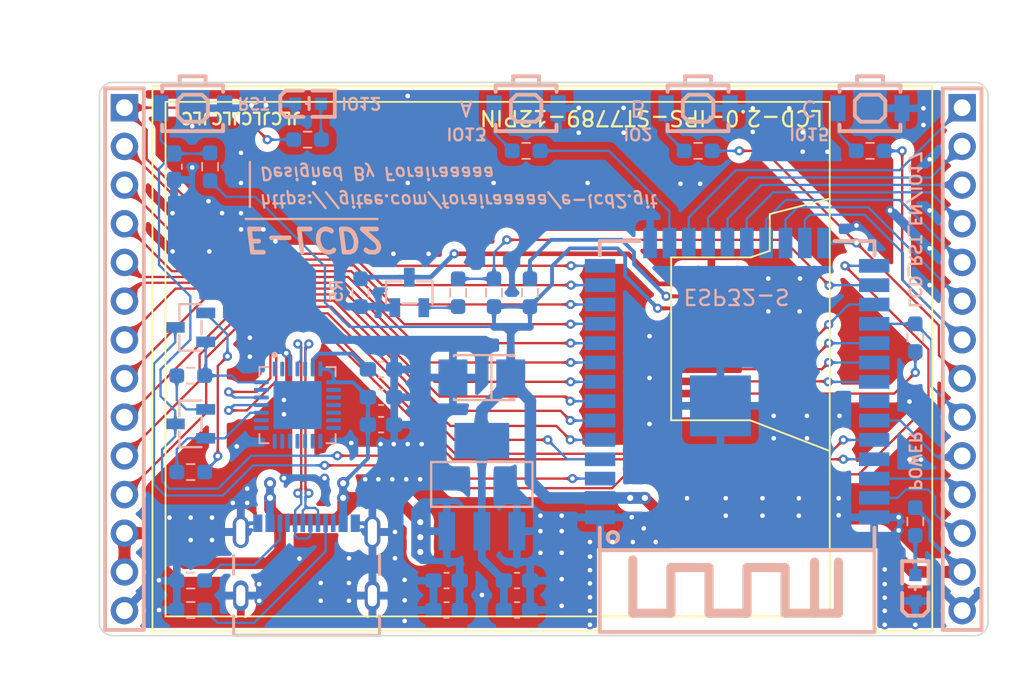
<source format=kicad_pcb>
(kicad_pcb (version 20211014) (generator pcbnew)
  (layers (0 "F.Cu" signal) (31 "B.Cu" signal) (34 "B.Paste" user) (35 "F.Paste" user) (36 "B.SilkS" user "B.Silkscreen") (37 "F.SilkS" user "F.Silkscreen") (38 "B.Mask" user) (39 "F.Mask" user) (44 "Edge.Cuts" user))
  (net 0 "")
  (net 1 "GND")
  (net 2 "+5V")
  (net 3 "/EN")
  (net 4 "+3V3")
  (net 5 "Net-(C7-Pad1)")
  (net 6 "/IO12")
  (net 7 "/IO14")
  (net 8 "/IO27")
  (net 9 "/IO26")
  (net 10 "/IO25")
  (net 11 "/IO33")
  (net 12 "/IO32")
  (net 13 "/IO35")
  (net 14 "/IO34")
  (net 15 "/S_VN")
  (net 16 "/S_VP")
  (net 17 "/IO21")
  (net 18 "/IO22")
  (net 19 "/IO23")
  (net 20 "Net-(J1-PadA5)")
  (net 21 "/DP")
  (net 22 "/DN")
  (net 24 "Net-(J1-PadB5)")
  (net 26 "Net-(LED1-Pad1)")
  (net 27 "Net-(Q1-Pad1)")
  (net 28 "/K")
  (net 29 "Net-(Q2-Pad1)")
  (net 30 "/RTS")
  (net 31 "Net-(Q3-Pad1)")
  (net 32 "/DTR")
  (net 33 "/IO0")
  (net 34 "/LCD_BL")
  (net 35 "/LCD_DC")
  (net 36 "/LCD_CS")
  (net 37 "/LCD_SCLK")
  (net 38 "/LCD_MOSI")
  (net 40 "/RX0")
  (net 41 "/TX0")
  (net 42 "/LCD_RST{slash}IO17")
  (net 51 "/SHD{slash}SD2")
  (net 52 "/SWP{slash}SD3")
  (net 53 "/SCS{slash}CMD")
  (net 54 "/SCK{slash}CLK")
  (net 55 "/SDO{slash}SD0")
  (net 56 "/SDI{slash}SD1")
  (net 57 "/IO15")
  (net 58 "/IO2")
  (net 59 "/IO13")
  (net 60 "Net-(LED2-Pad1)")
  (net 61 "Net-(R3-Pad2)")
  (net 62 "Net-(R4-Pad1)")
  (net 63 "Net-(R13-Pad1)")
  (net 64 "Net-(R14-Pad1)")
  (net 65 "Net-(R15-Pad1)")
  (footprint "SnapEDA:SPI-LCD2.0" (layer "F.Cu") (at 198.5232 74.278922 90)
    (fp_text reference "U4" hide)
    (fp_text value "2.0IPS_ST7789_12PIN" hide)
  )
  (footprint "SnapEDA:SW-SMD_ST-1186S" (layer "B.Cu") (at 197.6501 63.54575 -90)
    (fp_text reference "SW3" hide)
    (fp_text value "Key-B" hide)
  )
  (footprint "SnapEDA:HDR-TH_14P-P2.54-V-M" (layer "B.Cu") (at 159.9882 80.02 -90)
    (fp_text reference "H1" hide)
    (fp_text value "KH-2.54PH180-1X14P-L11.5" hide)
  )
  (footprint "Capacitor_SMD:C_0603_1608Metric_Pad1.08x0.95mm_HandSolder" (layer "B.Cu") (at 176.8348 82.5199 180)
    (fp_text reference "C9" hide)
    (fp_text value "0.1uf" hide)
  )
  (footprint "Resistor_SMD:R_0603_1608Metric_Pad0.98x0.95mm_HandSolder" (layer "B.Cu") (at 175.48385 75.65835 90)
    (fp_text reference "R5" hide)
    (fp_text value "NC" hide)
  )
  (footprint "Resistor_SMD:R_0603_1608Metric_Pad0.98x0.95mm_HandSolder" (layer "B.Cu") (at 172.0088 65.6082 180)
    (fp_text reference "R12" hide)
    (fp_text value "10k" hide)
  )
  (footprint "SnapEDA:WIFIM-SMD_ESP32-S32MB" (layer "B.Cu") (at 200.2143 81.3985)
    (fp_text reference "U2" hide)
    (fp_text value "ESP32-S32MB" hide)
  )
  (footprint "Resistor_SMD:R_0603_1608Metric_Pad0.98x0.95mm_HandSolder" (layer "B.Cu") (at 186.3598 66.3448)
    (fp_text reference "R13" hide)
    (fp_text value "330r" hide)
  )
  (footprint "Capacitor_SMD:C_0603_1608Metric_Pad1.08x0.95mm_HandSolder" (layer "B.Cu") (at 181.1389 96.488)
    (fp_text reference "C1" hide)
    (fp_text value "10uf" hide)
  )
  (footprint "SnapEDA:SW-SMD_ST-1186S" (layer "B.Cu") (at 164.465 63.54575 -90)
    (fp_text reference "SW1" hide)
    (fp_text value "Reset" hide)
  )
  (footprint "Resistor_SMD:R_0603_1608Metric_Pad0.98x0.95mm_HandSolder" (layer "B.Cu") (at 211.9122 78.613 -90)
    (fp_text reference "R3" hide)
    (fp_text value "0r" hide)
  )
  (footprint "Capacitor_SMD:C_0603_1608Metric_Pad1.08x0.95mm_HandSolder" (layer "B.Cu") (at 181.1389 94.5576)
    (fp_text reference "C3" hide)
    (fp_text value "0.1uf" hide)
  )
  (footprint "SnapEDA:QFN50P500X500X100-29N" (layer "B.Cu") (at 171.3484 83.0373 -90)
    (fp_text reference "U3" hide)
    (fp_text value "CP2102-GM" hide)
  )
  (footprint "SnapEDA:CAP-SMD_L3.5-W2.8-R-RD" (layer "B.Cu") (at 183.44905 81.2292)
    (fp_text reference "C6" hide)
    (fp_text value "100uf" hide)
  )
  (footprint "SnapEDA:SOT-223-3_L6.5-W3.4-P2.30-LS7.0-BR" (layer "B.Cu") (at 183.4503 88.345375 -90)
    (fp_text reference "U1" hide)
    (fp_text value "AMS1117-3.3" hide)
  )
  (footprint "Resistor_SMD:R_0603_1608Metric_Pad0.98x0.95mm_HandSolder" (layer "B.Cu") (at 184.2516 75.65835 90)
    (fp_text reference "R9" hide)
    (fp_text value "10k" hide)
  )
  (footprint "Resistor_SMD:R_0603_1608Metric_Pad0.98x0.95mm_HandSolder" (layer "B.Cu") (at 197.6501 66.3448)
    (fp_text reference "R14" hide)
    (fp_text value "330r" hide)
  )
  (footprint "SnapEDA:SOT-23-3_L2.9-W1.3-P1.90-LS2.4-BR" (layer "B.Cu") (at 178.689 75.6412 -90)
    (fp_text reference "Q1" hide)
    (fp_text value "S8050" hide)
  )
  (footprint "Resistor_SMD:R_0603_1608Metric_Pad0.98x0.95mm_HandSolder" (layer "B.Cu") (at 164.338 94.5576 180)
    (fp_text reference "R11" hide)
    (fp_text value "5.1k" hide)
  )
  (footprint "Resistor_SMD:R_0603_1608Metric_Pad0.98x0.95mm_HandSolder" (layer "B.Cu") (at 165.608 67.3862 -90)
    (fp_text reference "R1" hide)
    (fp_text value "10k" hide)
  )
  (footprint "Capacitor_SMD:C_0603_1608Metric_Pad1.08x0.95mm_HandSolder" (layer "B.Cu") (at 176.8348 84.3233 180)
    (fp_text reference "C8" hide)
    (fp_text value "10uf" hide)
  )
  (footprint "Resistor_SMD:R_0603_1608Metric_Pad0.98x0.95mm_HandSolder" (layer "B.Cu") (at 211.9122 90.678 90)
    (fp_text reference "R2" hide)
    (fp_text value "10k" hide)
  )
  (footprint "SnapEDA:SOT-23-3_L2.9-W1.3-P1.90-LS2.4-BR" (layer "B.Cu") (at 164.32085 84.268733)
    (fp_text reference "Q2" hide)
    (fp_text value "S8050" hide)
  )
  (footprint "Resistor_SMD:R_0603_1608Metric_Pad0.98x0.95mm_HandSolder" (layer "B.Cu") (at 208.9404 66.3448)
    (fp_text reference "R15" hide)
    (fp_text value "330r" hide)
  )
  (footprint "SnapEDA:LED0603-R-RD" (layer "B.Cu") (at 211.9122 95.0468 90)
    (fp_text reference "LED1" hide)
    (fp_text value "Power" hide)
  )
  (footprint "Resistor_SMD:R_0603_1608Metric_Pad0.98x0.95mm_HandSolder" (layer "B.Cu") (at 186.60905 75.65835 -90)
    (fp_text reference "R4" hide)
    (fp_text value "0r" hide)
  )
  (footprint "SnapEDA:SW-SMD_ST-1186S" (layer "B.Cu") (at 186.3598 63.54575 -90)
    (fp_text reference "SW2" hide)
    (fp_text value "Key-A" hide)
  )
  (footprint "Capacitor_SMD:C_0603_1608Metric_Pad1.08x0.95mm_HandSolder" (layer "B.Cu") (at 185.7617 94.5576 180)
    (fp_text reference "C5" hide)
    (fp_text value "0.1uf" hide)
  )
  (footprint "SnapEDA:SW-SMD_ST-1186S" (layer "B.Cu") (at 208.9404 63.54575 -90)
    (fp_text reference "SW4" hide)
    (fp_text value "Key-C" hide)
  )
  (footprint "SnapEDA:SOT-23-3_L2.9-W1.3-P1.90-LS2.4-BR" (layer "B.Cu") (at 164.32085 77.935666)
    (fp_text reference "Q3" hide)
    (fp_text value "S8050" hide)
  )
  (footprint "Resistor_SMD:R_0603_1608Metric_Pad0.98x0.95mm_HandSolder" (layer "B.Cu") (at 164.338 87.435266 180)
    (fp_text reference "R8" hide)
    (fp_text value "12k" hide)
  )
  (footprint "Resistor_SMD:R_0603_1608Metric_Pad0.98x0.95mm_HandSolder" (layer "B.Cu") (at 164.338 81.1022)
    (fp_text reference "R7" hide)
    (fp_text value "12k" hide)
  )
  (footprint "Capacitor_SMD:C_0603_1608Metric_Pad1.08x0.95mm_HandSolder" (layer "B.Cu") (at 163.2458 67.3862 90)
    (fp_text reference "C2" hide)
    (fp_text value "0.1uf" hide)
  )
  (footprint "Resistor_SMD:R_0603_1608Metric_Pad0.98x0.95mm_HandSolder" (layer "B.Cu") (at 181.89415 75.65835 -90)
    (fp_text reference "R6" hide)
    (fp_text value "10k" hide)
  )
  (footprint "Capacitor_SMD:C_0603_1608Metric_Pad1.08x0.95mm_HandSolder" (layer "B.Cu") (at 185.7617 96.488 180)
    (fp_text reference "C4" hide)
    (fp_text value "10uf" hide)
  )
  (footprint "Capacitor_SMD:C_0603_1608Metric_Pad1.08x0.95mm_HandSolder" (layer "B.Cu") (at 176.8348 80.6911)
    (fp_text reference "C7" hide)
    (fp_text value "1uf" hide)
  )
  (footprint "SnapEDA:USBC-16pin" (layer "B.Cu") (at 171.9441 95.5482 180)
    (fp_text reference "J1" hide)
    (fp_text value "USB-C" hide)
  )
  (footprint "SnapEDA:LED0603-R-RD" (layer "B.Cu") (at 172.0342 63.246)
    (fp_text reference "LED2" hide)
    (fp_text value "Test" hide)
  )
  (footprint "SnapEDA:HDR-TH_14P-P2.54-V-M" (layer "B.Cu") (at 214.988191 80.020008 -90)
    (fp_text reference "H2" hide)
    (fp_text value "KH-2.54PH180-1X14P-L11.5" hide)
  )
  (footprint "Resistor_SMD:R_0603_1608Metric_Pad0.98x0.95mm_HandSolder" (layer "B.Cu") (at 164.338 96.488 180)
    (fp_text reference "R10" hide)
    (fp_text value "5.1k" hide)
  )
  (gr_line (start 167.940558 70.8152) (end 176.601958 70.8152) (layer "B.SilkS") (width 0.1524))
  (gr_line (start 168.2242 67.0814) (end 168.2242 70.0278) (layer "B.SilkS") (width 0.1524))
  (gr_arc locked (start 158.344657 62.713657) (mid 158.5976 62.103) (end 159.208257 61.850057) (layer "Edge.Cuts") (width 0.1))
  (gr_arc locked (start 216.6874 97.3074) (mid 216.434457 97.918057) (end 215.8238 98.171) (layer "Edge.Cuts") (width 0.1))
  (gr_arc locked (start 159.2072 98.171) (mid 158.596543 97.918057) (end 158.3436 97.3074) (layer "Edge.Cuts") (width 0.1))
  (gr_line locked (start 216.6874 62.7126) (end 216.6874 97.3074) (layer "Edge.Cuts") (width 0.1))
  (gr_arc locked (start 215.8238 61.849) (mid 216.434457 62.101943) (end 216.6874 62.7126) (layer "Edge.Cuts") (width 0.1))
  (gr_line locked (start 159.208257 61.850057) (end 215.8238 61.849) (layer "Edge.Cuts") (width 0.1))
  (gr_line locked (start 158.3436 97.3074) (end 158.344657 62.713657) (layer "Edge.Cuts") (width 0.1))
  (gr_line locked (start 215.8238 98.171) (end 159.2072 98.171) (layer "Edge.Cuts") (width 0.1))
  (gr_text "Designed By Forairaaaaa" (at 176.5554 67.818 180) (layer "B.SilkS") (effects (font (size 0.8128 0.8128) (thickness 0.15) italic) (justify mirror)))
  (gr_text "RST" (at 168.4528 63.2206 180) (layer "B.SilkS") (effects (font (size 0.762 0.762) (thickness 0.1524)) (justify mirror)))
  (gr_text "IO2" (at 193.7004 65.2272 180) (layer "B.SilkS") (effects (font (size 0.762 0.762) (thickness 0.1524)) (justify mirror)))
  (gr_text "LCD_RST_EN/IO17" (at 211.8868 71.5264 270) (layer "B.SilkS") (effects (font (size 0.762 0.762) (thickness 0.1524)) (justify mirror)))
  (gr_text "IO13" (at 182.4482 65.2272 180) (layer "B.SilkS") (effects (font (size 0.762 0.762) (thickness 0.1524)) (justify mirror)))
  (gr_text "POWER" (at 211.8868 86.7156 270) (layer "B.SilkS") (effects (font (size 0.762 0.762) (thickness 0.1524)) (justify mirror)))
  (gr_text "ESP32-S" (at 200.1774 75.9206 180) (layer "B.SilkS") (effects (font (size 1 1)) (justify mirror)))
  (gr_text "B" (at 193.7004 63.5508 180) (layer "B.SilkS") (effects (font (size 1 1)) (justify mirror)))
  (gr_text "https://gitee.com/forairaaaaa/e-lcd2.git" (at 181.896658 69.6214 180) (layer "B.SilkS") (effects (font (size 0.8128 0.8128) (thickness 0.15) italic) (justify mirror)))
  (gr_text "IO12" (at 175.5394 63.2206 180) (layer "B.SilkS") (effects (font (size 0.762 0.762) (thickness 0.1524)) (justify mirror)))
  (gr_text "R5" (at 173.9138 75.5396 90) (layer "B.SilkS") (effects (font (size 0.762 0.762) (thickness 0.1524)) (justify mirror)))
  (gr_text "C" (at 204.9272 63.5508 180) (layer "B.SilkS") (effects (font (size 1 1)) (justify mirror)))
  (gr_text "A" (at 182.4228 63.5508 180) (layer "B.SilkS") (effects (font (size 1 1)) (justify mirror)))
  (gr_text "IO15" (at 204.9526 65.2272 180) (layer "B.SilkS") (effects (font (size 0.762 0.762) (thickness 0.1524)) (justify mirror)))
  (gr_text "E-LCD2" (at 172.339 72.1614 180) (layer "B.SilkS") (effects (font (size 1.524 1.524) (thickness 0.3048) italic) (justify mirror)))
  (gr_text "LCD-2.0-IPS-ST7789-12PIN" (at 194.5894 64.1858 180) (layer "F.SilkS") (effects (font (size 1 1))))
  (gr_text "JLCJLCJLCJLC\n" (at 167.64 64.1858 180) (layer "F.SilkS") (effects (font (size 0.762 0.762) (thickness 0.1524))))
  (via (at 189.8142 63.5254) (size 0.6) (drill 0.3) (layers "F.Cu" "B.Cu") (net 1))
  (via (at 184.2262 68.453) (size 0.6) (drill 0.3) (layers "F.Cu" "B.Cu") (net 1))
  (via (at 201.8792 90.297) (size 0.6) (drill 0.3) (layers "F.Cu" "B.Cu") (net 1))
  (via (at 209.9056 97.4598) (size 0.6) (drill 0.3) (layers "F.Cu" "B.Cu") (net 1))
  (via (at 188.6966 90.297) (size 0.6) (drill 0.3) (layers "F.Cu" "B.Cu") (net 1))
  (via (at 194.4624 84.2772) (size 0.6) (drill 0.3) (layers "F.Cu" "B.Cu") (net 1))
  (via (at 206.9338 83.7438) (size 0.6) (drill 0.3) (layers "F.Cu" "B.Cu") (net 1))
  (via (at 211.9122 97.4598) (size 0.6) (drill 0.3) (layers "F.Cu" "B.Cu") (net 1))
  (via (at 172.8724 94.7166) (size 0.6) (drill 0.3) (layers "F.Cu" "B.Cu") (net 1))
  (via (at 193.3702 92.0242) (size 0.6) (drill 0.3) (layers "F.Cu" "B.Cu") (net 1))
  (via (at 201.8792 89.154) (size 0.6) (drill 0.3) (layers "F.Cu" "B.Cu") (net 1))
  (via (at 210.2612 70.2564) (size 0.6) (drill 0.3) (layers "F.Cu" "B.Cu") (net 1))
  (via (at 167.64 68.453) (size 0.6) (drill 0.3) (layers "F.Cu" "B.Cu") (net 1))
  (via (at 187.2996 90.297) (size 0.6) (drill 0.3) (layers "F.Cu" "B.Cu") (net 1))
  (via (at 208.0514 71.247) (size 0.6) (drill 0.3) (layers "F.Cu" "B.Cu") (net 1))
  (via (at 164.338 91.8972) (size 0.6) (drill 0.3) (layers "F.Cu" "B.Cu") (net 1))
  (via (at 211.5312 82.804) (size 0.6) (drill 0.3) (layers "F.Cu" "B.Cu") (net 1))
  (via (at 163.1442 70.4342) (size 0.6) (drill 0.3) (layers "F.Cu" "B.Cu") (net 1))
  (via (at 190.5508 97.4598) (size 0.6) (drill 0.3) (layers "F.Cu" "B.Cu") (net 1))
  (via (at 209.9056 93.8276) (size 0.6) (drill 0.3) (layers "F.Cu" "B.Cu") (net 1))
  (via (at 212.852 66.9036) (size 0.6) (drill 0.3) (layers "F.Cu" "B.Cu") (net 1))
  (via (at 170.4594 83.6422) (size 0.6) (drill 0.3) (layers "F.Cu" "B.Cu") (net 1))
  (via (at 187.2996 91.313) (size 0.6) (drill 0.3) (layers "F.Cu" "B.Cu") (net 1))
  (via (at 194.0814 91.1352) (size 0.6) (drill 0.3) (layers "F.Cu" "B.Cu") (net 1))
  (via (at 167.64 70.4342) (size 0.6) (drill 0.3) (layers "F.Cu" "B.Cu") (net 1))
  (via (at 197.7898 68.5038) (size 0.6) (drill 0.3) (layers "F.Cu" "B.Cu") (net 1))
  (via (at 162.2552 94.5388) (size 0.6) (drill 0.3) (layers "F.Cu" "B.Cu") (net 1))
  (via (at 206.883 90.2716) (size 0.6) (drill 0.3) (layers "F.Cu" "B.Cu") (net 1))
  (via (at 170.4594 82.7024) (size 0.6) (drill 0.3) (layers "F.Cu" "B.Cu") (net 1))
  (via (at 165.735 91.8972) (size 0.6) (drill 0.3) (layers "F.Cu" "B.Cu") (net 1))
  (via (at 190.5508 95.6564) (size 0.6) (drill 0.3) (layers "F.Cu" "B.Cu") (net 1))
  (via (at 179.4002 87.9094) (size 0.6) (drill 0.3) (layers "F.Cu" "B.Cu") (net 1))
  (via (at 212.852 70.2564) (size 0.6) (drill 0.3) (layers "F.Cu" "B.Cu") (net 1))
  (via (at 210.82 90.3986) (size 0.6) (drill 0.3) (layers "F.Cu" "B.Cu") (net 1))
  (via (at 189.8142 65.151) (size 0.6) (drill 0.3) (layers "F.Cu" "B.Cu") (net 1))
  (via (at 162.941 90.424) (size 0.6) (drill 0.3) (layers "F.Cu" "B.Cu") (net 1))
  (via (at 177.673 85.598) (size 0.6) (drill 0.3) (layers "F.Cu" "B.Cu") (net 1))
  (via (at 209.9056 95.6818) (size 0.6) (drill 0.3) (layers "F.Cu" "B.Cu") (net 1))
  (via (at 167.64 71.501) (size 0.6) (drill 0.3) (layers "F.Cu" "B.Cu") (net 1))
  (via (at 163.1442 72.9488) (size 0.6) (drill 0.3) (layers "F.Cu" "B.Cu") (net 1))
  (via (at 167.1066 89.4588) (size 0.6) (drill 0.3) (layers "F.Cu" "B.Cu") (net 1))
  (via (at 204.5208 66.3956) (size 0.6) (drill 0.3) (layers "F.Cu" "B.Cu") (net 1))
  (via (at 199.4662 89.154) (size 0.6) (drill 0.3) (layers "F.Cu" "B.Cu") (net 1))
  (via (at 190.5508 94.742) (size 0.6) (drill 0.3) (layers "F.Cu" "B.Cu") (net 1))
  (via (at 178.5874 62.738) (size 0.6) (drill 0.3) (layers "F.Cu" "B.Cu") (net 1))
  (via (at 187.2996 92.7354) (size 0.6) (drill 0.3) (layers "F.Cu" "B.Cu") (net 1))
  (via (at 168.2242 78.613) (size 0.6) (drill 0.3) (layers "F.Cu" "B.Cu") (net 1))
  (via (at 209.9056 96.5454) (size 0.6) (drill 0.3) (layers "F.Cu" "B.Cu") (net 1))
  (via (at 188.6966 91.313) (size 0.6) (drill 0.3) (layers "F.Cu" "B.Cu") (net 1))
  (via (at 167.64 66.4718) (size 0.6) (drill 0.3) (layers "F.Cu" "B.Cu") (net 1))
  (via (at 168.2242 79.8576) (size 0.6) (drill 0.3) (layers "F.Cu" "B.Cu") (net 1))
  (via (at 190.5508 93.8784) (size 0.6) (drill 0.3) (layers "F.Cu" "B.Cu") (net 1))
  (via (at 178.4858 87.9094) (size 0.6) (drill 0.3) (layers "F.Cu" "B.Cu") (net 1))
  (via (at 178.5874 85.598) (size 0.6) (drill 0.3) (layers "F.Cu" "B.Cu") (net 1))
  (via (at 165.5064 69.6468) (size 0.6) (drill 0.3) (layers "F.Cu" "B.Cu") (net 1))
  (via (at 211.5312 86.614) (size 0.6) (drill 0.3) (layers "F.Cu" "B.Cu") (net 1))
  (via (at 204.5208 65.1256) (size 0.6) (drill 0.3) (layers "F.Cu" "B.Cu") (net 1))
  (via (at 179.5018 85.598) (size 0.6) (drill 0.3) (layers "F.Cu" "B.Cu") (net 1))
  (via (at 174.7266 93.091) (size 0.6) (drill 0.3) (layers "F.Cu" "B.Cu") (net 1))
  (via (at 168.3258 63.3476) (size 0.6) (drill 0.3) (layers "F.Cu" "B.Cu") (net 1))
  (via (at 194.4624 78.5114) (size 0.6) (drill 0.3) (layers "F.Cu" "B.Cu") (net 1))
  (via (at 174.879 85.5218) (size 0.6) (drill 0.3) (layers "F.Cu" "B.Cu") (net 1))
  (via (at 178.3842 97.2058) (size 0.6) (drill 0.3) (layers "F.Cu" "B.Cu") (net 1))
  (via (at 165.735 90.424) (size 0.6) (drill 0.3) (layers "F.Cu" "B.Cu") (net 1))
  (via (at 188.6966 92.7354) (size 0.6) (drill 0.3) (layers "F.Cu" "B.Cu") (net 1))
  (via (at 204.2668 90.297) (size 0.6) (drill 0.3) (layers "F.Cu" "B.Cu") (net 1))
  (via (at 174.7266 94.7166) (size 0.6) (drill 0.3) (layers "F.Cu" "B.Cu") (net 1))
  (via (at 206.1464 66.3956) (size 0.6) (drill 0.3) (layers "F.Cu" "B.Cu") (net 1))
  (via (at 169.291 63.3476) (size 0.6) (drill 0.3) (layers "F.Cu" "B.Cu") (net 1))
  (via (at 170.4594 87.8332) (size 0.6) (drill 0.3) (layers "F.Cu" "B.Cu") (net 1))
  (via (at 168.0464 89.4588) (size 0.6) (drill 0.3) (layers "F.Cu" "B.Cu") (net 1))
  (via (at 194.8688 92.0242) (size 0.6) (drill 0.3) (layers "F.Cu" "B.Cu") (net 1))
  (via (at 165.5572 72.9488) (size 0.6) (drill 0.3) (layers "F.Cu" "B.Cu") (net 1))
  (via (at 169.9006 72.2884) (size 0.6) (drill 0.3) (layers "F.Cu" "B.Cu") (net 1))
  (via (at 202.6158 83.7438) (size 0.6) (drill 0.3) (layers "F.Cu" "B.Cu") (net 1))
  (via (at 177.7492 93.091) (size 0.6) (drill 0.3) (layers "F.Cu" "B.Cu") (net 1))
  (via (at 196.4944 68.5038) (size 0.6) (drill 0.3) (layers "F.Cu" "B.Cu") (net 1))
  (via (at 202.2602 74.7268) (size 0.6) (drill 0.3) (layers "F.Cu" "B.Cu") (net 1))
  (via (at 204.3176 76.8858) (size 0.6) (drill 0.3) (layers "F.Cu" "B.Cu") (net 1))
  (via (at 168.0464 88.519) (size 0.6) (drill 0.3) (layers "F.Cu" "B.Cu") (net 1))
  (via (at 194.4624 81.2546) (size 0.6) (drill 0.3) (layers "F.Cu" "B.Cu") (net 1))
  (via (at 169.1132 71.501) (size 0.6) (drill 0.3) (layers "F.Cu" "B.Cu") (net 1))
  (via (at 188.6966 94.4626) (size 0.6) (drill 0.3) (layers "F.Cu" "B.Cu") (net 1))
  (via (at 174.7266 95.885) (size 0.6) (drill 0.3) (layers "F.Cu" "B.Cu") (net 1))
  (via (at 201.2442 63.5508) (size 0.6) (drill 0.3) (layers "F.Cu" "B.Cu") (net 1))
  (via (at 190.5508 92.0242) (size 0.6) (drill 0.3) (layers "F.Cu" "B.Cu") (net 1))
  (via (at 179.959 73.1012) (size 0.6) (drill 0.3) (layers "F.Cu" "B.Cu") (net 1))
  (via (at 192.7606 65.151) (size 0.6) (drill 0.3) (layers "F.Cu" "B.Cu") (net 1))
  (via (at 177.5714 87.9094) (size 0.6) (drill 0.3) (layers "F.Cu" "B.Cu") (net 1))
  (via (at 178.3842 95.8596) (size 0.6) (drill 0.3) (layers "F.Cu" "B.Cu") (net 1))
  (via (at 204.343 74.7268) (size 0.6) (drill 0.3) (layers "F.Cu" "B.Cu") (net 1))
  (via (at 168.8338 95.885) (size 0.6) (drill 0.3) (layers "F.Cu" "B.Cu") (net 1))
  (via (at 212.4456 63.5508) (size 0.6) (drill 0.3) (layers "F.Cu" "B.Cu") (net 1))
  (via (at 204.2668 89.154) (size 0.6) (drill 0.3) (layers "F.Cu" "B.Cu") (net 1))
  (via (at 212.852 75.1586) (size 0.6) (drill 0.3) (layers "F.Cu" "B.Cu") (net 1))
  (via (at 164.338 90.424) (size 0.6) (drill 0.3) (layers "F.Cu" "B.Cu") (net 1))
  (via (at 212.2932 86.614) (size 0.6) (drill 0.3) (layers "F.Cu" "B.Cu") (net 1))
  (via (at 176.657 87.9094) (size 0.6) (drill 0.3) (layers "F.Cu" "B.Cu") (net 1))
  (via (at 171.4754 93.1164) (size 0.6) (drill 0.3) (layers "F.Cu" "B.Cu") (net 1))
  (via (at 199.4662 90.297) (size 0.6) (drill 0.3) (layers "F.Cu" "B.Cu") (net 1))
  (via (at 178.3842 94.5134) (size 0.6) (drill 0.3) (layers "F.Cu" "B.Cu") (net 1))
  (via (at 164.4396 64.7192) (size 0.6) (drill 0.3) (layers "F.Cu" "B.Cu") (net 1))
  (via (at 173.1264 87.8332) (size 0.6) (drill 0.3) (layers "F.Cu" "B.Cu") (net 1))
  (via (at 178.5874 68.453) (size 0.6) (drill 0.3) (layers "F.Cu" "B.Cu") (net 1))
  (via (at 190.5508 92.9894) (size 0.6) (drill 0.3) (layers "F.Cu" "B.Cu") (net 1))
  (via (at 206.883 89.154) (size 0.6) (drill 0.3) (layers "F.Cu" "B.Cu") (net 1))
  (via (at 192.7606 63.5254) (size 0.6) (drill 0.3) (layers "F.Cu" "B.Cu") (net 1))
  (via (at 202.2602 76.8858) (size 0.6) (drill 0.3) (layers "F.Cu" "B.Cu") (net 1))
  (via (at 172.8724 95.885) (size 0.6) (drill 0.3) (layers "F.Cu" "B.Cu") (net 1))
  (via (at 176.8094 85.598) (size 0.6) (drill 0.3) (layers "F.Cu" "B.Cu") (net 1))
  (via (at 188.6966 96.2152) (size 0.6) (drill 0.3) (layers "F.Cu" "B.Cu") (net 1))
  (via (at 209.9056 94.7928) (size 0.6) (drill 0.3) (layers "F.Cu" "B.Cu") (net 1))
  (via (at 190.5508 96.5454) (size 0.6) (drill 0.3) (layers "F.Cu" "B.Cu") (net 1))
  (via (at 172.4406 68.453) (size 0.6) (drill 0.3) (layers "F.Cu" "B.Cu") (net 1))
  (via (at 190.3984 68.453) (size 0.6) (drill 0.3) (layers "F.Cu" "B.Cu") (net 1))
  (via (at 177.6476 73.1012) (size 0.6) (drill 0.3) (layers "F.Cu" "B.Cu") (net 1))
  (via (at 212.4456 64.643) (size 0.6) (drill 0.3) (layers "F.Cu" "B.Cu") (net 1))
  (via (at 210.82 91.2622) (size 0.6) (drill 0.3) (layers "F.Cu" "B.Cu") (net 1))
  (via (at 196.9262 89.154) (size 0.6) (drill 0.3) (layers "F.Cu" "B.Cu") (net 1))
  (via (at 202.6158 85.217) (size 0.6) (drill 0.3) (layers "F.Cu" "B.Cu") (net 1))
  (via (at 167.3606 85.7504) (size 0.6) (drill 0.3) (layers "F.Cu" "B.Cu") (net 1))
  (via (at 204.8002 85.217) (size 0.6) (drill 0.3) (layers "F.Cu" "B.Cu") (net 1))
  (via (at 183.4642 95.504) (size 0.6) (drill 0.3) (layers "F.Cu" "B.Cu") (net 1))
  (via (at 193.294 90.3986) (size 0.6) (drill 0.3) (layers "F.Cu" "B.Cu") (net 1))
  (via (at 192.024 92.0242) (size 0.6) (drill 0.3) (layers "F.Cu" "B.Cu") (net 1))
  (via (at 203.6318 63.5508) (size 0.6) (drill 0.3) (layers "F.Cu" "B.Cu") (net 1))
  (via (at 212.852 72.7456) (size 0.6) (drill 0.3) (layers "F.Cu" "B.Cu") (net 1))
  (via (at 177.7492 91.3638) (size 0.6) (drill 0.3) (layers "F.Cu" "B.Cu") (net 1))
  (via (at 201.2442 65.1002) (size 0.6) (drill 0.3) (layers "F.Cu" "B.Cu") (net 1))
  (via (at 168.8338 94.7928) (size 0.6) (drill 0.3) (layers "F.Cu" "B.Cu") (net 1))
  (via (at 164.4396 67.437) (size 0.6) (drill 0.3) (layers "F.Cu" "B.Cu") (net 1))
  (via (at 204.8002 83.7438) (size 0.6) (drill 0.3) (layers "F.Cu" "B.Cu") (net 1))
  (via (at 162.2552 96.4946) (size 0.6) (drill 0.3) (layers "F.Cu" "B.Cu") (net 1))
  (via (at 175.7934 87.9094) (size 0.6) (drill 0.3) (layers "F.Cu" "B.Cu") (net 1))
  (via (at 166.3954 70.4342) (size 0.6) (drill 0.3) (layers "F.Cu" "B.Cu") (net 1))
  (via (at 170.6118 79.629) (size 0.6) (drill 0.3) (layers "F.Cu" "B.Cu") (net 1))
  (segment (start 175.6891 90.7932) (end 176.2641 91.3682) (width 0.254) (layer "B.Cu") (net 1))
  (segment (start 170.8484 79.8656) (end 170.6118 79.629) (width 0.254) (layer "B.Cu") (net 1))
  (segment (start 170.8484 80.6673) (end 170.8484 79.8656) (width 0.254) (layer "B.Cu") (net 1))
  (segment (start 168.1991 90.7932) (end 168.7441 90.7932) (width 0.254) (layer "B.Cu") (net 1))
  (segment (start 167.6241 91.3682) (end 168.1991 90.7932) (width 0.254) (layer "B.Cu") (net 1))
  (segment (start 175.1441 90.7932) (end 175.6891 90.7932) (width 0.254) (layer "B.Cu") (net 1))
  (segment (start 170.2054 91.4654) (end 170.2054 92.6338) (width 0.762) (layer "F.Cu") (net 2))
  (segment (start 175.7426 89.1286) (end 177.8181 89.1286) (width 0.762) (layer "F.Cu") (net 2))
  (segment (start 170.2054 91.4654) (end 170.2054 91.0844) (width 0.762) (layer "F.Cu") (net 2))
  (segment (start 174.3456 88.1634) (end 174.3456 88.1888) (width 0.762) (layer "F.Cu") (net 2))
  (segment (start 179.4117 91.7128) (end 179.4117 92.678) (width 0.762) (layer "F.Cu") (net 2))
  (segment (start 169.545 88.1634) (end 169.545 89.1286) (width 0.508) (layer "F.Cu") (net 2))
  (segment (start 179.4117 91.7128) (end 179.4117 91.4407) (width 0.762) (layer "F.Cu") (net 2))
  (segment (start 170.2054 90.551) (end 170.2054 91.4654) (width 0.762) (layer "F.Cu") (net 2))
  (segment (start 161.9858 91.45) (end 159.9882 91.45) (width 0.762) (layer "F.Cu") (net 2))
  (segment (start 169.545 89.1286) (end 169.545 89.8906) (width 0.762) (layer "F.Cu") (net 2))
  (segment (start 174.3456 89.8906) (end 174.5488 89.8906) (width 0.762) (layer "F.Cu") (net 2))
  (segment (start 179.4117 90.7222) (end 179.4117 91.7128) (width 0.762) (layer "F.Cu") (net 2))
  (segment (start 177.8181 89.1286) (end 179.4117 90.7222) (width 0.762) (layer "F.Cu") (net 2))
  (segment (start 170.2054 91.0844) (end 170.7388 90.551) (width 0.762) (layer "F.Cu") (net 2))
  (segment (start 169.418 93.4212) (end 163.957 93.4212) (width 0.762) (layer "F.Cu") (net 2))
  (segment (start 170.2054 90.551) (end 170.7388 90.551) (width 0.762) (layer "F.Cu") (net 2))
  (segment (start 174.3456 88.1634) (end 174.3456 89.1286) (width 0.508) (layer "F.Cu") (net 2))
  (segment (start 174.3456 89.1286) (end 175.7426 89.1286) (width 0.762) (layer "F.Cu") (net 2))
  (segment (start 175.2854 89.1286) (end 175.7426 89.1286) (width 0.762) (layer "F.Cu") (net 2))
  (segment (start 170.2054 92.6338) (end 169.418 93.4212) (width 0.762) (layer "F.Cu") (net 2))
  (segment (start 163.957 93.4212) (end 161.9858 91.45) (width 0.762) (layer "F.Cu") (net 2))
  (segment (start 174.5488 89.8906) (end 175.1203 89.3191) (width 0.762) (layer "F.Cu") (net 2))
  (segment (start 170.7388 90.551) (end 173.8884 90.551) (width 0.762) (layer "F.Cu") (net 2))
  (segment (start 174.3456 88.1634) (end 174.3456 88.5444) (width 0.25) (layer "F.Cu") (net 2))
  (segment (start 173.8884 90.551) (end 174.5488 89.8906) (width 0.762) (layer "F.Cu") (net 2))
  (segment (start 174.3456 89.8906) (end 174.3456 89.1286) (width 0.762) (layer "F.Cu") (net 2))
  (segment (start 175.1203 89.3191) (end 175.3108 89.1286) (width 0.762) (layer "F.Cu") (net 2))
  (segment (start 174.3456 88.5444) (end 175.1203 89.3191) (width 0.25) (layer "F.Cu") (net 2))
  (segment (start 159.988199 93.990008) (end 159.988199 91.450008) (width 0.762) (layer "F.Cu") (net 2))
  (segment (start 169.545 89.8906) (end 170.2054 90.551) (width 0.762) (layer "F.Cu") (net 2))
  (via (at 169.545 89.1286) (size 0.8) (drill 0.4) (layers "F.Cu" "B.Cu") (net 2))
  (via (at 174.3456 89.1286) (size 0.8) (drill 0.4) (layers "F.Cu" "B.Cu") (net 2))
  (via (at 179.4117 91.7128) (size 0.8) (drill 0.4) (layers "F.Cu" "B.Cu") (net 2))
  (via (at 179.4117 92.678) (size 0.8) (drill 0.4) (layers "F.Cu" "B.Cu") (net 2))
  (via (at 179.4117 90.7222) (size 0.8) (drill 0.4) (layers "F.Cu" "B.Cu") (net 2))
  (via (at 169.545 88.1634) (size 0.8) (drill 0.4) (layers "F.Cu" "B.Cu") (net 2))
  (via (at 174.3456 88.1634) (size 0.8) (drill 0.4) (layers "F.Cu" "B.Cu") (net 2))
  (segment (start 174.3456 90.7917) (end 174.3441 90.7932) (width 0.25) (layer "B.Cu") (net 2))
  (segment (start 175.9723 86.5367) (end 174.3456 88.1634) (width 0.25) (layer "B.Cu") (net 2))
  (segment (start 169.545 89.1286) (end 169.545 90.7923) (width 0.508) (layer "B.Cu") (net 2))
  (segment (start 175.9723 82.5199) (end 175.9723 84.3233) (width 0.25) (layer "B.Cu") (net 2))
  (segment (start 173.4027 80.6673) (end 173.7184 80.983) (width 0.25) (layer "B.Cu") (net 2))
  (segment (start 179.4117 90.7222) (end 179.4117 91.7128) (width 0.762) (layer "B.Cu") (net 2))
  (segment (start 169.545 90.7923) (end 169.5441 90.7932) (width 0.25) (layer "B.Cu") (net 2))
  (segment (start 174.3456 89.1286) (end 174.3456 90.79169) (width 0.508) (layer "B.Cu") (net 2))
  (segment (start 175.9723 82.5199) (end 174.9897 81.5373) (width 0.25) (layer "B.Cu") (net 2))
  (segment (start 173.7184 80.983) (end 173.7184 81.5373) (width 0.25) (layer "B.Cu") (net 2))
  (segment (start 174.9897 81.5373) (end 173.7184 81.5373) (width 0.25) (layer "B.Cu") (net 2))
  (segment (start 172.8484 80.6673) (end 173.4027 80.6673) (width 0.25) (layer "B.Cu") (net 2))
  (segment (start 169.545 89.1286) (end 169.545 88.1634) (width 0.508) (layer "B.Cu") (net 2))
  (segment (start 175.9723 84.3233) (end 175.9723 86.5367) (width 0.25) (layer "B.Cu") (net 2))
  (segment (start 179.4117 91.7128) (end 179.4117 92.678) (width 0.762) (layer "B.Cu") (net 2))
  (segment (start 174.3456 89.1286) (end 174.3456 88.1634) (width 0.508) (layer "B.Cu") (net 2))
  (segment (start 180.34 86.36) (end 181.8428 87.8628) (width 0.1524) (layer "F.Cu") (net 3))
  (segment (start 181.8428 87.8628) (end 189.4078 87.8628) (width 0.1524) (layer "F.Cu") (net 3))
  (segment (start 173.9646 86.36) (end 180.34 86.36) (width 0.1524) (layer "F.Cu") (net 3))
  (via (at 189.4078 87.8586) (size 0.6) (drill 0.3) (layers "F.Cu" "B.Cu") (net 3))
  (via (at 173.9646 86.36) (size 0.6) (drill 0.3) (layers "F.Cu" "B.Cu") (net 3))
  (segment (start 165.558 66.5237) (end 165.608 66.4737) (width 0.1524) (layer "B.Cu") (net 3))
  (segment (start 162.4584 85.9536) (end 163.32005 85.09195) (width 0.1524) (layer "B.Cu") (net 3))
  (segment (start 168.3004 86.36) (end 166.1414 88.519) (width 0.1524) (layer "B.Cu") (net 3))
  (segment (start 163.32005 85.09195) (end 163.32005 84.268733) (width 0.1524) (layer "B.Cu") (net 3))
  (segment (start 189.412 87.8628) (end 189.4078 87.8586) (width 0.1524) (layer "B.Cu") (net 3))
  (segment (start 164.3126 75.8952) (end 162.2552 73.8378) (width 0.1524) (layer "B.Cu") (net 3))
  (segment (start 191.2151 87.8628) (end 189.412 87.8628) (width 0.1524) (layer "B.Cu") (net 3))
  (segment (start 162.4584 88.0364) (end 162.4584 85.9536) (width 0.1524) (layer "B.Cu") (net 3))
  (segment (start 162.941 88.519) (end 162.4584 88.0364) (width 0.1524) (layer "B.Cu") (net 3))
  (segment (start 163.2458 66.5237) (end 165.558 66.5237) (width 0.1524) (layer "B.Cu") (net 3))
  (segment (start 162.2552 67.5143) (end 163.2458 66.5237) (width 0.1524) (layer "B.Cu") (net 3))
  (segment (start 162.2552 73.8378) (end 162.2552 67.5143) (width 0.1524) (layer "B.Cu") (net 3))
  (segment (start 162.3644 63.54575) (end 162.3644 65.6423) (width 0.1524) (layer "B.Cu") (net 3))
  (segment (start 166.1414 88.519) (end 162.941 88.519) (width 0.1524) (layer "B.Cu") (net 3))
  (segment (start 163.2458 66.5237) (end 162.3644 65.6423) (width 0.1524) (layer "B.Cu") (net 3))
  (segment (start 173.9646 86.36) (end 168.3004 86.36) (width 0.1524) (layer "B.Cu") (net 3))
  (segment (start 162.3568 82.4484) (end 162.3568 80.6958) (width 0.1524) (layer "B.Cu") (net 3))
  (segment (start 162.3568 80.6958) (end 164.3126 78.74) (width 0.1524) (layer "B.Cu") (net 3))
  (segment (start 163.32005 83.41165) (end 162.3568 82.4484) (width 0.1524) (layer "B.Cu") (net 3))
  (segment (start 163.32005 84.268733) (end 163.32005 83.41165) (width 0.1524) (layer "B.Cu") (net 3))
  (segment (start 164.3126 78.74) (end 164.3126 75.8952) (width 0.1524) (layer "B.Cu") (net 3))
  (segment (start 198.519525 76.6826) (end 198.5232 76.678925) (width 0.254) (layer "F.Cu") (net 4))
  (segment (start 193.1924 89.1328) (end 194.1576 89.1328) (width 0.762) (layer "F.Cu") (net 4))
  (segment (start 209.5246 91.7702) (end 211.744408 93.990008) (width 0.762) (layer "F.Cu") (net 4))
  (segment (start 194.9958 76.6826) (end 198.519517 76.6826) (width 0.254) (layer "F.Cu") (net 4))
  (segment (start 194.1576 89.1328) (end 194.1576 89.154) (width 0.762) (layer "F.Cu") (net 4))
  (segment (start 196.7738 91.7702) (end 209.5246 91.7702) (width 0.762) (layer "F.Cu") (net 4))
  (segment (start 211.744408 93.990008) (end 214.988191 93.990008) (width 0.762) (layer "F.Cu") (net 4))
  (segment (start 194.1576 89.154) (end 196.7738 91.7702) (width 0.762) (layer "F.Cu") (net 4))
  (via (at 193.1924 89.1328) (size 0.8) (drill 0.4) (layers "F.Cu" "B.Cu") (net 4))
  (via (at 194.9958 76.6826) (size 0.6) (drill 0.3) (layers "F.Cu" "B.Cu") (net 4))
  (via (at 194.1576 89.1328) (size 0.8) (drill 0.4) (layers "F.Cu" "B.Cu") (net 4))
  (segment (start 212.9028 91.904617) (end 214.988191 93.990008) (width 0.254) (layer "B.Cu") (net 4))
  (segment (start 184.9882 77.9018) (end 184.8866 77.9018) (width 0.508) (layer "B.Cu") (net 4))
  (segment (start 192.8622 74.549) (end 192.8622 73.2536) (width 0.254) (layer "B.Cu") (net 4))
  (segment (start 185.348956 78.313356) (end 185.348956 78.277644) (width 0.508) (layer "B.Cu") (net 4))
  (segment (start 212.9028 90.7561) (end 212.9028 91.904617) (width 0.254) (layer "B.Cu") (net 4))
  (segment (start 186.6392 82.7532) (end 186.6392 88.0364) (width 0.762) (layer "B.Cu") (net 4))
  (segment (start 194.9958 76.6826) (end 192.8622 74.549) (width 0.254) (layer "B.Cu") (net 4))
  (segment (start 165.608 68.2987) (end 166.6767 69.3674) (width 0.1524) (layer "B.Cu") (net 4))
  (segment (start 186.6392 88.0364) (end 187.7356 89.1328) (width 0.762) (layer "B.Cu") (net 4))
  (segment (start 184.8992 94.5576) (end 184.8992 96.488) (width 0.508) (layer "B.Cu") (net 4))
  (segment (start 185.34895 81.47805) (end 185.34895 81.2292) (width 0.762) (layer "B.Cu") (net 4))
  (segment (start 188.0616 73.914) (end 188.0616 75.1183) (width 0.254) (layer "B.Cu") (net 4))
  (segment (start 185.348956 77.947444) (end 185.3946 77.9018) (width 0.508) (layer "B.Cu") (net 4))
  (segment (start 185.7248 77.9018) (end 186.60905 77.9018) (width 0.508) (layer "B.Cu") (net 4))
  (segment (start 183.4503 85.376075) (end 183.4503 83.3767) (width 0.762) (layer "B.Cu") (net 4))
  (segment (start 185.34895 81.46295) (end 186.6392 82.7532) (width 0.762) (layer "B.Cu") (net 4))
  (segment (start 166.6767 69.3674) (end 168.5798 69.3674) (width 0.1524) (layer "B.Cu") (net 4))
  (segment (start 183.4503 93.1087) (end 184.8992 94.5576) (width 0.508) (layer "B.Cu") (net 4))
  (segment (start 191.2151 89.1328) (end 193.1924 89.1328) (width 0.762) (layer "B.Cu") (net 4))
  (segment (start 185.348956 78.262556) (end 184.9882 77.9018) (width 0.508) (layer "B.Cu") (net 4))
  (segment (start 168.5798 69.3674) (end 173.1518 73.9394) (width 0.1524) (layer "B.Cu") (net 4))
  (segment (start 188.0616 75.1183) (end 186.60905 76.57085) (width 0.254) (layer "B.Cu") (net 4))
  (segment (start 183.4503 83.3767) (end 185.34895 81.47805) (width 0.762) (layer "B.Cu") (net 4))
  (segment (start 192.8622 73.2536) (end 192.3542 72.7456) (width 0.254) (layer "B.Cu") (net 4))
  (segment (start 184.8866 77.9018) (end 185.3946 77.9018) (width 0.508) (layer "B.Cu") (net 4))
  (segment (start 186.60905 77.9018) (end 186.60905 76.57085) (width 0.254) (layer "B.Cu") (net 4))
  (segment (start 185.348956 78.313356) (end 185.348956 77.947444) (width 0.508) (layer "B.Cu") (net 4))
  (segment (start 183.4503 91.314675) (end 183.4503 93.1087) (width 0.508) (layer "B.Cu") (net 4))
  (segment (start 173.1518 76.3016) (end 174.752 77.9018) (width 0.1524) (layer "B.Cu") (net 4))
  (segment (start 184.2516 77.9018) (end 184.8866 77.9018) (width 0.508) (layer "B.Cu") (net 4))
  (segment (start 185.348956 78.277644) (end 185.7248 77.9018) (width 0.508) (layer "B.Cu") (net 4))
  (segment (start 174.752 77.9018) (end 184.2516 77.9018) (width 0.1524) (layer "B.Cu") (net 4))
  (segment (start 194.1576 89.1328) (end 193.1924 89.1328) (width 0.762) (layer "B.Cu") (net 4))
  (segment (start 192.3542 72.7456) (end 189.23 72.7456) (width 0.254) (layer "B.Cu") (net 4))
  (segment (start 189.23 72.7456) (end 188.0616 73.914) (width 0.254) (layer "B.Cu") (net 4))
  (segment (start 185.348956 81.2292) (end 185.348956 78.313356) (width 0.508) (layer "B.Cu") (net 4))
  (segment (start 211.9122 89.7655) (end 212.9028 90.7561) (width 0.254) (layer "B.Cu") (net 4))
  (segment (start 184.2516 76.57085) (end 186.60905 76.57085) (width 0.254) (layer "B.Cu") (net 4))
  (segment (start 184.2516 77.9018) (end 184.2516 76.57085) (width 0.254) (layer "B.Cu") (net 4))
  (segment (start 173.1518 73.9394) (end 173.1518 76.3016) (width 0.1524) (layer "B.Cu") (net 4))
  (segment (start 185.348956 78.277644) (end 185.348956 78.262556) (width 0.508) (layer "B.Cu") (net 4))
  (segment (start 185.34895 81.2292) (end 185.34895 81.46295) (width 0.762) (layer "B.Cu") (net 4))
  (segment (start 183.450306 85.37608) (end 183.450306 91.314676) (width 0.508) (layer "B.Cu") (net 4))
  (segment (start 187.7356 89.1328) (end 191.2151 89.1328) (width 0.762) (layer "B.Cu") (net 4))
  (segment (start 185.3946 77.9018) (end 185.7248 77.9018) (width 0.508) (layer "B.Cu") (net 4))
  (segment (start 172.3484 80.0514) (end 172.7454 79.6544) (width 0.25) (layer "B.Cu") (net 5))
  (segment (start 174.9356 79.6544) (end 175.9723 80.6911) (width 0.25) (layer "B.Cu") (net 5))
  (segment (start 172.3484 80.6673) (end 172.3484 80.0514) (width 0.25) (layer "B.Cu") (net 5))
  (segment (start 172.7454 79.6544) (end 174.9356 79.6544) (width 0.25) (layer "B.Cu") (net 5))
  (segment (start 176.276 73.8886) (end 175.4886 73.1012) (width 0.1524) (layer "F.Cu") (net 6))
  (segment (start 159.9882 63.51) (end 167.269 63.51) (width 0.1524) (layer "F.Cu") (net 6))
  (segment (start 167.269 63.51) (end 169.3672 65.6082) (width 0.1524) (layer "F.Cu") (net 6))
  (segment (start 189.3062 73.8886) (end 176.276 73.8886) (width 0.1524) (layer "F.Cu") (net 6))
  (segment (start 159.9882 63.519) (end 159.9882 63.51) (width 0.1524) (layer "F.Cu") (net 6))
  (segment (start 175.4886 73.1012) (end 167.6654 73.1012) (width 0.1524) (layer "F.Cu") (net 6))
  (segment (start 167.6654 73.1012) (end 161.4424 66.8782) (width 0.1524) (layer "F.Cu") (net 6))
  (segment (start 161.4424 66.8782) (end 161.4424 64.9732) (width 0.1524) (layer "F.Cu") (net 6))
  (segment (start 161.4424 64.9732) (end 159.9882 63.519) (width 0.1524) (layer "F.Cu") (net 6))
  (via (at 169.3672 65.6082) (size 0.6) (drill 0.3) (layers "F.Cu" "B.Cu") (net 6))
  (via (at 189.3062 73.8886) (size 0.6) (drill 0.3) (layers "F.Cu" "B.Cu") (net 6))
  (segment (start 189.3104 73.8928) (end 189.3062 73.8886) (width 0.1524) (layer "B.Cu") (net 6))
  (segment (start 169.3672 65.6082) (end 171.0963 65.6082) (width 0.1524) (layer "B.Cu") (net 6))
  (segment (start 191.2151 73.8928) (end 189.3104 73.8928) (width 0.1524) (layer "B.Cu") (net 6))
  (segment (start 189.3062 75.1586) (end 176.911 75.1586) (width 0.1524) (layer "F.Cu") (net 7))
  (segment (start 175.2346 73.4822) (end 167.4204 73.4822) (width 0.1524) (layer "F.Cu") (net 7))
  (segment (start 167.4204 73.4822) (end 159.9882 66.05) (width 0.1524) (layer "F.Cu") (net 7))
  (segment (start 176.911 75.1586) (end 175.2346 73.4822) (width 0.1524) (layer "F.Cu") (net 7))
  (via (at 189.3062 75.1586) (size 0.6) (drill 0.3) (layers "F.Cu" "B.Cu") (net 7))
  (segment (start 189.3104 75.1628) (end 189.3062 75.1586) (width 0.1524) (layer "B.Cu") (net 7))
  (segment (start 191.2151 75.1628) (end 189.3104 75.1628) (width 0.1524) (layer "B.Cu") (net 7))
  (segment (start 189.2808 76.4286) (end 177.6222 76.4286) (width 0.1524) (layer "F.Cu") (net 8))
  (segment (start 165.2614 73.8632) (end 159.9882 68.59) (width 0.1524) (layer "F.Cu") (net 8))
  (segment (start 177.6222 76.4286) (end 175.0568 73.8632) (width 0.1524) (layer "F.Cu") (net 8))
  (segment (start 175.0568 73.8632) (end 165.2614 73.8632) (width 0.1524) (layer "F.Cu") (net 8))
  (via (at 189.2808 76.4286) (size 0.6) (drill 0.3) (layers "F.Cu" "B.Cu") (net 8))
  (segment (start 191.2151 76.4328) (end 189.285 76.4328) (width 0.1524) (layer "B.Cu") (net 8))
  (segment (start 189.285 76.4328) (end 189.2808 76.4286) (width 0.1524) (layer "B.Cu") (net 8))
  (segment (start 189.2808 77.724) (end 178.3588 77.724) (width 0.1524) (layer "F.Cu") (net 9))
  (segment (start 174.879 74.2442) (end 163.1024 74.2442) (width 0.1524) (layer "F.Cu") (net 9))
  (segment (start 178.3588 77.724) (end 174.879 74.2442) (width 0.1524) (layer "F.Cu") (net 9))
  (segment (start 163.1024 74.2442) (end 159.9882 71.13) (width 0.1524) (layer "F.Cu") (net 9))
  (via (at 189.2808 77.724) (size 0.6) (drill 0.3) (layers "F.Cu" "B.Cu") (net 9))
  (segment (start 191.2151 77.7028) (end 189.302 77.7028) (width 0.1524) (layer "B.Cu") (net 9))
  (segment (start 189.302 77.7028) (end 189.2808 77.724) (width 0.1524) (layer "B.Cu") (net 9))
  (segment (start 174.6758 74.6252) (end 160.9434 74.6252) (width 0.1524) (layer "F.Cu") (net 10))
  (segment (start 179.0192 78.9686) (end 174.6758 74.6252) (width 0.1524) (layer "F.Cu") (net 10))
  (segment (start 160.9434 74.6252) (end 159.9882 73.67) (width 0.1524) (layer "F.Cu") (net 10))
  (segment (start 189.2808 78.9686) (end 179.0192 78.9686) (width 0.1524) (layer "F.Cu") (net 10))
  (via (at 189.2808 78.9686) (size 0.6) (drill 0.3) (layers "F.Cu" "B.Cu") (net 10))
  (segment (start 189.285 78.9728) (end 189.2808 78.9686) (width 0.1524) (layer "B.Cu") (net 10))
  (segment (start 191.2151 78.9728) (end 189.285 78.9728) (width 0.1524) (layer "B.Cu") (net 10))
  (segment (start 174.4472 75.0062) (end 161.192 75.0062) (width 0.1524) (layer "F.Cu") (net 11))
  (segment (start 189.2808 80.2386) (end 179.6796 80.2386) (width 0.1524) (layer "F.Cu") (net 11))
  (segment (start 179.6796 80.2386) (end 174.4472 75.0062) (width 0.1524) (layer "F.Cu") (net 11))
  (segment (start 161.192 75.0062) (end 159.9882 76.21) (width 0.1524) (layer "F.Cu") (net 11))
  (via (at 189.2808 80.2386) (size 0.6) (drill 0.3) (layers "F.Cu" "B.Cu") (net 11))
  (segment (start 191.2151 80.2428) (end 189.285 80.2428) (width 0.1524) (layer "B.Cu") (net 11))
  (segment (start 189.285 80.2428) (end 189.2808 80.2386) (width 0.1524) (layer "B.Cu") (net 11))
  (segment (start 189.2808 81.5086) (end 180.3654 81.5086) (width 0.1524) (layer "F.Cu") (net 12))
  (segment (start 180.3654 81.5086) (end 174.244 75.3872) (width 0.1524) (layer "F.Cu") (net 12))
  (segment (start 159.9882 78.7464) (end 159.9882 78.75) (width 0.1524) (layer "F.Cu") (net 12))
  (segment (start 174.244 75.3872) (end 163.3474 75.3872) (width 0.1524) (layer "F.Cu") (net 12))
  (segment (start 163.3474 75.3872) (end 159.9882 78.7464) (width 0.1524) (layer "F.Cu") (net 12))
  (via (at 189.2808 81.5086) (size 0.6) (drill 0.3) (layers "F.Cu" "B.Cu") (net 12))
  (segment (start 189.285 81.5128) (end 189.2808 81.5086) (width 0.1524) (layer "B.Cu") (net 12))
  (segment (start 191.2151 81.5128) (end 189.285 81.5128) (width 0.1524) (layer "B.Cu") (net 12))
  (segment (start 173.9646 75.7682) (end 165.5318 75.7682) (width 0.1524) (layer "F.Cu") (net 13))
  (segment (start 188.9506 82.4738) (end 180.6702 82.4738) (width 0.1524) (layer "F.Cu") (net 13))
  (segment (start 180.6702 82.4738) (end 173.9646 75.7682) (width 0.1524) (layer "F.Cu") (net 13))
  (segment (start 160.01 81.29) (end 159.9882 81.29) (width 0.1524) (layer "F.Cu") (net 13))
  (segment (start 189.2554 82.7786) (end 188.9506 82.4738) (width 0.1524) (layer "F.Cu") (net 13))
  (segment (start 165.5318 75.7682) (end 160.01 81.29) (width 0.1524) (layer "F.Cu") (net 13))
  (via (at 189.2554 82.7786) (size 0.6) (drill 0.3) (layers "F.Cu" "B.Cu") (net 13))
  (segment (start 191.2151 82.7828) (end 189.2596 82.7828) (width 0.1524) (layer "B.Cu") (net 13))
  (segment (start 189.2596 82.7828) (end 189.2554 82.7786) (width 0.1524) (layer "B.Cu") (net 13))
  (segment (start 180.975 83.4136) (end 173.736 76.1746) (width 0.1524) (layer "F.Cu") (net 14))
  (segment (start 160.1624 83.83) (end 159.9882 83.83) (width 0.1524) (layer "F.Cu") (net 14))
  (segment (start 173.736 76.1746) (end 167.8178 76.1746) (width 0.1524) (layer "F.Cu") (net 14))
  (segment (start 188.6204 83.4136) (end 180.975 83.4136) (width 0.1524) (layer "F.Cu") (net 14))
  (segment (start 167.8178 76.1746) (end 160.1624 83.83) (width 0.1524) (layer "F.Cu") (net 14))
  (segment (start 189.2554 84.0486) (end 188.6204 83.4136) (width 0.1524) (layer "F.Cu") (net 14))
  (via (at 189.2554 84.0486) (size 0.6) (drill 0.3) (layers "F.Cu" "B.Cu") (net 14))
  (segment (start 191.2151 84.0528) (end 189.2596 84.0528) (width 0.1524) (layer "B.Cu") (net 14))
  (segment (start 189.2596 84.0528) (end 189.2554 84.0486) (width 0.1524) (layer "B.Cu") (net 14))
  (segment (start 188.341 84.4042) (end 181.3814 84.4042) (width 0.1524) (layer "F.Cu") (net 15))
  (segment (start 159.9882 86.3664) (end 159.9882 86.37) (width 0.1524) (layer "F.Cu") (net 15))
  (segment (start 189.2554 85.3186) (end 188.341 84.4042) (width 0.1524) (layer "F.Cu") (net 15))
  (segment (start 181.3814 84.4042) (end 173.5582 76.581) (width 0.1524) (layer "F.Cu") (net 15))
  (segment (start 164.9222 79.7306) (end 164.9222 81.4324) (width 0.1524) (layer "F.Cu") (net 15))
  (segment (start 164.9222 81.4324) (end 159.9882 86.3664) (width 0.1524) (layer "F.Cu") (net 15))
  (segment (start 168.0718 76.581) (end 164.9222 79.7306) (width 0.1524) (layer "F.Cu") (net 15))
  (segment (start 173.5582 76.581) (end 168.0718 76.581) (width 0.1524) (layer "F.Cu") (net 15))
  (via (at 189.2554 85.3186) (size 0.6) (drill 0.3) (layers "F.Cu" "B.Cu") (net 15))
  (segment (start 191.2151 85.3228) (end 189.2596 85.3228) (width 0.1524) (layer "B.Cu") (net 15))
  (segment (start 189.2596 85.3228) (end 189.2554 85.3186) (width 0.1524) (layer "B.Cu") (net 15))
  (segment (start 168.275 77.0128) (end 165.354 79.9338) (width 0.1524) (layer "F.Cu") (net 16))
  (segment (start 165.354 79.9338) (end 165.354 83.5406) (width 0.1524) (layer "F.Cu") (net 16))
  (segment (start 173.3296 77.0128) (end 168.275 77.0128) (width 0.1524) (layer "F.Cu") (net 16))
  (segment (start 159.9882 88.9064) (end 159.9882 88.91) (width 0.1524) (layer "F.Cu") (net 16))
  (segment (start 187.7822 85.3186) (end 181.6354 85.3186) (width 0.1524) (layer "F.Cu") (net 16))
  (segment (start 181.6354 85.3186) (end 173.3296 77.0128) (width 0.1524) (layer "F.Cu") (net 16))
  (segment (start 165.354 83.5406) (end 159.9882 88.9064) (width 0.1524) (layer "F.Cu") (net 16))
  (via (at 187.7822 85.3186) (size 0.6) (drill 0.3) (layers "F.Cu" "B.Cu") (net 16))
  (segment (start 189.0564 86.5928) (end 187.7822 85.3186) (width 0.1524) (layer "B.Cu") (net 16))
  (segment (start 191.2151 86.5928) (end 189.0564 86.5928) (width 0.1524) (layer "B.Cu") (net 16))
  (segment (start 210.9258 84.0528) (end 213.243008 86.370008) (width 0.1524) (layer "B.Cu") (net 17))
  (segment (start 213.243008 86.370008) (end 214.988191 86.370008) (width 0.1524) (layer "B.Cu") (net 17))
  (segment (start 209.2135 84.0528) (end 210.9258 84.0528) (width 0.1524) (layer "B.Cu") (net 17))
  (segment (start 213.940983 87.8628) (end 214.988191 88.910008) (width 0.1524) (layer "B.Cu") (net 18))
  (segment (start 209.2135 87.8628) (end 213.940983 87.8628) (width 0.1524) (layer "B.Cu") (net 18))
  (segment (start 214.487608 91.450008) (end 214.988191 91.450008) (width 0.1524) (layer "B.Cu") (net 19))
  (segment (start 210.7396 89.1328) (end 211.3026 88.5698) (width 0.1524) (layer "B.Cu") (net 19))
  (segment (start 213.2076 90.17) (end 214.487608 91.450008) (width 0.1524) (layer "B.Cu") (net 19))
  (segment (start 212.725 88.5698) (end 213.2076 89.0524) (width 0.1524) (layer "B.Cu") (net 19))
  (segment (start 209.2135 89.1328) (end 210.7396 89.1328) (width 0.1524) (layer "B.Cu") (net 19))
  (segment (start 213.2076 89.0524) (end 213.2076 90.17) (width 0.1524) (layer "B.Cu") (net 19))
  (segment (start 211.3026 88.5698) (end 212.725 88.5698) (width 0.1524) (layer "B.Cu") (net 19))
  (segment (start 168.5036 97.3328) (end 173.1941 92.6423) (width 0.1524) (layer "B.Cu") (net 20))
  (segment (start 165.2505 96.488) (end 166.0953 97.3328) (width 0.1524) (layer "B.Cu") (net 20))
  (segment (start 173.1941 92.6423) (end 173.1941 90.7932) (width 0.1524) (layer "B.Cu") (net 20))
  (segment (start 166.0953 97.3328) (end 168.5036 97.3328) (width 0.1524) (layer "B.Cu") (net 20))
  (segment (start 171.367292 88.823713) (end 171.591092 88.599913) (width 0.1524) (layer "F.Cu") (net 21))
  (segment (start 171.591092 79.2432) (end 171.367292 79.0194) (width 0.1524) (layer "F.Cu") (net 21))
  (segment (start 171.591092 88.599913) (end 171.591092 79.2432) (width 0.1524) (layer "F.Cu") (net 21))
  (via (at 171.367292 88.823713) (size 0.6) (drill 0.3) (layers "F.Cu" "B.Cu") (net 21))
  (via (at 171.367292 79.0194) (size 0.6) (drill 0.3) (layers "F.Cu" "B.Cu") (net 21))
  (segment (start 171.1941 91.6159) (end 171.3738 91.7956) (width 0.1524) (layer "B.Cu") (net 21))
  (segment (start 171.1941 89.9433) (end 171.591092 89.546308) (width 0.1524) (layer "B.Cu") (net 21))
  (segment (start 172.1941 91.617222) (end 172.1941 90.7932) (width 0.1524) (layer "B.Cu") (net 21))
  (segment (start 172.015722 91.7956) (end 172.1941 91.617222) (width 0.1524) (layer "B.Cu") (net 21))
  (segment (start 171.3738 91.7956) (end 172.015722 91.7956) (width 0.1524) (layer "B.Cu") (net 21))
  (segment (start 171.591092 89.546308) (end 171.591092 89.047513) (width 0.1524) (layer "B.Cu") (net 21))
  (segment (start 171.3484 80.302164) (end 171.3484 80.6673) (width 0.1524) (layer "B.Cu") (net 21))
  (segment (start 171.591092 89.047513) (end 171.367292 88.823713) (width 0.1524) (layer "B.Cu") (net 21))
  (segment (start 171.1941 90.7932) (end 171.1941 89.9433) (width 0.1524) (layer "B.Cu") (net 21))
  (segment (start 171.367292 79.0194) (end 171.56948 79.221588) (width 0.1524) (layer "B.Cu") (net 21))
  (segment (start 171.1941 90.7932) (end 171.1941 91.6159) (width 0.1524) (layer "B.Cu") (net 21))
  (segment (start 171.56948 79.221588) (end 171.56948 80.081084) (width 0.1524) (layer "B.Cu") (net 21))
  (segment (start 171.56948 80.081084) (end 171.3484 80.302164) (width 0.1524) (layer "B.Cu") (net 21))
  (segment (start 171.870492 79.2432) (end 172.094292 79.0194) (width 0.1524) (layer "F.Cu") (net 22))
  (segment (start 171.870492 88.599913) (end 171.870492 79.2432) (width 0.1524) (layer "F.Cu") (net 22))
  (segment (start 172.094292 88.823713) (end 171.870492 88.599913) (width 0.1524) (layer "F.Cu") (net 22))
  (via (at 172.094292 88.823713) (size 0.6) (drill 0.3) (layers "F.Cu" "B.Cu") (net 22))
  (via (at 172.094292 79.0194) (size 0.6) (drill 0.3) (layers "F.Cu" "B.Cu") (net 22))
  (segment (start 171.870492 89.622508) (end 171.870492 89.785214) (width 0.1524) (layer "B.Cu") (net 22))
  (segment (start 171.870492 89.047513) (end 171.870492 89.622508) (width 0.1524) (layer "B.Cu") (net 22))
  (segment (start 172.5168 89.789) (end 172.6941 89.9663) (width 0.1524) (layer "B.Cu") (net 22))
  (segment (start 171.8484 80.6673) (end 171.8484 79.265292) (width 0.1524) (layer "B.Cu") (net 22))
  (segment (start 172.6941 89.9663) (end 172.6941 90.7932) (width 0.1524) (layer "B.Cu") (net 22))
  (segment (start 172.094292 88.823713) (end 171.870492 89.047513) (width 0.1524) (layer "B.Cu") (net 22))
  (segment (start 171.870492 89.625292) (end 172.0342 89.789) (width 0.1524) (layer "B.Cu") (net 22))
  (segment (start 172.0342 89.789) (end 172.1358 89.789) (width 0.1524) (layer "B.Cu") (net 22))
  (segment (start 171.8484 79.265292) (end 172.094292 79.0194) (width 0.1524) (layer "B.Cu") (net 22))
  (segment (start 171.874278 89.789) (end 172.0342 89.789) (width 0.1524) (layer "B.Cu") (net 22))
  (segment (start 171.6941 90.7932) (end 171.6941 89.969178) (width 0.1524) (layer "B.Cu") (net 22))
  (segment (start 171.870492 89.785214) (end 171.874278 89.789) (width 0.1524) (layer "B.Cu") (net 22))
  (segment (start 171.6941 89.969178) (end 171.874278 89.789) (width 0.1524) (layer "B.Cu") (net 22))
  (segment (start 172.1358 89.789) (end 172.5168 89.789) (width 0.1524) (layer "B.Cu") (net 22))
  (segment (start 171.870492 89.622508) (end 171.870492 89.625292) (width 0.1524) (layer "B.Cu") (net 22))
  (segment (start 168.529 93.5228) (end 170.1941 91.8577) (width 0.1524) (layer "B.Cu") (net 24))
  (segment (start 170.1941 91.8577) (end 170.1941 90.7932) (width 0.1524) (layer "B.Cu") (net 24))
  (segment (start 166.2853 93.5228) (end 168.529 93.5228) (width 0.1524) (layer "B.Cu") (net 24))
  (segment (start 165.2505 94.5576) (end 166.2853 93.5228) (width 0.1524) (layer "B.Cu") (net 24))
  (segment (start 211.9122 91.590495) (end 211.9122 94.1959) (width 0.254) (layer "B.Cu") (net 26))
  (segment (start 181.89415 76.57085) (end 181.823 76.642) (width 0.1524) (layer "B.Cu") (net 27))
  (segment (start 181.823 76.642) (end 179.639 76.642) (width 0.1524) (layer "B.Cu") (net 27))
  (segment (start 193.0654 73.1012) (end 195.043125 75.078925) (width 0.3048) (layer "F.Cu") (net 28))
  (segment (start 195.043125 75.078925) (end 198.5232 75.078925) (width 0.3048) (layer "F.Cu") (net 28))
  (segment (start 181.6354 73.1012) (end 193.0654 73.1012) (width 0.3048) (layer "F.Cu") (net 28))
  (via (at 181.6354 73.1012) (size 0.6) (drill 0.3) (layers "F.Cu" "B.Cu") (net 28))
  (segment (start 178.689 74.6404) (end 180.0962 74.6404) (width 0.3048) (layer "B.Cu") (net 28))
  (segment (start 175.5893 74.6404) (end 178.689 74.6404) (width 0.3048) (layer "B.Cu") (net 28))
  (segment (start 180.0962 74.6404) (end 181.6354 73.1012) (width 0.3048) (layer "B.Cu") (net 28))
  (segment (start 175.48385 74.74585) (end 175.5893 74.6404) (width 0.1524) (layer "B.Cu") (net 28))
  (segment (start 163.4236 81.1041) (end 163.4236 82.7024) (width 0.1524) (layer "B.Cu") (net 29))
  (segment (start 164.039933 83.318733) (end 165.32165 83.318733) (width 0.1524) (layer "B.Cu") (net 29))
  (segment (start 163.4236 82.7024) (end 164.039933 83.318733) (width 0.1524) (layer "B.Cu") (net 29))
  (segment (start 163.4255 81.1022) (end 163.4236 81.1041) (width 0.1524) (layer "B.Cu") (net 29))
  (segment (start 163.4255 87.435266) (end 163.4236 87.433366) (width 0.1524) (layer "B.Cu") (net 30))
  (segment (start 163.4236 85.9282) (end 164.133067 85.218733) (width 0.1524) (layer "B.Cu") (net 30))
  (segment (start 165.32165 85.218733) (end 166.571467 85.218733) (width 0.1524) (layer "B.Cu") (net 30))
  (segment (start 163.4236 87.433366) (end 163.4236 85.9282) (width 0.1524) (layer "B.Cu") (net 30))
  (segment (start 168.2529 83.5373) (end 168.9784 83.5373) (width 0.1524) (layer "B.Cu") (net 30))
  (segment (start 164.133067 85.218733) (end 165.32165 85.218733) (width 0.1524) (layer "B.Cu") (net 30))
  (segment (start 166.571467 85.218733) (end 168.2529 83.5373) (width 0.1524) (layer "B.Cu") (net 30))
  (segment (start 166.751 79.8322) (end 166.116 80.4672) (width 0.1524) (layer "F.Cu") (net 31))
  (segment (start 166.116 80.4672) (end 166.116 86.3854) (width 0.1524) (layer "F.Cu") (net 31))
  (via (at 166.116 86.3854) (size 0.6) (drill 0.3) (layers "F.Cu" "B.Cu") (net 31))
  (via (at 166.751 79.8322) (size 0.6) (drill 0.3) (layers "F.Cu" "B.Cu") (net 31))
  (segment (start 165.2505 87.435266) (end 165.2505 87.4287) (width 0.1524) (layer "B.Cu") (net 31))
  (segment (start 166.751 78.415016) (end 165.32165 76.985666) (width 0.1524) (layer "B.Cu") (net 31))
  (segment (start 165.2505 87.4287) (end 166.116 86.5632) (width 0.1524) (layer "B.Cu") (net 31))
  (segment (start 166.751 79.8322) (end 166.751 78.415016) (width 0.1524) (layer "B.Cu") (net 31))
  (segment (start 166.116 86.5632) (end 166.116 86.3854) (width 0.1524) (layer "B.Cu") (net 31))
  (segment (start 165.32165 81.03105) (end 165.32165 78.885666) (width 0.1524) (layer "B.Cu") (net 32))
  (segment (start 167.0304 81.1022) (end 167.4655 81.5373) (width 0.1524) (layer "B.Cu") (net 32))
  (segment (start 167.4655 81.5373) (end 168.9784 81.5373) (width 0.1524) (layer "B.Cu") (net 32))
  (segment (start 165.2505 81.1022) (end 165.32165 81.03105) (width 0.1524) (layer "B.Cu") (net 32))
  (segment (start 165.2505 81.1022) (end 167.0304 81.1022) (width 0.1524) (layer "B.Cu") (net 32))
  (segment (start 192.913 87.5792) (end 208.2038 87.5792) (width 0.1524) (layer "F.Cu") (net 33))
  (segment (start 173.1264 86.995) (end 180.086 86.995) (width 0.1524) (layer "F.Cu") (net 33))
  (segment (start 212.7758 83.0072) (end 212.7758 79.375) (width 0.1524) (layer "F.Cu") (net 33))
  (segment (start 181.5846 88.4936) (end 191.9986 88.4936) (width 0.1524) (layer "F.Cu") (net 33))
  (segment (start 212.7758 79.375) (end 207.2894 73.8886) (width 0.1524) (layer "F.Cu") (net 33))
  (segment (start 191.9986 88.4936) (end 192.913 87.5792) (width 0.1524) (layer "F.Cu") (net 33))
  (segment (start 180.086 86.995) (end 181.5846 88.4936) (width 0.1524) (layer "F.Cu") (net 33))
  (segment (start 208.2038 87.5792) (end 212.7758 83.0072) (width 0.1524) (layer "F.Cu") (net 33))
  (via (at 173.1264 86.995) (size 0.6) (drill 0.3) (layers "F.Cu" "B.Cu") (net 33))
  (via (at 207.2894 73.8886) (size 0.6) (drill 0.3) (layers "F.Cu" "B.Cu") (net 33))
  (segment (start 166.4462 88.9762) (end 168.4274 86.995) (width 0.1524) (layer "B.Cu") (net 33))
  (segment (start 162.6616 88.9762) (end 166.4462 88.9762) (width 0.1524) (layer "B.Cu") (net 33))
  (segment (start 161.925 80.3148) (end 161.925 88.2396) (width 0.1524) (layer "B.Cu") (net 33))
  (segment (start 168.4274 86.995) (end 173.1264 86.995) (width 0.1524) (layer "B.Cu") (net 33))
  (segment (start 161.925 88.2396) (end 162.6616 88.9762) (width 0.1524) (layer "B.Cu") (net 33))
  (segment (start 163.32005 77.935666) (end 163.32005 78.91975) (width 0.1524) (layer "B.Cu") (net 33))
  (segment (start 207.2936 73.8928) (end 209.2135 73.8928) (width 0.1524) (layer "B.Cu") (net 33))
  (segment (start 163.32005 78.91975) (end 161.925 80.3148) (width 0.1524) (layer "B.Cu") (net 33))
  (segment (start 207.2894 73.8886) (end 207.2936 73.8928) (width 0.1524) (layer "B.Cu") (net 33))
  (segment (start 185.0898 72.1868) (end 203.2508 72.1868) (width 0.1524) (layer "F.Cu") (net 34))
  (segment (start 206.248 75.184) (end 203.2508 72.1868) (width 0.1524) (layer "F.Cu") (net 34))
  (via (at 185.0898 72.1868) (size 0.6) (drill 0.3) (layers "F.Cu" "B.Cu") (net 34))
  (via (at 206.248 75.184) (size 0.6) (drill 0.3) (layers "F.Cu" "B.Cu") (net 34))
  (segment (start 181.89415 74.74585) (end 184.2516 74.74585) (width 0.1524) (layer "B.Cu") (net 34))
  (segment (start 206.248 75.184) (end 206.2692 75.1628) (width 0.1524) (layer "B.Cu") (net 34))
  (segment (start 184.2516 73.025) (end 185.0898 72.1868) (width 0.1524) (layer "B.Cu") (net 34))
  (segment (start 206.2692 75.1628) (end 209.2135 75.1628) (width 0.1524) (layer "B.Cu") (net 34))
  (segment (start 184.2516 74.74585) (end 184.2516 73.025) (width 0.1524) (layer "B.Cu") (net 34))
  (segment (start 206.2226 77.7494) (end 204.893075 79.078925) (width 0.1524) (layer "F.Cu") (net 35))
  (segment (start 204.893075 79.078925) (end 198.5232 79.078925) (width 0.1524) (layer "F.Cu") (net 35))
  (via (at 206.2226 77.7494) (size 0.6) (drill 0.3) (layers "F.Cu" "B.Cu") (net 35))
  (segment (start 209.2135 76.4328) (end 207.5392 76.4328) (width 0.1524) (layer "B.Cu") (net 35))
  (segment (start 207.5392 76.4328) (end 206.2226 77.7494) (width 0.1524) (layer "B.Cu") (net 35))
  (segment (start 206.2226 78.9686) (end 205.312275 79.878925) (width 0.1524) (layer "F.Cu") (net 36))
  (segment (start 205.312275 79.878925) (end 198.5232 79.878925) (width 0.1524) (layer "F.Cu") (net 36))
  (via (at 206.2226 78.9686) (size 0.6) (drill 0.3) (layers "F.Cu" "B.Cu") (net 36))
  (segment (start 206.2268 78.9728) (end 206.2226 78.9686) (width 0.1524) (layer "B.Cu") (net 36))
  (segment (start 209.2135 78.9728) (end 206.2268 78.9728) (width 0.1524) (layer "B.Cu") (net 36))
  (segment (start 206.2226 80.2386) (end 205.782275 80.678925) (width 0.1524) (layer "F.Cu") (net 37))
  (segment (start 205.782275 80.678925) (end 198.5232 80.678925) (width 0.1524) (layer "F.Cu") (net 37))
  (via (at 206.2226 80.2386) (size 0.6) (drill 0.3) (layers "F.Cu" "B.Cu") (net 37))
  (segment (start 209.2135 80.2428) (end 206.2268 80.2428) (width 0.1524) (layer "B.Cu") (net 37))
  (segment (start 206.2268 80.2428) (end 206.2226 80.2386) (width 0.1524) (layer "B.Cu") (net 37))
  (segment (start 206.167525 81.478925) (end 198.5232 81.478925) (width 0.1524) (layer "F.Cu") (net 38))
  (segment (start 206.1972 81.5086) (end 206.167525 81.478925) (width 0.1524) (layer "F.Cu") (net 38))
  (via (at 206.1972 81.5086) (size 0.6) (drill 0.3) (layers "F.Cu" "B.Cu") (net 38))
  (segment (start 206.2014 81.5128) (end 206.1972 81.5086) (width 0.1524) (layer "B.Cu") (net 38))
  (segment (start 209.2135 81.5128) (end 206.2014 81.5128) (width 0.1524) (layer "B.Cu") (net 38))
  (segment (start 173.0502 77.597) (end 181.6862 86.233) (width 0.1524) (layer "F.Cu") (net 40))
  (segment (start 169.5704 81.2546) (end 169.5704 78.486) (width 0.1524) (layer "F.Cu") (net 40))
  (segment (start 206.2776 86.2288) (end 206.2776 86.233) (width 0.1524) (layer "F.Cu") (net 40))
  (segment (start 207.1878 85.3186) (end 206.2776 86.2288) (width 0.1524) (layer "F.Cu") (net 40))
  (segment (start 166.8272 82.169) (end 168.656 82.169) (width 0.1524) (layer "F.Cu") (net 40))
  (segment (start 169.5704 78.486) (end 170.4594 77.597) (width 0.1524) (layer "F.Cu") (net 40))
  (segment (start 168.656 82.169) (end 169.5704 81.2546) (width 0.1524) (layer "F.Cu") (net 40))
  (segment (start 181.6862 86.233) (end 206.2776 86.233) (width 0.1524) (layer "F.Cu") (net 40))
  (segment (start 170.4594 77.597) (end 173.0502 77.597) (width 0.1524) (layer "F.Cu") (net 40))
  (via (at 166.8272 82.169) (size 0.6) (drill 0.3) (layers "F.Cu" "B.Cu") (net 40))
  (via (at 207.1878 85.3186) (size 0.6) (drill 0.3) (layers "F.Cu" "B.Cu") (net 40))
  (segment (start 167.1955 82.5373) (end 166.8272 82.169) (width 0.1524) (layer "B.Cu") (net 40))
  (segment (start 209.2135 85.3228) (end 207.192 85.3228) (width 0.1524) (layer "B.Cu") (net 40))
  (segment (start 168.9784 82.5373) (end 167.1955 82.5373) (width 0.1524) (layer "B.Cu") (net 40))
  (segment (start 207.192 85.3228) (end 207.1878 85.3186) (width 0.1524) (layer "B.Cu") (net 40))
  (segment (start 168.021 83.3882) (end 169.9514 81.4578) (width 0.1524) (layer "F.Cu") (net 41))
  (segment (start 172.8978 77.9526) (end 181.538 86.5928) (width 0.1524) (layer "F.Cu") (net 41))
  (segment (start 169.9514 78.613) (end 170.6118 77.9526) (width 0.1524) (layer "F.Cu") (net 41))
  (segment (start 170.6118 77.9526) (end 172.8978 77.9526) (width 0.1524) (layer "F.Cu") (net 41))
  (segment (start 181.538 86.5928) (end 207.1878 86.5928) (width 0.1524) (layer "F.Cu") (net 41))
  (segment (start 166.8272 83.3882) (end 168.021 83.3882) (width 0.1524) (layer "F.Cu") (net 41))
  (segment (start 169.9514 81.4578) (end 169.9514 78.613) (width 0.1524) (layer "F.Cu") (net 41))
  (via (at 207.1878 86.5928) (size 0.6) (drill 0.3) (layers "F.Cu" "B.Cu") (net 41))
  (via (at 166.8272 83.3882) (size 0.6) (drill 0.3) (layers "F.Cu" "B.Cu") (net 41))
  (segment (start 168.9784 83.0373) (end 167.1781 83.0373) (width 0.1524) (layer "B.Cu") (net 41))
  (segment (start 207.1878 86.5928) (end 209.2135 86.5928) (width 0.1524) (layer "B.Cu") (net 41))
  (segment (start 167.1781 83.0373) (end 166.8272 83.3882) (width 0.1524) (layer "B.Cu") (net 41))
  (segment (start 211.9099 77.7028) (end 211.9122 77.7005) (width 0.1524) (layer "B.Cu") (net 42))
  (segment (start 211.9122 77.7005) (end 212.979 78.7673) (width 0.1524) (layer "B.Cu") (net 42))
  (segment (start 209.2135 77.7028) (end 211.9099 77.7028) (width 0.1524) (layer "B.Cu") (net 42))
  (segment (start 212.979 81.820817) (end 214.988191 83.830008) (width 0.1524) (layer "B.Cu") (net 42))
  (segment (start 212.979 78.7673) (end 212.979 81.820817) (width 0.1524) (layer "B.Cu") (net 42))
  (segment (start 197.0393 72.3942) (end 197.0393 70.7021) (width 0.1524) (layer "B.Cu") (net 51))
  (segment (start 210.883399 67.6148) (end 214.988191 63.510008) (width 0.1524) (layer "B.Cu") (net 51))
  (segment (start 197.0393 70.7021) (end 200.1266 67.6148) (width 0.1524) (layer "B.Cu") (net 51))
  (segment (start 200.1266 67.6148) (end 210.883399 67.6148) (width 0.1524) (layer "B.Cu") (net 51))
  (segment (start 212.940799 68.0974) (end 214.988191 66.050008) (width 0.1524) (layer "B.Cu") (net 52))
  (segment (start 198.3093 70.7275) (end 200.9394 68.0974) (width 0.1524) (layer "B.Cu") (net 52))
  (segment (start 200.9394 68.0974) (end 212.940799 68.0974) (width 0.1524) (layer "B.Cu") (net 52))
  (segment (start 198.3093 72.3942) (end 198.3093 70.7275) (width 0.1524) (layer "B.Cu") (net 52))
  (segment (start 201.803 68.58) (end 214.978183 68.58) (width 0.1524) (layer "B.Cu") (net 53))
  (segment (start 199.5793 72.3942) (end 199.5793 70.8037) (width 0.1524) (layer "B.Cu") (net 53))
  (segment (start 199.5793 70.8037) (end 201.803 68.58) (width 0.1524) (layer "B.Cu") (net 53))
  (segment (start 214.978183 68.58) (end 214.988191 68.590008) (width 0.1524) (layer "B.Cu") (net 53))
  (segment (start 200.8493 72.3942) (end 200.8493 70.8037) (width 0.1524) (layer "B.Cu") (net 54))
  (segment (start 202.5904 69.0626) (end 212.920783 69.0626) (width 0.1524) (layer "B.Cu") (net 54))
  (segment (start 200.8493 70.8037) (end 202.5904 69.0626) (width 0.1524) (layer "B.Cu") (net 54))
  (segment (start 212.920783 69.0626) (end 214.988191 71.130008) (width 0.1524) (layer "B.Cu") (net 54))
  (segment (start 202.1193 72.3942) (end 202.1193 70.8545) (width 0.1524) (layer "B.Cu") (net 55))
  (segment (start 203.4032 69.5706) (end 210.888783 69.5706) (width 0.1524) (layer "B.Cu") (net 55))
  (segment (start 210.888783 69.5706) (end 214.988191 73.670008) (width 0.1524) (layer "B.Cu") (net 55))
  (segment (start 202.1193 70.8545) (end 203.4032 69.5706) (width 0.1524) (layer "B.Cu") (net 55))
  (segment (start 203.3893 72.3942) (end 203.3893 70.8545) (width 0.1524) (layer "B.Cu") (net 56))
  (segment (start 208.831383 70.0532) (end 214.988191 76.210008) (width 0.1524) (layer "B.Cu") (net 56))
  (segment (start 203.3893 70.8545) (end 204.1906 70.0532) (width 0.1524) (layer "B.Cu") (net 56))
  (segment (start 204.1906 70.0532) (end 208.831383 70.0532) (width 0.1524) (layer "B.Cu") (net 56))
  (segment (start 211.0486 74.810417) (end 211.0486 66.3448) (width 0.1524) (layer "F.Cu") (net 57))
  (segment (start 214.988191 78.750008) (end 211.0486 74.810417) (width 0.1524) (layer "F.Cu") (net 57))
  (via (at 211.0486 66.3448) (size 0.6) (drill 0.3) (layers "F.Cu" "B.Cu") (net 57))
  (segment (start 204.6593 70.8799) (end 205.0034 70.5358) (width 0.1524) (layer "B.Cu") (net 57))
  (segment (start 211.0994 74.8538) (end 214.988191 78.742591) (width 0.1524) (layer "B.Cu") (net 57))
  (segment (start 214.988191 78.742591) (end 214.988191 78.750008) (width 0.1524) (layer "B.Cu") (net 57))
  (segment (start 211.0994 73.0504) (end 211.0994 74.8538) (width 0.1524) (layer "B.Cu") (net 57))
  (segment (start 205.0034 70.5358) (end 208.5848 70.5358) (width 0.1524) (layer "B.Cu") (net 57))
  (segment (start 211.0486 66.3448) (end 209.8529 66.3448) (width 0.1524) (layer "B.Cu") (net 57))
  (segment (start 208.5848 70.5358) (end 211.0994 73.0504) (width 0.1524) (layer "B.Cu") (net 57))
  (segment (start 204.6593 72.3942) (end 204.6593 70.8799) (width 0.1524) (layer "B.Cu") (net 57))
  (segment (start 213.4616 79.763417) (end 213.4616 77.8002) (width 0.1524) (layer "F.Cu") (net 58))
  (segment (start 213.4616 77.8002) (end 208.0514 72.39) (width 0.1524) (layer "F.Cu") (net 58))
  (segment (start 202.0062 66.3448) (end 200.3552 66.3448) (width 0.1524) (layer "F.Cu") (net 58))
  (segment (start 208.0514 72.39) (end 202.0062 66.3448) (width 0.1524) (layer "F.Cu") (net 58))
  (segment (start 214.988191 81.290008) (end 213.4616 79.763417) (width 0.1524) (layer "F.Cu") (net 58))
  (via (at 208.0514 72.39) (size 0.6) (drill 0.3) (layers "F.Cu" "B.Cu") (net 58))
  (via (at 200.3552 66.3448) (size 0.6) (drill 0.3) (layers "F.Cu" "B.Cu") (net 58))
  (segment (start 200.3552 66.3448) (end 198.5626 66.3448) (width 0.1524) (layer "B.Cu") (net 58))
  (segment (start 208.0472 72.3942) (end 205.9293 72.3942) (width 0.1524) (layer "B.Cu") (net 58))
  (segment (start 208.0514 72.39) (end 208.0472 72.3942) (width 0.1524) (layer "B.Cu") (net 58))
  (segment (start 191.7954 66.3448) (end 195.7693 70.3187) (width 0.1524) (layer "B.Cu") (net 59))
  (segment (start 187.2723 66.3448) (end 191.7954 66.3448) (width 0.1524) (layer "B.Cu") (net 59))
  (segment (start 195.7693 70.3187) (end 195.7693 72.3942) (width 0.1524) (layer "B.Cu") (net 59))
  (segment (start 172.8851 63.246) (end 172.8851 65.572005) (width 0.1524) (layer "B.Cu") (net 60))
  (segment (start 172.8851 65.572) (end 172.9213 65.6082) (width 0.1524) (layer "B.Cu") (net 60))
  (segment (start 211.9122 80.899) (end 210.532275 82.278925) (width 0.1524) (layer "F.Cu") (net 61))
  (segment (start 210.532275 82.278925) (end 198.5232 82.278925) (width 0.1524) (layer "F.Cu") (net 61))
  (via (at 211.9122 80.899) (size 0.6) (drill 0.3) (layers "F.Cu" "B.Cu") (net 61))
  (segment (start 211.9122 79.5255) (end 211.9122 80.899) (width 0.1524) (layer "B.Cu") (net 61))
  (segment (start 195.5546 75.8952) (end 198.506918 75.8952) (width 0.254) (layer "F.Cu") (net 62))
  (segment (start 198.506925 75.8952) (end 198.5232 75.878925) (width 0.1524) (layer "F.Cu") (net 62))
  (via (at 195.5546 75.8952) (size 0.6) (drill 0.3) (layers "F.Cu" "B.Cu") (net 62))
  (segment (start 192.6336 72.1868) (end 193.4464 72.9996) (width 0.254) (layer "B.Cu") (net 62))
  (segment (start 186.60905 74.74585) (end 186.60905 73.56315) (width 0.254) (layer "B.Cu") (net 62))
  (segment (start 193.4464 72.9996) (end 193.4464 73.787) (width 0.254) (layer "B.Cu") (net 62))
  (segment (start 193.4464 73.787) (end 195.5546 75.8952) (width 0.254) (layer "B.Cu") (net 62))
  (segment (start 186.60905 73.56315) (end 187.9854 72.1868) (width 0.254) (layer "B.Cu") (net 62))
  (segment (start 187.9854 72.1868) (end 192.6336 72.1868) (width 0.254) (layer "B.Cu") (net 62))
  (segment (start 184.2592 65.1567) (end 185.4473 66.3448) (width 0.1524) (layer "B.Cu") (net 63))
  (segment (start 184.2592 63.54575) (end 184.2592 65.1567) (width 0.1524) (layer "B.Cu") (net 63))
  (segment (start 195.5495 63.54575) (end 195.5495 65.1567) (width 0.1524) (layer "B.Cu") (net 64))
  (segment (start 195.5495 65.1567) (end 196.7376 66.3448) (width 0.1524) (layer "B.Cu") (net 64))
  (segment (start 206.8398 65.1567) (end 208.0279 66.3448) (width 0.1524) (layer "B.Cu") (net 65))
  (segment (start 206.8398 63.54575) (end 206.8398 65.1567) (width 0.1524) (layer "B.Cu") (net 65))
  (zone (net 6) (net_name "/IO12") (layer "F.Cu") (priority 16962) (connect_pads yes (clearance 0)) (min_thickness 0.0254) (fill yes (thermal_gap 0.508) (thermal_bridge_width 0.508))
    (polygon (pts (xy 161.315191 64.738228) (xy 161.206893 64.623298) (xy 161.11313 64.51023) (xy 161.033652 64.399662) (xy 160.968209 64.292228) (xy 160.916551 64.188568) (xy 160.87843 64.089318) (xy 160.853594 63.995114) (xy 160.841795 63.906594) (xy 160.842784 63.824395) (xy 160.85631 63.749154) (xy 159.672086 63.189416) (xy 160.215141 64.381382) (xy 160.290924 64.368707) (xy 160.373529 64.368454) (xy 160.462351 64.380892) (xy 160.556787 64.406293) (xy 160.656231 64.444924) (xy 160.760079 64.497057) (xy 160.867727 64.56296) (xy 160.978571 64.642903) (xy 161.092006 64.737157) (xy 161.207428 64.845991)))
  )
  (zone (net 38) (net_name "/LCD_MOSI") (layer "F.Cu") (priority 16962) (connect_pads yes (clearance 0)) (min_thickness 0.0254) (fill yes (thermal_gap 0.508) (thermal_bridge_width 0.508))
    (polygon (pts (xy 199.0132 81.402725) (xy 198.972314 81.40227) (xy 198.933288 81.400892) (xy 198.896553 81.398568) (xy 198.862539 81.395275) (xy 198.831676 81.390991) (xy 198.804395 81.385694) (xy 198.781128 81.379361) (xy 198.762303 81.37197) (xy 198.748353 81.363499) (xy 198.739707 81.353925) (xy 198.398201 81.478921) (xy 198.739704 81.603924) (xy 198.74835 81.594349) (xy 198.762301 81.585878) (xy 198.781125 81.578487) (xy 198.804393 81.572155) (xy 198.831674 81.566858) (xy 198.862537 81.562574) (xy 198.896552 81.559281) (xy 198.933288 81.556957) (xy 198.972314 81.555579) (xy 199.0132 81.555125)))
  )
  (zone (net 4) (net_name "+3V3") (layer "F.Cu") (priority 16962) (connect_pads yes (clearance 0)) (min_thickness 0.0254) (fill yes (thermal_gap 0.508) (thermal_bridge_width 0.508))
    (polygon (pts (xy 195.5858 76.5556) (xy 195.536635 76.55547) (xy 195.488965 76.555037) (xy 195.443573 76.554233) (xy 195.401245 76.552991) (xy 195.362767 76.551245) (xy 195.328924 76.548927) (xy 195.300501 76.545971) (xy 195.278283 76.542308) (xy 195.263057 76.537874) (xy 195.255607 76.5326) (xy 194.8458 76.6826) (xy 195.255607 76.8326) (xy 195.263057 76.827325) (xy 195.278283 76.822891) (xy 195.300501 76.819228) (xy 195.328924 76.816272) (xy 195.362767 76.813954) (xy 195.401245 76.812208) (xy 195.443573 76.810966) (xy 195.488965 76.810162) (xy 195.536635 76.809729) (xy 195.5858 76.8096)))
  )
  (zone (net 9) (net_name "/IO26") (layer "F.Cu") (priority 16962) (connect_pads yes (clearance 0)) (min_thickness 0.0254) (fill yes (thermal_gap 0.508) (thermal_bridge_width 0.508))
    (polygon (pts (xy 161.315191 72.349228) (xy 161.207276 72.234658) (xy 161.113934 72.121957) (xy 161.034882 72.011755) (xy 160.969839 71.904678) (xy 160.918523 71.801356) (xy 160.880651 71.702417) (xy 160.855941 71.608488) (xy 160.844112 71.520199) (xy 160.844881 71.438178) (xy 160.857967 71.363053) (xy 159.669843 70.811643) (xy 160.221253 71.999767) (xy 160.296378 71.986681) (xy 160.378399 71.985912) (xy 160.466688 71.997741) (xy 160.560617 72.022451) (xy 160.659556 72.060323) (xy 160.762878 72.111639) (xy 160.869955 72.176682) (xy 160.980157 72.255734) (xy 161.092858 72.349076) (xy 161.207428 72.456991)))
  )
  (zone (net 4) (net_name "+3V3") (layer "F.Cu") (priority 16962) (connect_pads yes (clearance 0)) (min_thickness 0.0254) (fill yes (thermal_gap 0.508) (thermal_bridge_width 0.508))
    (polygon (pts (xy 213.187741 94.371008) (xy 213.339691 94.371352) (xy 213.487028 94.37254) (xy 213.627325 94.374803) (xy 213.758154 94.378373) (xy 213.877088 94.383483) (xy 213.9817 94.390363) (xy 214.069562 94.399247) (xy 214.138248 94.410365) (xy 214.185329 94.423949) (xy 214.208379 94.440233) (xy 215.438416 93.990008) (xy 214.208379 93.539783) (xy 214.185329 93.556066) (xy 214.138248 93.56965) (xy 214.069562 93.580768) (xy 213.9817 93.589652) (xy 213.877088 93.596532) (xy 213.758154 93.601642) (xy 213.627325 93.605212) (xy 213.487028 93.607475) (xy 213.339691 93.608663) (xy 213.187741 93.609008)))
  )
  (zone (net 35) (net_name "/LCD_DC") (layer "F.Cu") (priority 16962) (connect_pads yes (clearance 0)) (min_thickness 0.0254) (fill yes (thermal_gap 0.508) (thermal_bridge_width 0.508))
    (polygon (pts (xy 199.0132 79.002725) (xy 198.972314 79.00227) (xy 198.933288 79.000892) (xy 198.896553 78.998568) (xy 198.862539 78.995275) (xy 198.831676 78.990991) (xy 198.804395 78.985694) (xy 198.781128 78.979361) (xy 198.762303 78.97197) (xy 198.748353 78.963499) (xy 198.739707 78.953925) (xy 198.398201 79.078921) (xy 198.739704 79.203924) (xy 198.74835 79.194349) (xy 198.762301 79.185878) (xy 198.781125 79.178487) (xy 198.804393 79.172155) (xy 198.831674 79.166858) (xy 198.862537 79.162574) (xy 198.896552 79.159281) (xy 198.933288 79.156957) (xy 198.972314 79.155579) (xy 199.0132 79.155125)))
  )
  (zone (net 62) (net_name "Net-(R4-Pad1)") (layer "F.Cu") (priority 16962) (connect_pads yes (clearance 0)) (min_thickness 0.0254) (fill yes (thermal_gap 0.508) (thermal_bridge_width 0.508))
    (polygon (pts (xy 196.1446 75.7682) (xy 196.095435 75.76807) (xy 196.047765 75.767637) (xy 196.002373 75.766833) (xy 195.960045 75.765591) (xy 195.921567 75.763845) (xy 195.887724 75.761527) (xy 195.859301 75.758571) (xy 195.837083 75.754908) (xy 195.821857 75.750474) (xy 195.814407 75.7452) (xy 195.4046 75.8952) (xy 195.814407 76.0452) (xy 195.821857 76.039925) (xy 195.837083 76.035491) (xy 195.859301 76.031828) (xy 195.887724 76.028872) (xy 195.921567 76.026554) (xy 195.960045 76.024808) (xy 196.002373 76.023566) (xy 196.047765 76.022762) (xy 196.095435 76.022329) (xy 196.1446 76.0222)))
  )
  (zone (net 16) (net_name "/S_VP") (layer "F.Cu") (priority 16962) (connect_pads yes (clearance 0)) (min_thickness 0.0254) (fill yes (thermal_gap 0.508) (thermal_bridge_width 0.508))
    (polygon (pts (xy 187.1922 85.3948) (xy 187.2418 85.395561) (xy 187.288823 85.397837) (xy 187.332853 85.401609) (xy 187.373476 85.406863) (xy 187.410275 85.413583) (xy 187.442836 85.421751) (xy 187.470743 85.431353) (xy 187.493582 85.442373) (xy 187.510937 85.454793) (xy 187.522393 85.4686) (xy 187.9322 85.3186) (xy 187.522393 85.1686) (xy 187.510937 85.182406) (xy 187.493582 85.194826) (xy 187.470743 85.205846) (xy 187.442836 85.215448) (xy 187.410275 85.223616) (xy 187.373476 85.230336) (xy 187.332853 85.23559) (xy 187.288823 85.239362) (xy 187.2418 85.241638) (xy 187.1922 85.2424)))
  )
  (zone (net 2) (net_name "+5V") (layer "F.Cu") (priority 16962) (connect_pads yes (clearance 0)) (min_thickness 0.0254) (fill yes (thermal_gap 0.508) (thermal_bridge_width 0.508))
    (polygon (pts (xy 161.78865 91.069) (xy 161.636699 91.068655) (xy 161.489362 91.067467) (xy 161.349065 91.065204) (xy 161.218236 91.061634) (xy 161.099302 91.056524) (xy 160.99469 91.049644) (xy 160.906828 91.04076) (xy 160.838142 91.029642) (xy 160.791061 91.016058) (xy 160.768012 90.999775) (xy 159.537975 91.45) (xy 160.768012 91.900225) (xy 160.791061 91.883941) (xy 160.838142 91.870357) (xy 160.906828 91.859239) (xy 160.99469 91.850355) (xy 161.099302 91.843475) (xy 161.218236 91.838365) (xy 161.349065 91.834795) (xy 161.489362 91.832532) (xy 161.636699 91.831344) (xy 161.78865 91.831)))
  )
  (zone (net 34) (net_name "/LCD_BL") (layer "F.Cu") (priority 16962) (connect_pads yes (clearance 0)) (min_thickness 0.0254) (fill yes (thermal_gap 0.508) (thermal_bridge_width 0.508))
    (polygon (pts (xy 185.6798 72.1106) (xy 185.630199 72.109838) (xy 185.583176 72.107562) (xy 185.539146 72.10379) (xy 185.498523 72.098536) (xy 185.461724 72.091816) (xy 185.429163 72.083648) (xy 185.401256 72.074046) (xy 185.378417 72.063026) (xy 185.361062 72.050606) (xy 185.349607 72.0368) (xy 184.9398 72.1868) (xy 185.349607 72.3368) (xy 185.361062 72.322993) (xy 185.378417 72.310573) (xy 185.401256 72.299553) (xy 185.429163 72.289951) (xy 185.461724 72.281783) (xy 185.498523 72.275063) (xy 185.539146 72.269809) (xy 185.583176 72.266037) (xy 185.630199 72.263761) (xy 185.6798 72.263)))
  )
  (zone (net 2) (net_name "+5V") (layer "F.Cu") (priority 16962) (connect_pads yes (clearance 0)) (min_thickness 0.0254) (fill yes (thermal_gap 0.508) (thermal_bridge_width 0.508))
    (polygon (pts (xy 174.738044 88.760067) (xy 174.705196 88.726389) (xy 174.673795 88.692482) (xy 174.644582 88.659059) (xy 174.618296 88.626837) (xy 174.59568 88.596531) (xy 174.577473 88.568857) (xy 174.564417 88.544531) (xy 174.557254 88.524268) (xy 174.556723 88.508784) (xy 174.563566 88.498795) (xy 174.335067 87.963678) (xy 174.164123 88.519862) (xy 174.18675 88.534697) (xy 174.212752 88.557363) (xy 174.242287 88.587162) (xy 174.275513 88.623395) (xy 174.312589 88.665365) (xy 174.353674 88.712374) (xy 174.398925 88.763725) (xy 174.448502 88.818718) (xy 174.502563 88.876657) (xy 174.561267 88.936844)))
  )
  (zone (net 40) (net_name "/RX0") (layer "F.Cu") (priority 16962) (connect_pads yes (clearance 0)) (min_thickness 0.0254) (fill yes (thermal_gap 0.508) (thermal_bridge_width 0.508))
    (polygon (pts (xy 167.4172 82.0928) (xy 167.367599 82.092038) (xy 167.320576 82.089762) (xy 167.276546 82.08599) (xy 167.235923 82.080736) (xy 167.199124 82.074016) (xy 167.166563 82.065848) (xy 167.138656 82.056246) (xy 167.115817 82.045226) (xy 167.098462 82.032806) (xy 167.087007 82.019) (xy 166.6772 82.169) (xy 167.087007 82.319) (xy 167.098462 82.305193) (xy 167.115817 82.292773) (xy 167.138656 82.281753) (xy 167.166563 82.272151) (xy 167.199124 82.263983) (xy 167.235923 82.257263) (xy 167.276546 82.252009) (xy 167.320576 82.248237) (xy 167.367599 82.245961) (xy 167.4172 82.2452)))
  )
  (zone (net 7) (net_name "/IO14") (layer "F.Cu") (priority 16962) (connect_pads yes (clearance 0)) (min_thickness 0.0254) (fill yes (thermal_gap 0.508) (thermal_bridge_width 0.508))
    (polygon (pts (xy 161.315191 67.269228) (xy 161.207276 67.154658) (xy 161.113934 67.041957) (xy 161.034882 66.931755) (xy 160.969839 66.824678) (xy 160.918523 66.721356) (xy 160.880651 66.622417) (xy 160.855941 66.528488) (xy 160.844112 66.440199) (xy 160.844881 66.358178) (xy 160.857967 66.283053) (xy 159.669843 65.731643) (xy 160.221253 66.919767) (xy 160.296378 66.906681) (xy 160.378399 66.905912) (xy 160.466688 66.917741) (xy 160.560617 66.942451) (xy 160.659556 66.980323) (xy 160.762878 67.031639) (xy 160.869955 67.096682) (xy 160.980157 67.175734) (xy 161.092858 67.269076) (xy 161.207428 67.376991)))
  )
  (zone (net 12) (net_name "/IO32") (layer "F.Cu") (priority 16962) (connect_pads yes (clearance 0)) (min_thickness 0.0254) (fill yes (thermal_gap 0.508) (thermal_bridge_width 0.508))
    (polygon (pts (xy 188.6908 81.5848) (xy 188.7404 81.585561) (xy 188.787423 81.587837) (xy 188.831453 81.591609) (xy 188.872076 81.596863) (xy 188.908875 81.603583) (xy 188.941436 81.611751) (xy 188.969343 81.621353) (xy 188.992182 81.632373) (xy 189.009537 81.644793) (xy 189.020993 81.6586) (xy 189.4308 81.5086) (xy 189.020993 81.3586) (xy 189.009537 81.372406) (xy 188.992182 81.384826) (xy 188.969343 81.395846) (xy 188.941436 81.405448) (xy 188.908875 81.413616) (xy 188.872076 81.420336) (xy 188.831453 81.42559) (xy 188.787423 81.429362) (xy 188.7404 81.431638) (xy 188.6908 81.4324)))
  )
  (zone (net 21) (net_name "/DP") (layer "F.Cu") (priority 16962) (connect_pads yes (clearance 0)) (min_thickness 0.0254) (fill yes (thermal_gap 0.508) (thermal_bridge_width 0.508))
    (polygon (pts (xy 171.514892 88.316414) (xy 171.513915 88.350529) (xy 171.51111 88.383843) (xy 171.506659 88.415624) (xy 171.500748 88.445144) (xy 171.49356 88.471674) (xy 171.485281 88.494483) (xy 171.476095 88.512843) (xy 171.466186 88.526025) (xy 171.455738 88.533299) (xy 171.444937 88.533936) (xy 171.261226 88.929779) (xy 171.657069 88.746068) (xy 171.652898 88.723207) (xy 171.651089 88.695729) (xy 171.651189 88.663691) (xy 171.652744 88.627148) (xy 171.655302 88.586156) (xy 171.658411 88.540771) (xy 171.661617 88.491048) (xy 171.664468 88.437044) (xy 171.66651 88.378813) (xy 171.667292 88.316414)))
  )
  (zone (net 8) (net_name "/IO27") (layer "F.Cu") (priority 16962) (connect_pads yes (clearance 0)) (min_thickness 0.0254) (fill yes (thermal_gap 0.508) (thermal_bridge_width 0.508))
    (polygon (pts (xy 188.6908 76.5048) (xy 188.7404 76.505561) (xy 188.787423 76.507837) (xy 188.831453 76.511609) (xy 188.872076 76.516863) (xy 188.908875 76.523583) (xy 188.941436 76.531751) (xy 188.969343 76.541353) (xy 188.992182 76.552373) (xy 189.009537 76.564793) (xy 189.020993 76.5786) (xy 189.4308 76.4286) (xy 189.020993 76.2786) (xy 189.009537 76.292406) (xy 188.992182 76.304826) (xy 188.969343 76.315846) (xy 188.941436 76.325448) (xy 188.908875 76.333616) (xy 188.872076 76.340336) (xy 188.831453 76.34559) (xy 188.787423 76.349362) (xy 188.7404 76.351638) (xy 188.6908 76.3524)))
  )
  (zone (net 14) (net_name "/IO34") (layer "F.Cu") (priority 16962) (connect_pads yes (clearance 0)) (min_thickness 0.0254) (fill yes (thermal_gap 0.508) (thermal_bridge_width 0.508))
    (polygon (pts (xy 161.289704 82.594933) (xy 161.180015 82.69762) (xy 161.07103 82.786283) (xy 160.963694 82.861001) (xy 160.858953 82.921854) (xy 160.757751 82.96892) (xy 160.661032 83.002278) (xy 160.569742 83.022009) (xy 160.484826 83.028191) (xy 160.407227 83.020904) (xy 160.337893 83.000227) (xy 159.629335 84.101879) (xy 160.881651 83.717957) (xy 160.87741 83.638103) (xy 160.884298 83.552576) (xy 160.902794 83.461697) (xy 160.933375 83.365788) (xy 160.97652 83.265171) (xy 161.032708 83.160165) (xy 161.102419 83.051094) (xy 161.186129 82.938277) (xy 161.284319 82.822037) (xy 161.397467 82.702696)))
  )
  (zone (net 35) (net_name "/LCD_DC") (layer "F.Cu") (priority 16962) (connect_pads yes (clearance 0)) (min_thickness 0.0254) (fill yes (thermal_gap 0.508) (thermal_bridge_width 0.508))
    (polygon (pts (xy 205.85929 78.220473) (xy 205.894901 78.185939) (xy 205.92976 78.154297) (xy 205.963562 78.125831) (xy 205.996001 78.100822) (xy 206.026773 78.079552) (xy 206.055573 78.062305) (xy 206.082096 78.049361) (xy 206.106037 78.041003) (xy 206.127092 78.037515) (xy 206.144955 78.039177) (xy 206.328666 77.643334) (xy 205.932823 77.827045) (xy 205.934484 77.844907) (xy 205.930996 77.865962) (xy 205.922638 77.889903) (xy 205.909694 77.916426) (xy 205.892447 77.945226) (xy 205.871177 77.975998) (xy 205.846168 78.008437) (xy 205.817702 78.042239) (xy 205.78606 78.077098) (xy 205.751527 78.11271)))
  )
  (zone (net 41) (net_name "/TX0") (layer "F.Cu") (priority 16962) (connect_pads yes (clearance 0)) (min_thickness 0.0254) (fill yes (thermal_gap 0.508) (thermal_bridge_width 0.508))
    (polygon (pts (xy 206.5978 86.669) (xy 206.6474 86.669761) (xy 206.694423 86.672037) (xy 206.738453 86.675809) (xy 206.779076 86.681063) (xy 206.815875 86.687783) (xy 206.848436 86.695951) (xy 206.876343 86.705553) (xy 206.899182 86.716573) (xy 206.916537 86.728993) (xy 206.927993 86.7428) (xy 207.3378 86.5928) (xy 206.927993 86.4428) (xy 206.916537 86.456606) (xy 206.899182 86.469026) (xy 206.876343 86.480046) (xy 206.848436 86.489648) (xy 206.815875 86.497816) (xy 206.779076 86.504536) (xy 206.738453 86.50979) (xy 206.694423 86.513562) (xy 206.6474 86.515838) (xy 206.5978 86.5166)))
  )
  (zone (net 13) (net_name "/IO35") (layer "F.Cu") (priority 16962) (connect_pads yes (clearance 0)) (min_thickness 0.0254) (fill yes (thermal_gap 0.508) (thermal_bridge_width 0.508))
    (polygon (pts (xy 188.781653 82.55) (xy 188.815992 82.553203) (xy 188.847452 82.56206) (xy 188.875783 82.575443) (xy 188.900737 82.59222) (xy 188.922066 82.611264) (xy 188.939521 82.631445) (xy 188.952852 82.651634) (xy 188.961812 82.670702) (xy 188.966152 82.687518) (xy 188.965623 82.700955) (xy 189.361466 82.884666) (xy 189.177755 82.488823) (xy 189.15642 82.490483) (xy 189.131212 82.485996) (xy 189.10206 82.476768) (xy 189.068893 82.464205) (xy 189.031641 82.449716) (xy 188.990234 82.434706) (xy 188.944602 82.420582) (xy 188.894675 82.408752) (xy 188.840382 82.400622) (xy 188.781653 82.3976)))
  )
  (zone (net 10) (net_name "/IO25") (layer "F.Cu") (priority 16962) (connect_pads yes (clearance 0)) (min_thickness 0.0254) (fill yes (thermal_gap 0.508) (thermal_bridge_width 0.508))
    (polygon (pts (xy 161.402993 74.549) (xy 161.283704 74.535914) (xy 161.179274 74.499602) (xy 161.089528 74.444482) (xy 161.014295 74.37497) (xy 160.9534 74.295485) (xy 160.906672 74.210442) (xy 160.873937 74.124261) (xy 160.855023 74.041357) (xy 160.849757 73.966148) (xy 160.857967 73.903053) (xy 159.669843 73.351643) (xy 160.221253 74.539767) (xy 160.301759 74.527272) (xy 160.387279 74.529681) (xy 160.479071 74.543791) (xy 160.578394 74.566404) (xy 160.686507 74.594318) (xy 160.80467 74.624333) (xy 160.934141 74.653249) (xy 161.076179 74.677866) (xy 161.232043 74.694983) (xy 161.402993 74.7014)))
  )
  (zone (net 36) (net_name "/LCD_CS") (layer "F.Cu") (priority 16962) (connect_pads yes (clearance 0)) (min_thickness 0.0254) (fill yes (thermal_gap 0.508) (thermal_bridge_width 0.508))
    (polygon (pts (xy 205.85929 79.439673) (xy 205.894901 79.405139) (xy 205.92976 79.373497) (xy 205.963562 79.345031) (xy 205.996001 79.320022) (xy 206.026773 79.298752) (xy 206.055573 79.281505) (xy 206.082096 79.268561) (xy 206.106037 79.260203) (xy 206.127092 79.256715) (xy 206.144955 79.258377) (xy 206.328666 78.862534) (xy 205.932823 79.046245) (xy 205.934484 79.064107) (xy 205.930996 79.085162) (xy 205.922638 79.109103) (xy 205.909694 79.135626) (xy 205.892447 79.164426) (xy 205.871177 79.195198) (xy 205.846168 79.227637) (xy 205.817702 79.261439) (xy 205.78606 79.296298) (xy 205.751527 79.33191)))
  )
  (zone (net 61) (net_name "Net-(R3-Pad2)") (layer "F.Cu") (priority 16962) (connect_pads yes (clearance 0)) (min_thickness 0.0254) (fill yes (thermal_gap 0.508) (thermal_bridge_width 0.508))
    (polygon (pts (xy 199.0132 82.202725) (xy 198.972314 82.20227) (xy 198.933288 82.200892) (xy 198.896553 82.198568) (xy 198.862539 82.195275) (xy 198.831676 82.190991) (xy 198.804395 82.185694) (xy 198.781128 82.179361) (xy 198.762303 82.17197) (xy 198.748353 82.163499) (xy 198.739707 82.153925) (xy 198.398201 82.278921) (xy 198.739704 82.403924) (xy 198.74835 82.394349) (xy 198.762301 82.385878) (xy 198.781125 82.378487) (xy 198.804393 82.372155) (xy 198.831674 82.366858) (xy 198.862537 82.362574) (xy 198.896552 82.359281) (xy 198.933288 82.356957) (xy 198.972314 82.355579) (xy 199.0132 82.355125)))
  )
  (zone (net 8) (net_name "/IO27") (layer "F.Cu") (priority 16962) (connect_pads yes (clearance 0)) (min_thickness 0.0254) (fill yes (thermal_gap 0.508) (thermal_bridge_width 0.508))
    (polygon (pts (xy 161.315191 69.809228) (xy 161.207276 69.694658) (xy 161.113934 69.581957) (xy 161.034882 69.471755) (xy 160.969839 69.364678) (xy 160.918523 69.261356) (xy 160.880651 69.162417) (xy 160.855941 69.068488) (xy 160.844112 68.980199) (xy 160.844881 68.898178) (xy 160.857967 68.823053) (xy 159.669843 68.271643) (xy 160.221253 69.459767) (xy 160.296378 69.446681) (xy 160.378399 69.445912) (xy 160.466688 69.457741) (xy 160.560617 69.482451) (xy 160.659556 69.520323) (xy 160.762878 69.571639) (xy 160.869955 69.636682) (xy 160.980157 69.715734) (xy 161.092858 69.809076) (xy 161.207428 69.916991)))
  )
  (zone (net 22) (net_name "/DN") (layer "F.Cu") (priority 16962) (connect_pads yes (clearance 0)) (min_thickness 0.0254) (fill yes (thermal_gap 0.508) (thermal_bridge_width 0.508))
    (polygon (pts (xy 171.794292 88.316414) (xy 171.795073 88.378813) (xy 171.797115 88.437044) (xy 171.799966 88.491048) (xy 171.803172 88.540771) (xy 171.806281 88.586156) (xy 171.808839 88.627148) (xy 171.810394 88.663691) (xy 171.810494 88.695729) (xy 171.808685 88.723207) (xy 171.804515 88.746068) (xy 172.200358 88.929779) (xy 172.016647 88.533936) (xy 172.005845 88.533299) (xy 171.995397 88.526025) (xy 171.985488 88.512843) (xy 171.976302 88.494483) (xy 171.968023 88.471674) (xy 171.960835 88.445144) (xy 171.954924 88.415624) (xy 171.950473 88.383843) (xy 171.947668 88.350529) (xy 171.946692 88.316414)))
  )
  (zone (net 2) (net_name "+5V") (layer "F.Cu") (priority 16962) (connect_pads yes (clearance 0)) (min_thickness 0.0254) (fill yes (thermal_gap 0.508) (thermal_bridge_width 0.508))
    (polygon (pts (xy 160.369199 93.250458) (xy 160.369543 93.098506) (xy 160.370731 92.951168) (xy 160.372994 92.81087) (xy 160.376564 92.68004) (xy 160.381674 92.561105) (xy 160.388554 92.456493) (xy 160.397438 92.36863) (xy 160.408556 92.299944) (xy 160.42214 92.252862) (xy 160.438424 92.229813) (xy 159.9882 90.999776) (xy 159.537975 92.229812) (xy 159.554258 92.252861) (xy 159.567842 92.299943) (xy 159.57896 92.368629) (xy 159.587843 92.456492) (xy 159.594724 92.561105) (xy 159.599833 92.68004) (xy 159.603403 92.81087) (xy 159.605666 92.951168) (xy 159.606854 93.098506) (xy 159.607199 93.250458)))
  )
  (zone (net 2) (net_name "+5V") (layer "F.Cu") (priority 16962) (connect_pads yes (clearance 0)) (min_thickness 0.0254) (fill yes (thermal_gap 0.508) (thermal_bridge_width 0.508))
    (polygon (pts (xy 159.607199 92.189558) (xy 159.606854 92.341506) (xy 159.605666 92.488842) (xy 159.603403 92.629138) (xy 159.599833 92.759966) (xy 159.594723 92.8789) (xy 159.587843 92.983511) (xy 159.57896 93.071372) (xy 159.567842 93.140057) (xy 159.554257 93.187138) (xy 159.537975 93.210188) (xy 159.9882 94.440224) (xy 160.438424 93.210187) (xy 160.422141 93.187137) (xy 160.408556 93.140056) (xy 160.397438 93.071372) (xy 160.388555 92.98351) (xy 160.381674 92.878899) (xy 160.376565 92.759966) (xy 160.372994 92.629138) (xy 160.370731 92.488842) (xy 160.369543 92.341506) (xy 160.369199 92.189558)))
  )
  (zone (net 33) (net_name "/IO0") (layer "F.Cu") (priority 16962) (connect_pads yes (clearance 0)) (min_thickness 0.0254) (fill yes (thermal_gap 0.508) (thermal_bridge_width 0.508))
    (polygon (pts (xy 173.7164 86.9188) (xy 173.666799 86.918038) (xy 173.619776 86.915762) (xy 173.575746 86.91199) (xy 173.535123 86.906736) (xy 173.498324 86.900016) (xy 173.465763 86.891848) (xy 173.437856 86.882246) (xy 173.415017 86.871226) (xy 173.397662 86.858806) (xy 173.386207 86.845) (xy 172.9764 86.995) (xy 173.386207 87.145) (xy 173.397662 87.131193) (xy 173.415017 87.118773) (xy 173.437856 87.107753) (xy 173.465763 87.098151) (xy 173.498324 87.089983) (xy 173.535123 87.083263) (xy 173.575746 87.078009) (xy 173.619776 87.074237) (xy 173.666799 87.071961) (xy 173.7164 87.0712)))
  )
  (zone (net 40) (net_name "/RX0") (layer "F.Cu") (priority 16962) (connect_pads yes (clearance 0)) (min_thickness 0.0254) (fill yes (thermal_gap 0.508) (thermal_bridge_width 0.508))
    (polygon (pts (xy 206.82449 85.789673) (xy 206.860101 85.755139) (xy 206.89496 85.723497) (xy 206.928762 85.695031) (xy 206.961201 85.670022) (xy 206.991973 85.648752) (xy 207.020773 85.631505) (xy 207.047296 85.618561) (xy 207.071237 85.610203) (xy 207.092292 85.606715) (xy 207.110155 85.608377) (xy 207.293866 85.212534) (xy 206.898023 85.396245) (xy 206.899684 85.414107) (xy 206.896196 85.435162) (xy 206.887838 85.459103) (xy 206.874894 85.485626) (xy 206.857647 85.514426) (xy 206.836377 85.545198) (xy 206.811368 85.577637) (xy 206.782902 85.611439) (xy 206.75126 85.646298) (xy 206.716727 85.68191)))
  )
  (zone (net 12) (net_name "/IO32") (layer "F.Cu") (priority 16962) (connect_pads yes (clearance 0)) (min_thickness 0.0254) (fill yes (thermal_gap 0.508) (thermal_bridge_width 0.508))
    (polygon (pts (xy 161.207428 77.419409) (xy 161.092517 77.527691) (xy 160.979522 77.621397) (xy 160.869062 77.700805) (xy 160.761755 77.766191) (xy 160.658222 77.817833) (xy 160.559079 77.856007) (xy 160.464947 77.880992) (xy 160.376443 77.893064) (xy 160.294188 77.8925) (xy 160.218799 77.879579) (xy 159.670743 79.069253) (xy 160.857307 78.514495) (xy 160.844045 78.439323) (xy 160.843188 78.357232) (xy 160.855005 78.268851) (xy 160.879765 78.174814) (xy 160.917736 78.075751) (xy 160.969189 77.972295) (xy 161.034392 77.865077) (xy 161.113614 77.75473) (xy 161.207124 77.641884) (xy 161.315191 77.527172)))
  )
  (zone (net 37) (net_name "/LCD_SCLK") (layer "F.Cu") (priority 16962) (connect_pads yes (clearance 0)) (min_thickness 0.0254) (fill yes (thermal_gap 0.508) (thermal_bridge_width 0.508))
    (polygon (pts (xy 205.85929 80.709673) (xy 205.894901 80.675139) (xy 205.92976 80.643497) (xy 205.963562 80.615031) (xy 205.996001 80.590022) (xy 206.026773 80.568752) (xy 206.055573 80.551505) (xy 206.082096 80.538561) (xy 206.106037 80.530203) (xy 206.127092 80.526715) (xy 206.144955 80.528377) (xy 206.328666 80.132534) (xy 205.932823 80.316245) (xy 205.934484 80.334107) (xy 205.930996 80.355162) (xy 205.922638 80.379103) (xy 205.909694 80.405626) (xy 205.892447 80.434426) (xy 205.871177 80.465198) (xy 205.846168 80.497637) (xy 205.817702 80.531439) (xy 205.78606 80.566298) (xy 205.751527 80.60191)))
  )
  (zone (net 3) (net_name "/EN") (layer "F.Cu") (priority 16962) (connect_pads yes (clearance 0)) (min_thickness 0.0254) (fill yes (thermal_gap 0.508) (thermal_bridge_width 0.508))
    (polygon (pts (xy 188.8178 87.939) (xy 188.867687 87.939752) (xy 188.914962 87.942001) (xy 188.959216 87.945734) (xy 189.000042 87.950938) (xy 189.037032 87.9576) (xy 189.06978 87.965709) (xy 189.097877 87.97525) (xy 189.120917 87.986212) (xy 189.138491 87.998581) (xy 189.150192 88.012346) (xy 189.557784 87.856428) (xy 189.145848 87.712379) (xy 189.134635 87.726223) (xy 189.117496 87.738692) (xy 189.094853 87.749764) (xy 189.067131 87.759423) (xy 189.034751 87.767647) (xy 188.998137 87.774419) (xy 188.957712 87.77972) (xy 188.913899 87.783529) (xy 188.86712 87.785829) (xy 188.8178 87.7866)))
  )
  (zone (net 10) (net_name "/IO25") (layer "F.Cu") (priority 16962) (connect_pads yes (clearance 0)) (min_thickness 0.0254) (fill yes (thermal_gap 0.508) (thermal_bridge_width 0.508))
    (polygon (pts (xy 188.6908 79.0448) (xy 188.7404 79.045561) (xy 188.787423 79.047837) (xy 188.831453 79.051609) (xy 188.872076 79.056863) (xy 188.908875 79.063583) (xy 188.941436 79.071751) (xy 188.969343 79.081353) (xy 188.992182 79.092373) (xy 189.009537 79.104793) (xy 189.020993 79.1186) (xy 189.4308 78.9686) (xy 189.020993 78.8186) (xy 189.009537 78.832406) (xy 188.992182 78.844826) (xy 188.969343 78.855846) (xy 188.941436 78.865448) (xy 188.908875 78.873616) (xy 188.872076 78.880336) (xy 188.831453 78.88559) (xy 188.787423 78.889362) (xy 188.7404 78.891638) (xy 188.6908 78.8924)))
  )
  (zone (net 31) (net_name "Net-(Q3-Pad1)") (layer "F.Cu") (priority 16962) (connect_pads yes (clearance 0)) (min_thickness 0.0254) (fill yes (thermal_gap 0.508) (thermal_bridge_width 0.508))
    (polygon (pts (xy 166.38769 80.303273) (xy 166.423301 80.268739) (xy 166.45816 80.237097) (xy 166.491962 80.208631) (xy 166.524401 80.183622) (xy 166.555173 80.162352) (xy 166.583973 80.145105) (xy 166.610496 80.132161) (xy 166.634437 80.123803) (xy 166.655492 80.120315) (xy 166.673355 80.121977) (xy 166.857066 79.726134) (xy 166.461223 79.909845) (xy 166.462884 79.927707) (xy 166.459396 79.948762) (xy 166.451038 79.972703) (xy 166.438094 79.999226) (xy 166.420847 80.028026) (xy 166.399577 80.058798) (xy 166.374568 80.091237) (xy 166.346102 80.125039) (xy 166.31446 80.159898) (xy 166.279927 80.19551)))
  )
  (zone (net 57) (net_name "/IO15") (layer "F.Cu") (priority 16962) (connect_pads yes (clearance 0)) (min_thickness 0.0254) (fill yes (thermal_gap 0.508) (thermal_bridge_width 0.508))
    (polygon (pts (xy 213.6612 77.53078) (xy 213.769114 77.645349) (xy 213.862456 77.75805) (xy 213.941508 77.868252) (xy 214.006551 77.975329) (xy 214.057867 78.078651) (xy 214.095739 78.17759) (xy 214.120449 78.271519) (xy 214.132278 78.359808) (xy 214.131509 78.441829) (xy 214.118424 78.516955) (xy 215.306548 79.068365) (xy 214.755138 77.880241) (xy 214.680012 77.893326) (xy 214.597991 77.894095) (xy 214.509702 77.882266) (xy 214.415773 77.857556) (xy 214.316834 77.819684) (xy 214.213512 77.768368) (xy 214.106435 77.703325) (xy 213.996233 77.624273) (xy 213.883532 77.530931) (xy 213.768963 77.423017)))
  )
  (zone (net 21) (net_name "/DP") (layer "F.Cu") (priority 16962) (connect_pads yes (clearance 0)) (min_thickness 0.0254) (fill yes (thermal_gap 0.508) (thermal_bridge_width 0.508))
    (polygon (pts (xy 171.667292 79.526699) (xy 171.66651 79.464299) (xy 171.664468 79.406068) (xy 171.661617 79.352064) (xy 171.658411 79.302341) (xy 171.655302 79.256956) (xy 171.652744 79.215964) (xy 171.651189 79.179421) (xy 171.651089 79.147383) (xy 171.652898 79.119905) (xy 171.657069 79.097045) (xy 171.261226 78.913334) (xy 171.444937 79.309177) (xy 171.455738 79.309813) (xy 171.466186 79.317087) (xy 171.476095 79.330269) (xy 171.485281 79.348629) (xy 171.49356 79.371438) (xy 171.500748 79.397968) (xy 171.506659 79.427488) (xy 171.51111 79.459269) (xy 171.513915 79.492583) (xy 171.514892 79.526699)))
  )
  (zone (net 13) (net_name "/IO35") (layer "F.Cu") (priority 16962) (connect_pads yes (clearance 0)) (min_thickness 0.0254) (fill yes (thermal_gap 0.508) (thermal_bridge_width 0.508))
    (polygon (pts (xy 161.222157 79.97008) (xy 161.107661 80.077907) (xy 160.994931 80.171232) (xy 160.884629 80.250293) (xy 160.777415 80.315328) (xy 160.673952 80.366575) (xy 160.574899 80.404272) (xy 160.480919 80.428657) (xy 160.392672 80.439969) (xy 160.31082 80.438446) (xy 160.236025 80.424326) (xy 159.66447 81.602891) (xy 160.861809 81.071787) (xy 160.849749 80.995676) (xy 160.850006 80.912839) (xy 160.862866 80.823856) (xy 160.888618 80.729312) (xy 160.927548 80.629787) (xy 160.979943 80.525864) (xy 161.046091 80.418126) (xy 161.126278 80.307155) (xy 161.220792 80.193533) (xy 161.32992 80.077843)))
  )
  (zone (net 6) (net_name "/IO12") (layer "F.Cu") (priority 16962) (connect_pads yes (clearance 0)) (min_thickness 0.0254) (fill yes (thermal_gap 0.508) (thermal_bridge_width 0.508))
    (polygon (pts (xy 161.78865 63.4338) (xy 161.631329 63.429094) (xy 161.485635 63.415405) (xy 161.351812 63.393378) (xy 161.230105 63.363656) (xy 161.120759 63.326882) (xy 161.024018 63.283701) (xy 160.940129 63.234756) (xy 160.869334 63.180691) (xy 160.81188 63.122149) (xy 160.768012 63.059775) (xy 159.537975 63.51) (xy 160.768012 63.960225) (xy 160.81188 63.89785) (xy 160.869334 63.839308) (xy 160.940129 63.785243) (xy 161.024018 63.736298) (xy 161.120759 63.693117) (xy 161.230105 63.656343) (xy 161.351812 63.626621) (xy 161.485635 63.604594) (xy 161.631329 63.590905) (xy 161.78865 63.5862)))
  )
  (zone (net 38) (net_name "/LCD_MOSI") (layer "F.Cu") (priority 16962) (connect_pads yes (clearance 0)) (min_thickness 0.0254) (fill yes (thermal_gap 0.508) (thermal_bridge_width 0.508))
    (polygon (pts (xy 205.597525 81.555125) (xy 205.646791 81.555924) (xy 205.693663 81.558311) (xy 205.737652 81.562266) (xy 205.77827 81.567771) (xy 205.81503 81.574805) (xy 205.847443 81.583351) (xy 205.875022 81.593389) (xy 205.897279 81.6049) (xy 205.913726 81.617865) (xy 205.923876 81.632267) (xy 206.346469 81.523381) (xy 205.953439 81.333729) (xy 205.9399 81.347463) (xy 205.920446 81.359555) (xy 205.895455 81.370051) (xy 205.86531 81.378997) (xy 205.830392 81.38644) (xy 205.79108 81.392426) (xy 205.747757 81.397001) (xy 205.700802 81.400212) (xy 205.650598 81.402104) (xy 205.597525 81.402725)))
  )
  (zone (net 61) (net_name "Net-(R3-Pad2)") (layer "F.Cu") (priority 16962) (connect_pads yes (clearance 0)) (min_thickness 0.0254) (fill yes (thermal_gap 0.508) (thermal_bridge_width 0.508))
    (polygon (pts (xy 211.54889 81.370073) (xy 211.584501 81.335539) (xy 211.61936 81.303897) (xy 211.653162 81.275431) (xy 211.685601 81.250422) (xy 211.716373 81.229152) (xy 211.745173 81.211905) (xy 211.771696 81.198961) (xy 211.795637 81.190603) (xy 211.816692 81.187115) (xy 211.834555 81.188777) (xy 212.018266 80.792934) (xy 211.622423 80.976645) (xy 211.624084 80.994507) (xy 211.620596 81.015562) (xy 211.612238 81.039503) (xy 211.599294 81.066026) (xy 211.582047 81.094826) (xy 211.560777 81.125598) (xy 211.535768 81.158037) (xy 211.507302 81.191839) (xy 211.47566 81.226698) (xy 211.441127 81.26231)))
  )
  (zone (net 58) (net_name "/IO2") (layer "F.Cu") (priority 16962) (connect_pads yes (clearance 0)) (min_thickness 0.0254) (fill yes (thermal_gap 0.508) (thermal_bridge_width 0.508))
    (polygon (pts (xy 207.580327 72.02669) (xy 207.61486 72.062301) (xy 207.646502 72.09716) (xy 207.674968 72.130962) (xy 207.699977 72.163401) (xy 207.721247 72.194173) (xy 207.738494 72.222973) (xy 207.751438 72.249496) (xy 207.759796 72.273437) (xy 207.763284 72.294492) (xy 207.761623 72.312355) (xy 208.157466 72.496066) (xy 207.973755 72.100223) (xy 207.955892 72.101884) (xy 207.934837 72.098396) (xy 207.910896 72.090038) (xy 207.884373 72.077094) (xy 207.855573 72.059847) (xy 207.824801 72.038577) (xy 207.792362 72.013568) (xy 207.75856 71.985102) (xy 207.723701 71.95346) (xy 207.68809 71.918927)))
  )
  (zone (net 37) (net_name "/LCD_SCLK") (layer "F.Cu") (priority 16962) (connect_pads yes (clearance 0)) (min_thickness 0.0254) (fill yes (thermal_gap 0.508) (thermal_bridge_width 0.508))
    (polygon (pts (xy 199.0132 80.602725) (xy 198.972314 80.60227) (xy 198.933288 80.600892) (xy 198.896553 80.598568) (xy 198.862539 80.595275) (xy 198.831676 80.590991) (xy 198.804395 80.585694) (xy 198.781128 80.579361) (xy 198.762303 80.57197) (xy 198.748353 80.563499) (xy 198.739707 80.553925) (xy 198.398201 80.678921) (xy 198.739704 80.803924) (xy 198.74835 80.794349) (xy 198.762301 80.785878) (xy 198.781125 80.778487) (xy 198.804393 80.772155) (xy 198.831674 80.766858) (xy 198.862537 80.762574) (xy 198.896552 80.759281) (xy 198.933288 80.756957) (xy 198.972314 80.755579) (xy 199.0132 80.755125)))
  )
  (zone (net 6) (net_name "/IO12") (layer "F.Cu") (priority 16962) (connect_pads yes (clearance 0)) (min_thickness 0.0254) (fill yes (thermal_gap 0.508) (thermal_bridge_width 0.508))
    (polygon (pts (xy 188.7162 73.9648) (xy 188.7658 73.965561) (xy 188.812823 73.967837) (xy 188.856853 73.971609) (xy 188.897476 73.976863) (xy 188.934275 73.983583) (xy 188.966836 73.991751) (xy 188.994743 74.001353) (xy 189.017582 74.012373) (xy 189.034937 74.024793) (xy 189.046393 74.0386) (xy 189.4562 73.8886) (xy 189.046393 73.7386) (xy 189.034937 73.752406) (xy 189.017582 73.764826) (xy 188.994743 73.775846) (xy 188.966836 73.785448) (xy 188.934275 73.793616) (xy 188.897476 73.800336) (xy 188.856853 73.80559) (xy 188.812823 73.809362) (xy 188.7658 73.811638) (xy 188.7162 73.8124)))
  )
  (zone (net 11) (net_name "/IO33") (layer "F.Cu") (priority 16962) (connect_pads yes (clearance 0)) (min_thickness 0.0254) (fill yes (thermal_gap 0.508) (thermal_bridge_width 0.508))
    (polygon (pts (xy 188.6908 80.3148) (xy 188.7404 80.315561) (xy 188.787423 80.317837) (xy 188.831453 80.321609) (xy 188.872076 80.326863) (xy 188.908875 80.333583) (xy 188.941436 80.341751) (xy 188.969343 80.351353) (xy 188.992182 80.362373) (xy 189.009537 80.374793) (xy 189.020993 80.3886) (xy 189.4308 80.2386) (xy 189.020993 80.0886) (xy 189.009537 80.102406) (xy 188.992182 80.114826) (xy 188.969343 80.125846) (xy 188.941436 80.135448) (xy 188.908875 80.143616) (xy 188.872076 80.150336) (xy 188.831453 80.15559) (xy 188.787423 80.159362) (xy 188.7404 80.161638) (xy 188.6908 80.1624)))
  )
  (zone (net 9) (net_name "/IO26") (layer "F.Cu") (priority 16962) (connect_pads yes (clearance 0)) (min_thickness 0.0254) (fill yes (thermal_gap 0.508) (thermal_bridge_width 0.508))
    (polygon (pts (xy 188.6908 77.8002) (xy 188.7404 77.800961) (xy 188.787423 77.803237) (xy 188.831453 77.807009) (xy 188.872076 77.812263) (xy 188.908875 77.818983) (xy 188.941436 77.827151) (xy 188.969343 77.836753) (xy 188.992182 77.847773) (xy 189.009537 77.860193) (xy 189.020993 77.874) (xy 189.4308 77.724) (xy 189.020993 77.574) (xy 189.009537 77.587806) (xy 188.992182 77.600226) (xy 188.969343 77.611246) (xy 188.941436 77.620848) (xy 188.908875 77.629016) (xy 188.872076 77.635736) (xy 188.831453 77.64099) (xy 188.787423 77.644762) (xy 188.7404 77.647038) (xy 188.6908 77.6478)))
  )
  (zone (net 7) (net_name "/IO14") (layer "F.Cu") (priority 16962) (connect_pads yes (clearance 0)) (min_thickness 0.0254) (fill yes (thermal_gap 0.508) (thermal_bridge_width 0.508))
    (polygon (pts (xy 188.7162 75.2348) (xy 188.7658 75.235561) (xy 188.812823 75.237837) (xy 188.856853 75.241609) (xy 188.897476 75.246863) (xy 188.934275 75.253583) (xy 188.966836 75.261751) (xy 188.994743 75.271353) (xy 189.017582 75.282373) (xy 189.034937 75.294793) (xy 189.046393 75.3086) (xy 189.4562 75.1586) (xy 189.046393 75.0086) (xy 189.034937 75.022406) (xy 189.017582 75.034826) (xy 188.994743 75.045846) (xy 188.966836 75.055448) (xy 188.934275 75.063616) (xy 188.897476 75.070336) (xy 188.856853 75.07559) (xy 188.812823 75.079362) (xy 188.7658 75.081638) (xy 188.7162 75.0824)))
  )
  (zone (net 36) (net_name "/LCD_CS") (layer "F.Cu") (priority 16962) (connect_pads yes (clearance 0)) (min_thickness 0.0254) (fill yes (thermal_gap 0.508) (thermal_bridge_width 0.508))
    (polygon (pts (xy 199.0132 79.802725) (xy 198.972314 79.80227) (xy 198.933288 79.800892) (xy 198.896553 79.798568) (xy 198.862539 79.795275) (xy 198.831676 79.790991) (xy 198.804395 79.785694) (xy 198.781128 79.779361) (xy 198.762303 79.77197) (xy 198.748353 79.763499) (xy 198.739707 79.753925) (xy 198.398201 79.878921) (xy 198.739704 80.003924) (xy 198.74835 79.994349) (xy 198.762301 79.985878) (xy 198.781125 79.978487) (xy 198.804393 79.972155) (xy 198.831674 79.966858) (xy 198.862537 79.962574) (xy 198.896552 79.959281) (xy 198.933288 79.956957) (xy 198.972314 79.955579) (xy 199.0132 79.955125)))
  )
  (zone (net 15) (net_name "/S_VN") (layer "F.Cu") (priority 16962) (connect_pads yes (clearance 0)) (min_thickness 0.0254) (fill yes (thermal_gap 0.508) (thermal_bridge_width 0.508))
    (polygon (pts (xy 188.784327 84.95529) (xy 188.81886 84.990901) (xy 188.850502 85.02576) (xy 188.878968 85.059562) (xy 188.903977 85.092001) (xy 188.925247 85.122773) (xy 188.942494 85.151573) (xy 188.955438 85.178096) (xy 188.963796 85.202037) (xy 188.967284 85.223092) (xy 188.965623 85.240955) (xy 189.361466 85.424666) (xy 189.177755 85.028823) (xy 189.159892 85.030484) (xy 189.138837 85.026996) (xy 189.114896 85.018638) (xy 189.088373 85.005694) (xy 189.059573 84.988447) (xy 189.028801 84.967177) (xy 188.996362 84.942168) (xy 188.96256 84.913702) (xy 188.927701 84.88206) (xy 188.89209 84.847527)))
  )
  (zone (net 57) (net_name "/IO15") (layer "F.Cu") (priority 16962) (connect_pads yes (clearance 0)) (min_thickness 0.0254) (fill yes (thermal_gap 0.508) (thermal_bridge_width 0.508))
    (polygon (pts (xy 211.1248 66.9348) (xy 211.125561 66.885199) (xy 211.127837 66.838176) (xy 211.131609 66.794146) (xy 211.136863 66.753523) (xy 211.143583 66.716724) (xy 211.151751 66.684163) (xy 211.161353 66.656256) (xy 211.172373 66.633417) (xy 211.184793 66.616062) (xy 211.1986 66.604607) (xy 211.0486 66.1948) (xy 210.8986 66.604607) (xy 210.912406 66.616062) (xy 210.924826 66.633417) (xy 210.935846 66.656256) (xy 210.945448 66.684163) (xy 210.953616 66.716724) (xy 210.960336 66.753523) (xy 210.96559 66.794146) (xy 210.969362 66.838176) (xy 210.971638 66.885199) (xy 210.9724 66.9348)))
  )
  (zone (net 34) (net_name "/LCD_BL") (layer "F.Cu") (priority 16962) (connect_pads yes (clearance 0)) (min_thickness 0.0254) (fill yes (thermal_gap 0.508) (thermal_bridge_width 0.508))
    (polygon (pts (xy 205.776927 74.82069) (xy 205.81146 74.856301) (xy 205.843102 74.89116) (xy 205.871568 74.924962) (xy 205.896577 74.957401) (xy 205.917847 74.988173) (xy 205.935094 75.016973) (xy 205.948038 75.043496) (xy 205.956396 75.067437) (xy 205.959884 75.088492) (xy 205.958223 75.106355) (xy 206.354066 75.290066) (xy 206.170355 74.894223) (xy 206.152492 74.895884) (xy 206.131437 74.892396) (xy 206.107496 74.884038) (xy 206.080973 74.871094) (xy 206.052173 74.853847) (xy 206.021401 74.832577) (xy 205.988962 74.807568) (xy 205.95516 74.779102) (xy 205.920301 74.74746) (xy 205.88469 74.712927)))
  )
  (zone (net 31) (net_name "Net-(Q3-Pad1)") (layer "F.Cu") (priority 16962) (connect_pads yes (clearance 0)) (min_thickness 0.0254) (fill yes (thermal_gap 0.508) (thermal_bridge_width 0.508))
    (polygon (pts (xy 166.0398 85.7954) (xy 166.039038 85.845) (xy 166.036762 85.892023) (xy 166.03299 85.936053) (xy 166.027736 85.976676) (xy 166.021016 86.013475) (xy 166.012848 86.046036) (xy 166.003246 86.073943) (xy 165.992226 86.096782) (xy 165.979806 86.114137) (xy 165.966 86.125593) (xy 166.116 86.5354) (xy 166.266 86.125593) (xy 166.252193 86.114137) (xy 166.239773 86.096782) (xy 166.228753 86.073943) (xy 166.219151 86.046036) (xy 166.210983 86.013475) (xy 166.204263 85.976676) (xy 166.199009 85.936053) (xy 166.195237 85.892023) (xy 166.192961 85.845) (xy 166.1922 85.7954)))
  )
  (zone (net 15) (net_name "/S_VN") (layer "F.Cu") (priority 16962) (connect_pads yes (clearance 0)) (min_thickness 0.0254) (fill yes (thermal_gap 0.508) (thermal_bridge_width 0.508))
    (polygon (pts (xy 161.207428 85.039409) (xy 161.092517 85.147691) (xy 160.979522 85.241397) (xy 160.869062 85.320805) (xy 160.761755 85.386191) (xy 160.658222 85.437833) (xy 160.559079 85.476007) (xy 160.464947 85.500992) (xy 160.376443 85.513064) (xy 160.294188 85.5125) (xy 160.218799 85.499579) (xy 159.670743 86.689253) (xy 160.857307 86.134495) (xy 160.844045 86.059323) (xy 160.843188 85.977232) (xy 160.855005 85.888851) (xy 160.879765 85.794814) (xy 160.917736 85.695751) (xy 160.969189 85.592295) (xy 161.034392 85.485077) (xy 161.113614 85.37473) (xy 161.207124 85.261884) (xy 161.315191 85.147172)))
  )
  (zone (net 3) (net_name "/EN") (layer "F.Cu") (priority 16962) (connect_pads yes (clearance 0)) (min_thickness 0.0254) (fill yes (thermal_gap 0.508) (thermal_bridge_width 0.508))
    (polygon (pts (xy 174.5546 86.2838) (xy 174.504999 86.283038) (xy 174.457976 86.280762) (xy 174.413946 86.27699) (xy 174.373323 86.271736) (xy 174.336524 86.265016) (xy 174.303963 86.256848) (xy 174.276056 86.247246) (xy 174.253217 86.236226) (xy 174.235862 86.223806) (xy 174.224407 86.21) (xy 173.8146 86.36) (xy 174.224407 86.51) (xy 174.235862 86.496193) (xy 174.253217 86.483773) (xy 174.276056 86.472753) (xy 174.303963 86.463151) (xy 174.336524 86.454983) (xy 174.373323 86.448263) (xy 174.413946 86.443009) (xy 174.457976 86.439237) (xy 174.504999 86.436961) (xy 174.5546 86.4362)))
  )
  (zone (net 41) (net_name "/TX0") (layer "F.Cu") (priority 16962) (connect_pads yes (clearance 0)) (min_thickness 0.0254) (fill yes (thermal_gap 0.508) (thermal_bridge_width 0.508))
    (polygon (pts (xy 167.4172 83.312) (xy 167.367599 83.311238) (xy 167.320576 83.308962) (xy 167.276546 83.30519) (xy 167.235923 83.299936) (xy 167.199124 83.293216) (xy 167.166563 83.285048) (xy 167.138656 83.275446) (xy 167.115817 83.264426) (xy 167.098462 83.252006) (xy 167.087007 83.2382) (xy 166.6772 83.3882) (xy 167.087007 83.5382) (xy 167.098462 83.524393) (xy 167.115817 83.511973) (xy 167.138656 83.500953) (xy 167.166563 83.491351) (xy 167.199124 83.483183) (xy 167.235923 83.476463) (xy 167.276546 83.471209) (xy 167.320576 83.467437) (xy 167.367599 83.465161) (xy 167.4172 83.4644)))
  )
  (zone (net 22) (net_name "/DN") (layer "F.Cu") (priority 16962) (connect_pads yes (clearance 0)) (min_thickness 0.0254) (fill yes (thermal_gap 0.508) (thermal_bridge_width 0.508))
    (polygon (pts (xy 171.946692 79.526699) (xy 171.947668 79.492583) (xy 171.950473 79.459269) (xy 171.954924 79.427488) (xy 171.960835 79.397968) (xy 171.968023 79.371438) (xy 171.976302 79.348629) (xy 171.985488 79.330269) (xy 171.995397 79.317087) (xy 172.005845 79.309813) (xy 172.016647 79.309177) (xy 172.200358 78.913334) (xy 171.804515 79.097045) (xy 171.808685 79.119905) (xy 171.810494 79.147383) (xy 171.810394 79.179421) (xy 171.808839 79.215964) (xy 171.806281 79.256956) (xy 171.803172 79.302341) (xy 171.799966 79.352064) (xy 171.797115 79.406068) (xy 171.795073 79.464299) (xy 171.794292 79.526699)))
  )
  (zone (net 11) (net_name "/IO33") (layer "F.Cu") (priority 16962) (connect_pads yes (clearance 0)) (min_thickness 0.0254) (fill yes (thermal_gap 0.508) (thermal_bridge_width 0.508))
    (polygon (pts (xy 161.300019 74.93) (xy 161.136415 74.943316) (xy 160.990515 74.97917) (xy 160.860323 75.031419) (xy 160.743845 75.09392) (xy 160.639086 75.160531) (xy 160.544051 75.225109) (xy 160.456745 75.281511) (xy 160.375173 75.323593) (xy 160.297341 75.345215) (xy 160.221253 75.340233) (xy 159.669843 76.528357) (xy 160.857967 75.976947) (xy 160.842635 75.898761) (xy 160.833545 75.799942) (xy 160.833317 75.687288) (xy 160.844572 75.567598) (xy 160.86993 75.447669) (xy 160.912014 75.334301) (xy 160.973444 75.234292) (xy 161.056841 75.154439) (xy 161.164825 75.101543) (xy 161.300019 75.0824)))
  )
  (zone (net 16) (net_name "/S_VP") (layer "F.Cu") (priority 16962) (connect_pads yes (clearance 0)) (min_thickness 0.0254) (fill yes (thermal_gap 0.508) (thermal_bridge_width 0.508))
    (polygon (pts (xy 161.207428 87.579409) (xy 161.092517 87.687691) (xy 160.979522 87.781397) (xy 160.869062 87.860805) (xy 160.761755 87.926191) (xy 160.658222 87.977833) (xy 160.559079 88.016007) (xy 160.464947 88.040992) (xy 160.376443 88.053064) (xy 160.294188 88.0525) (xy 160.218799 88.039579) (xy 159.670743 89.229253) (xy 160.857307 88.674495) (xy 160.844045 88.599323) (xy 160.843188 88.517232) (xy 160.855005 88.428851) (xy 160.879765 88.334814) (xy 160.917736 88.235751) (xy 160.969189 88.132295) (xy 161.034392 88.025077) (xy 161.113614 87.91473) (xy 161.207124 87.801884) (xy 161.315191 87.687172)))
  )
  (zone (net 33) (net_name "/IO0") (layer "F.Cu") (priority 16962) (connect_pads yes (clearance 0)) (min_thickness 0.0254) (fill yes (thermal_gap 0.508) (thermal_bridge_width 0.508))
    (polygon (pts (xy 207.760473 74.25191) (xy 207.725939 74.216298) (xy 207.694297 74.181439) (xy 207.665831 74.147637) (xy 207.640822 74.115198) (xy 207.619552 74.084426) (xy 207.602305 74.055626) (xy 207.589361 74.029103) (xy 207.581003 74.005162) (xy 207.577515 73.984107) (xy 207.579177 73.966245) (xy 207.183334 73.782534) (xy 207.367045 74.178377) (xy 207.384907 74.176715) (xy 207.405962 74.180203) (xy 207.429903 74.188561) (xy 207.456426 74.201505) (xy 207.485226 74.218752) (xy 207.515998 74.240022) (xy 207.548437 74.265031) (xy 207.582239 74.293497) (xy 207.617098 74.325139) (xy 207.65271 74.359673)))
  )
  (zone (net 14) (net_name "/IO34") (layer "F.Cu") (priority 16962) (connect_pads yes (clearance 0)) (min_thickness 0.0254) (fill yes (thermal_gap 0.508) (thermal_bridge_width 0.508))
    (polygon (pts (xy 188.784327 83.68529) (xy 188.81886 83.720901) (xy 188.850502 83.75576) (xy 188.878968 83.789562) (xy 188.903977 83.822001) (xy 188.925247 83.852773) (xy 188.942494 83.881573) (xy 188.955438 83.908096) (xy 188.963796 83.932037) (xy 188.967284 83.953092) (xy 188.965623 83.970955) (xy 189.361466 84.154666) (xy 189.177755 83.758823) (xy 189.159892 83.760484) (xy 189.138837 83.756996) (xy 189.114896 83.748638) (xy 189.088373 83.735694) (xy 189.059573 83.718447) (xy 189.028801 83.697177) (xy 188.996362 83.672168) (xy 188.96256 83.643702) (xy 188.927701 83.61206) (xy 188.89209 83.577527)))
  )
  (zone (net 58) (net_name "/IO2") (layer "F.Cu") (priority 16962) (connect_pads yes (clearance 0)) (min_thickness 0.0254) (fill yes (thermal_gap 0.508) (thermal_bridge_width 0.508))
    (polygon (pts (xy 208.522473 72.75331) (xy 208.487939 72.717698) (xy 208.456297 72.682839) (xy 208.427831 72.649037) (xy 208.402822 72.616598) (xy 208.381552 72.585826) (xy 208.364305 72.557026) (xy 208.351361 72.530503) (xy 208.343003 72.506562) (xy 208.339515 72.485507) (xy 208.341177 72.467645) (xy 207.945334 72.283934) (xy 208.129045 72.679777) (xy 208.146907 72.678115) (xy 208.167962 72.681603) (xy 208.191903 72.689961) (xy 208.218426 72.702905) (xy 208.247226 72.720152) (xy 208.277998 72.741422) (xy 208.310437 72.766431) (xy 208.344239 72.794897) (xy 208.379098 72.826539) (xy 208.41471 72.861073)))
  )
  (zone (net 1) (net_name "GND") (layer "F.Cu") (connect_pads (clearance 0.508)) (min_thickness 0.254) (fill yes (thermal_gap 0.508) (thermal_bridge_width 0.508))
    (polygon (pts (xy 218.8972 61.214) (xy 218.3638 96.8756) (xy 217.2716 98.6028) (xy 209.423 98.3488) (xy 209.423 92.4306) (xy 191.008 92.4306) (xy 191.008 98.2472) (xy 190.9826 98.2472) (xy 188.849 99.314) (xy 157.988 99.1362) (xy 156.0576 97.1042) (xy 154.8638 61.8744) (xy 157.9626 58.9788) (xy 213.3092 58.547)))
  )
  (zone (net 58) (net_name "/IO2") (layer "F.Cu") (priority 16962) (connect_pads yes (clearance 0)) (min_thickness 0.0254) (fill yes (thermal_gap 0.508) (thermal_bridge_width 0.508))
    (polygon (pts (xy 200.9452 66.2686) (xy 200.895599 66.267838) (xy 200.848576 66.265562) (xy 200.804546 66.26179) (xy 200.763923 66.256536) (xy 200.727124 66.249816) (xy 200.694563 66.241648) (xy 200.666656 66.232046) (xy 200.643817 66.221026) (xy 200.626462 66.208606) (xy 200.615007 66.1948) (xy 200.2052 66.3448) (xy 200.615007 66.4948) (xy 200.626462 66.480993) (xy 200.643817 66.468573) (xy 200.666656 66.457553) (xy 200.694563 66.447951) (xy 200.727124 66.439783) (xy 200.763923 66.433063) (xy 200.804546 66.427809) (xy 200.848576 66.424037) (xy 200.895599 66.421761) (xy 200.9452 66.421)))
  )
  (zone (net 58) (net_name "/IO2") (layer "F.Cu") (priority 16962) (connect_pads yes (clearance 0)) (min_thickness 0.0254) (fill yes (thermal_gap 0.508) (thermal_bridge_width 0.508))
    (polygon (pts (xy 213.6612 80.07078) (xy 213.769114 80.185349) (xy 213.862456 80.29805) (xy 213.941508 80.408252) (xy 214.006551 80.515329) (xy 214.057867 80.618651) (xy 214.095739 80.71759) (xy 214.120449 80.811519) (xy 214.132278 80.899808) (xy 214.131509 80.981829) (xy 214.118424 81.056955) (xy 215.306548 81.608365) (xy 214.755138 80.420241) (xy 214.680012 80.433326) (xy 214.597991 80.434095) (xy 214.509702 80.422266) (xy 214.415773 80.397556) (xy 214.316834 80.359684) (xy 214.213512 80.308368) (xy 214.106435 80.243325) (xy 213.996233 80.164273) (xy 213.883532 80.070931) (xy 213.768963 79.963017)))
  )
  (zone (net 6) (net_name "/IO12") (layer "F.Cu") (priority 16962) (connect_pads yes (clearance 0)) (min_thickness 0.0254) (fill yes (thermal_gap 0.508) (thermal_bridge_width 0.508))
    (polygon (pts (xy 168.896127 65.24489) (xy 168.93066 65.280501) (xy 168.962302 65.31536) (xy 168.990768 65.349162) (xy 169.015777 65.381601) (xy 169.037047 65.412373) (xy 169.054294 65.441173) (xy 169.067238 65.467696) (xy 169.075596 65.491637) (xy 169.079084 65.512692) (xy 169.077423 65.530555) (xy 169.473266 65.714266) (xy 169.289555 65.318423) (xy 169.271692 65.320084) (xy 169.250637 65.316596) (xy 169.226696 65.308238) (xy 169.200173 65.295294) (xy 169.171373 65.278047) (xy 169.140601 65.256777) (xy 169.108162 65.231768) (xy 169.07436 65.203302) (xy 169.039501 65.17166) (xy 169.00389 65.137127)))
  )
  (zone (net 4) (net_name "+3V3") (layer "B.Cu") (priority 16962) (connect_pads yes (clearance 0)) (min_thickness 0.0254) (fill yes (thermal_gap 0.508) (thermal_bridge_width 0.508))
    (polygon (pts (xy 185.1966 76.44385) (xy 185.116613 76.442779) (xy 185.040622 76.439551) (xy 184.969346 76.434143) (xy 184.903507 76.426533) (xy 184.843823 76.416698) (xy 184.791016 76.404615) (xy 184.745806 76.390261) (xy 184.708914 76.373614) (xy 184.681059 76.354651) (xy 184.662962 76.33335) (xy 184.0141 76.57085) (xy 184.662962 76.80835) (xy 184.681059 76.787048) (xy 184.708914 76.768085) (xy 184.745806 76.751438) (xy 184.791016 76.737084) (xy 184.843823 76.725001) (xy 184.903507 76.715166) (xy 184.969346 76.707556) (xy 185.040622 76.702148) (xy 185.116613 76.69892) (xy 185.1966 76.69785)))
  )
  (zone (net 4) (net_name "+3V3") (layer "B.Cu") (priority 16962) (connect_pads yes (clearance 0)) (min_thickness 0.0254) (fill yes (thermal_gap 0.508) (thermal_bridge_width 0.508))
    (polygon (pts (xy 183.704306 87.70573) (xy 183.707834 87.50722) (xy 183.718321 87.319898) (xy 183.73562 87.145138) (xy 183.759585 86.984315) (xy 183.790068 86.838803) (xy 183.826923 86.709977) (xy 183.870004 86.59921) (xy 183.919163 86.507879) (xy 183.974254 86.437356) (xy 184.03513 86.389018) (xy 183.450297 84.791251) (xy 182.865481 86.389024) (xy 182.926356 86.437362) (xy 182.981447 86.507883) (xy 183.030607 86.599214) (xy 183.073687 86.70998) (xy 183.110543 86.838806) (xy 183.141026 86.984317) (xy 183.164991 87.14514) (xy 183.18229 87.319899) (xy 183.192777 87.507221) (xy 183.196306 87.70573)))
  )
  (zone (net 1) (net_name "GND") (layer "B.Cu") (connect_pads (clearance 0.508)) (min_thickness 0.254) (fill yes (thermal_gap 0.508) (thermal_bridge_width 0.508))
    (polygon (pts (xy 219.0496 58.8772) (xy 218.3384 96.139) (xy 216.6874 98.5266) (xy 209.423 98.3488) (xy 209.423 92.4306) (xy 191.008 92.4306) (xy 191.008 98.171) (xy 189.8142 101.3968) (xy 151.8158 102.0826) (xy 151.9428 58.7756) (xy 165.1254 56.4388)))
  )
  (zone (net 2) (net_name "+5V") (layer "B.Cu") (priority 16962) (connect_pads yes (clearance 0)) (min_thickness 0.0254) (fill yes (thermal_gap 0.508) (thermal_bridge_width 0.508))
    (polygon (pts (xy 175.215696 81.940073) (xy 175.271501 81.997434) (xy 175.322885 82.053503) (xy 175.369338 82.107791) (xy 175.410348 82.159811) (xy 175.445404 82.209075) (xy 175.473995 82.255093) (xy 175.495609 82.297379) (xy 175.509737 82.335444) (xy 175.515866 82.368801) (xy 175.513486 82.396961) (xy 176.140237 82.687837) (xy 175.849361 82.061086) (xy 175.821201 82.063466) (xy 175.787844 82.057337) (xy 175.749779 82.043209) (xy 175.707493 82.021595) (xy 175.661475 81.993004) (xy 175.612211 81.957948) (xy 175.560191 81.916938) (xy 175.505903 81.870485) (xy 175.449834 81.819101) (xy 175.392473 81.763296)))
  )
  (zone (net 11) (net_name "/IO33") (layer "B.Cu") (priority 16962) (connect_pads yes (clearance 0)) (min_thickness 0.0254) (fill yes (thermal_gap 0.508) (thermal_bridge_width 0.508))
    (polygon (pts (xy 189.875 80.1666) (xy 189.825067 80.165843) (xy 189.777698 80.16358) (xy 189.733325 80.159819) (xy 189.692377 80.15457) (xy 189.655285 80.147841) (xy 189.622479 80.139642) (xy 189.594389 80.129982) (xy 189.571446 80.118869) (xy 189.55408 80.106313) (xy 189.542722 80.092324) (xy 189.130816 80.236459) (xy 189.538439 80.392293) (xy 189.550282 80.378388) (xy 189.56808 80.365941) (xy 189.591416 80.354952) (xy 189.619877 80.345423) (xy 189.653046 80.337356) (xy 189.690508 80.330752) (xy 189.73185 80.325613) (xy 189.776656 80.32194) (xy 189.824511 80.319735) (xy 189.875 80.319)))
  )
  (zone (net 29) (net_name "Net-(Q2-Pad1)") (layer "B.Cu") (priority 16962) (connect_pads yes (clearance 0)) (min_thickness 0.0254) (fill yes (thermal_gap 0.508) (thermal_bridge_width 0.508))
    (polygon (pts (xy 164.62115 83.394933) (xy 164.680976 83.395979) (xy 164.737441 83.399092) (xy 164.790125 83.404237) (xy 164.838614 83.411374) (xy 164.882491 83.420468) (xy 164.921338 83.431481) (xy 164.95474 83.444376) (xy 164.98228 83.459116) (xy 165.003542 83.475664) (xy 165.018109 83.493983) (xy 165.4969 83.318733) (xy 165.018109 83.143483) (xy 165.003542 83.161801) (xy 164.98228 83.178349) (xy 164.95474 83.193089) (xy 164.921338 83.205984) (xy 164.882491 83.216997) (xy 164.838614 83.226091) (xy 164.790125 83.233228) (xy 164.737441 83.238373) (xy 164.680976 83.241486) (xy 164.62115 83.242533)))
  )
  (zone (net 16) (net_name "/S_VP") (layer "B.Cu") (priority 16962) (connect_pads yes (clearance 0)) (min_thickness 0.0254) (fill yes (thermal_gap 0.508) (thermal_bridge_width 0.508))
    (polygon (pts (xy 188.253273 85.68191) (xy 188.218739 85.646298) (xy 188.187097 85.611439) (xy 188.158631 85.577637) (xy 188.133622 85.545198) (xy 188.112352 85.514426) (xy 188.095105 85.485626) (xy 188.082161 85.459103) (xy 188.073803 85.435162) (xy 188.070315 85.414107) (xy 188.071977 85.396245) (xy 187.676134 85.212534) (xy 187.859845 85.608377) (xy 187.877707 85.606715) (xy 187.898762 85.610203) (xy 187.922703 85.618561) (xy 187.949226 85.631505) (xy 187.978026 85.648752) (xy 188.008798 85.670022) (xy 188.041237 85.695031) (xy 188.075039 85.723497) (xy 188.109898 85.755139) (xy 188.14551 85.789673)))
  )
  (zone (net 35) (net_name "/LCD_DC") (layer "B.Cu") (priority 16962) (connect_pads yes (clearance 0)) (min_thickness 0.0254) (fill yes (thermal_gap 0.508) (thermal_bridge_width 0.508))
    (polygon (pts (xy 206.58591 77.278327) (xy 206.550298 77.31286) (xy 206.515439 77.344502) (xy 206.481637 77.372968) (xy 206.449198 77.397977) (xy 206.418426 77.419247) (xy 206.389626 77.436494) (xy 206.363103 77.449438) (xy 206.339162 77.457796) (xy 206.318107 77.461284) (xy 206.300245 77.459623) (xy 206.116534 77.855466) (xy 206.512377 77.671755) (xy 206.510715 77.653892) (xy 206.514203 77.632837) (xy 206.522561 77.608896) (xy 206.535505 77.582373) (xy 206.552752 77.553573) (xy 206.574022 77.522801) (xy 206.599031 77.490362) (xy 206.627497 77.45656) (xy 206.659139 77.421701) (xy 206.693673 77.38609)))
  )
  (zone (net 3) (net_name "/EN") (layer "B.Cu") (priority 16962) (connect_pads yes (clearance 0)) (min_thickness 0.0254) (fill yes (thermal_gap 0.508) (thermal_bridge_width 0.508))
    (polygon (pts (xy 162.631466 67.245797) (xy 162.69018 67.189741) (xy 162.747803 67.139927) (xy 162.803946 67.096491) (xy 162.858221 67.05957) (xy 162.910238 67.0293) (xy 162.95961 67.005819) (xy 163.005947 66.989263) (xy 163.04886 66.979768) (xy 163.087961 66.977473) (xy 163.122861 66.982514) (xy 163.413737 66.355763) (xy 162.786986 66.646639) (xy 162.792026 66.681538) (xy 162.789731 66.720639) (xy 162.780236 66.763552) (xy 162.76368 66.809889) (xy 162.740199 66.859261) (xy 162.709929 66.911278) (xy 162.673008 66.965553) (xy 162.629572 67.021696) (xy 162.579758 67.079319) (xy 162.523703 67.138034)))
  )
  (zone (net 13) (net_name "/IO35") (layer "B.Cu") (priority 16962) (connect_pads yes (clearance 0)) (min_thickness 0.0254) (fill yes (thermal_gap 0.508) (thermal_bridge_width 0.508))
    (polygon (pts (xy 190.3255 82.859) (xy 190.401508 82.860732) (xy 190.472733 82.865821) (xy 190.538803 82.874101) (xy 190.599347 82.885408) (xy 190.653993 82.899577) (xy 190.702368 82.916445) (xy 190.744102 82.935845) (xy 190.778822 82.957614) (xy 190.806157 82.981587) (xy 190.825735 83.0076) (xy 191.4399 82.7828) (xy 190.825735 82.558) (xy 190.806157 82.584012) (xy 190.778822 82.607985) (xy 190.744102 82.629754) (xy 190.702368 82.649154) (xy 190.653993 82.666022) (xy 190.599347 82.680191) (xy 190.538803 82.691498) (xy 190.472733 82.699778) (xy 190.401508 82.704867) (xy 190.3255 82.7066)))
  )
  (zone (net 57) (net_name "/IO15") (layer "B.Cu") (priority 16962) (connect_pads yes (clearance 0)) (min_thickness 0.0254) (fill yes (thermal_gap 0.508) (thermal_bridge_width 0.508))
    (polygon (pts (xy 204.5831 71.5046) (xy 204.581367 71.580608) (xy 204.576278 71.651833) (xy 204.567998 71.717903) (xy 204.556691 71.778447) (xy 204.542522 71.833093) (xy 204.525654 71.881468) (xy 204.506254 71.923202) (xy 204.484485 71.957922) (xy 204.460512 71.985257) (xy 204.4345 72.004835) (xy 204.6593 72.619) (xy 204.8841 72.004835) (xy 204.858087 71.985257) (xy 204.834114 71.957922) (xy 204.812345 71.923202) (xy 204.792945 71.881468) (xy 204.776077 71.833093) (xy 204.761908 71.778447) (xy 204.750601 71.717903) (xy 204.742321 71.651833) (xy 204.737232 71.580608) (xy 204.7355 71.5046)))
  )
  (zone (net 31) (net_name "Net-(Q3-Pad1)") (layer "B.Cu") (priority 16962) (connect_pads yes (clearance 0)) (min_thickness 0.0254) (fill yes (thermal_gap 0.508) (thermal_bridge_width 0.508))
    (polygon (pts (xy 165.851684 86.935279) (xy 165.893391 86.893773) (xy 165.932845 86.855098) (xy 165.970032 86.819535) (xy 166.004935 86.787365) (xy 166.037541 86.758867) (xy 166.067834 86.734322) (xy 166.095799 86.714009) (xy 166.121421 86.698211) (xy 166.144684 86.687205) (xy 166.165575 86.681275) (xy 166.168501 86.244889) (xy 165.884553 86.576271) (xy 165.890703 86.589457) (xy 165.891298 86.606691) (xy 165.886736 86.627451) (xy 165.877416 86.651213) (xy 165.863737 86.677453) (xy 165.846098 86.705649) (xy 165.824898 86.735276) (xy 165.800536 86.765812) (xy 165.77341 86.796733) (xy 165.743921 86.827516)))
  )
  (zone (net 4) (net_name "+3V3") (layer "B.Cu") (priority 16962) (connect_pads yes (clearance 0)) (min_thickness 0.0254) (fill yes (thermal_gap 0.508) (thermal_bridge_width 0.508))
    (polygon (pts (xy 184.3786 77.51585) (xy 184.37967 77.435863) (xy 184.382898 77.359872) (xy 184.388306 77.288596) (xy 184.395916 77.222757) (xy 184.405751 77.163073) (xy 184.417834 77.110266) (xy 184.432188 77.065056) (xy 184.448835 77.028164) (xy 184.467798 77.000309) (xy 184.4891 76.982212) (xy 184.2516 76.33335) (xy 184.0141 76.982212) (xy 184.035401 77.000309) (xy 184.054364 77.028164) (xy 184.071011 77.065056) (xy 184.085365 77.110266) (xy 184.097448 77.163073) (xy 184.107283 77.222757) (xy 184.114893 77.288596) (xy 184.120301 77.359872) (xy 184.123529 77.435863) (xy 184.1246 77.51585)))
  )
  (zone (net 30) (net_name "/RTS") (layer "B.Cu") (priority 16962) (connect_pads yes (clearance 0)) (min_thickness 0.0254) (fill yes (thermal_gap 0.508) (thermal_bridge_width 0.508))
    (polygon (pts (xy 166.02215 85.142533) (xy 165.962323 85.141486) (xy 165.905858 85.138373) (xy 165.853174 85.133228) (xy 165.804685 85.126091) (xy 165.760808 85.116997) (xy 165.721961 85.105984) (xy 165.688559 85.093089) (xy 165.661019 85.078349) (xy 165.639757 85.061801) (xy 165.625191 85.043483) (xy 165.1464 85.218733) (xy 165.625191 85.393983) (xy 165.639757 85.375664) (xy 165.661019 85.359116) (xy 165.688559 85.344376) (xy 165.721961 85.331481) (xy 165.760808 85.320468) (xy 165.804685 85.311374) (xy 165.853174 85.304237) (xy 165.905858 85.299092) (xy 165.962323 85.295979) (xy 166.02215 85.294933)))
  )
  (zone (net 54) (net_name "/SCK{slash}CLK") (layer "B.Cu") (priority 16962) (connect_pads yes (clearance 0)) (min_thickness 0.0254) (fill yes (thermal_gap 0.508) (thermal_bridge_width 0.508))
    (polygon (pts (xy 213.6612 69.91078) (xy 213.769114 70.025349) (xy 213.862456 70.13805) (xy 213.941508 70.248252) (xy 214.006551 70.355329) (xy 214.057867 70.458651) (xy 214.095739 70.55759) (xy 214.120449 70.651519) (xy 214.132278 70.739808) (xy 214.131509 70.821829) (xy 214.118424 70.896955) (xy 215.306548 71.448365) (xy 214.755138 70.260241) (xy 214.680012 70.273326) (xy 214.597991 70.274095) (xy 214.509702 70.262266) (xy 214.415773 70.237556) (xy 214.316834 70.199684) (xy 214.213512 70.148368) (xy 214.106435 70.083325) (xy 213.996233 70.004273) (xy 213.883532 69.910931) (xy 213.768963 69.803017)))
  )
  (zone (net 60) (net_name "Net-(LED2-Pad1)") (layer "B.Cu") (priority 16962) (connect_pads yes (clearance 0)) (min_thickness 0.0254) (fill yes (thermal_gap 0.508) (thermal_bridge_width 0.508))
    (polygon (pts (xy 172.9613 64.04605) (xy 172.962665 63.977434) (xy 172.966704 63.912913) (xy 172.973333 63.852889) (xy 172.982466 63.797766) (xy 172.994019 63.747944) (xy 173.007908 63.703827) (xy 173.024048 63.665817) (xy 173.042353 63.634316) (xy 173.062741 63.609727) (xy 173.085125 63.592453) (xy 172.8851 63.045975) (xy 172.685075 63.592453) (xy 172.707458 63.609727) (xy 172.727846 63.634316) (xy 172.746151 63.665817) (xy 172.762291 63.703827) (xy 172.77618 63.747944) (xy 172.787733 63.797766) (xy 172.796866 63.852889) (xy 172.803495 63.912913) (xy 172.807534 63.977434) (xy 172.8089 64.04605)))
  )
  (zone (net 58) (net_name "/IO2") (layer "B.Cu") (priority 16962) (connect_pads yes (clearance 0)) (min_thickness 0.0254) (fill yes (thermal_gap 0.508) (thermal_bridge_width 0.508))
    (polygon (pts (xy 206.8189 72.318) (xy 206.742891 72.316267) (xy 206.671666 72.311178) (xy 206.605596 72.302898) (xy 206.545052 72.291591) (xy 206.490406 72.277422) (xy 206.442031 72.260554) (xy 206.400297 72.241154) (xy 206.365577 72.219385) (xy 206.338242 72.195412) (xy 206.318665 72.1694) (xy 205.7045 72.3942) (xy 206.318665 72.619) (xy 206.338242 72.592987) (xy 206.365577 72.569014) (xy 206.400297 72.547245) (xy 206.442031 72.527845) (xy 206.490406 72.510977) (xy 206.545052 72.496808) (xy 206.605596 72.485501) (xy 206.671666 72.477221) (xy 206.742891 72.472132) (xy 206.8189 72.4704)))
  )
  (zone (net 53) (net_name "/SCS{slash}CMD") (layer "B.Cu") (priority 16962) (connect_pads yes (clearance 0)) (min_thickness 0.0254) (fill yes (thermal_gap 0.508) (thermal_bridge_width 0.508))
    (polygon (pts (xy 213.177733 68.6562) (xy 213.335885 68.66088) (xy 213.482461 68.674511) (xy 213.61717 68.696473) (xy 213.739723 68.72615) (xy 213.849828 68.762924) (xy 213.947195 68.806177) (xy 214.031534 68.855292) (xy 214.102554 68.909651) (xy 214.159964 68.968636) (xy 214.203475 69.03163) (xy 215.438388 68.594959) (xy 214.213377 68.131235) (xy 214.16832 68.193881) (xy 214.109643 68.252493) (xy 214.037578 68.306469) (xy 213.952356 68.355204) (xy 213.85421 68.398095) (xy 213.743371 68.434541) (xy 213.620072 68.463937) (xy 213.484544 68.485681) (xy 213.337021 68.499169) (xy 213.177733 68.5038)))
  )
  (zone (net 31) (net_name "Net-(Q3-Pad1)") (layer "B.Cu") (priority 16962) (connect_pads yes (clearance 0)) (min_thickness 0.0254) (fill yes (thermal_gap 0.508) (thermal_bridge_width 0.508))
    (polygon (pts (xy 165.870859 77.427112) (xy 165.829294 77.384068) (xy 165.79157 77.34194) (xy 165.757954 77.301049) (xy 165.728715 77.261716) (xy 165.70412 77.22426) (xy 165.684438 77.189003) (xy 165.669937 77.156267) (xy 165.660887 77.12637) (xy 165.657553 77.099635) (xy 165.660207 77.076382) (xy 165.19773 76.861746) (xy 165.412366 77.324223) (xy 165.435619 77.321569) (xy 165.462354 77.324903) (xy 165.492251 77.333953) (xy 165.524987 77.348454) (xy 165.560244 77.368136) (xy 165.5977 77.392731) (xy 165.637033 77.42197) (xy 165.677924 77.455586) (xy 165.720052 77.49331) (xy 165.763096 77.534875)))
  )
  (zone (net 35) (net_name "/LCD_DC") (layer "B.Cu") (priority 16962) (connect_pads yes (clearance 0)) (min_thickness 0.0254) (fill yes (thermal_gap 0.508) (thermal_bridge_width 0.508))
    (polygon (pts (xy 208.3239 76.509) (xy 208.399908 76.510732) (xy 208.471133 76.515821) (xy 208.537203 76.524101) (xy 208.597747 76.535408) (xy 208.652393 76.549577) (xy 208.700768 76.566445) (xy 208.742502 76.585845) (xy 208.777222 76.607614) (xy 208.804557 76.631587) (xy 208.824135 76.6576) (xy 209.4383 76.4328) (xy 208.824135 76.208) (xy 208.804557 76.234012) (xy 208.777222 76.257985) (xy 208.742502 76.279754) (xy 208.700768 76.299154) (xy 208.652393 76.316022) (xy 208.597747 76.330191) (xy 208.537203 76.341498) (xy 208.471133 76.349778) (xy 208.399908 76.354867) (xy 208.3239 76.3566)))
  )
  (zone (net 3) (net_name "/EN") (layer "B.Cu") (priority 16962) (connect_pads yes (clearance 0)) (min_thickness 0.0254) (fill yes (thermal_gap 0.508) (thermal_bridge_width 0.508))
    (polygon (pts (xy 173.3746 86.4362) (xy 173.4242 86.436961) (xy 173.471223 86.439237) (xy 173.515253 86.443009) (xy 173.555876 86.448263) (xy 173.592675 86.454983) (xy 173.625236 86.463151) (xy 173.653143 86.472753) (xy 173.675982 86.483773) (xy 173.693337 86.496193) (xy 173.704793 86.51) (xy 174.1146 86.36) (xy 173.704793 86.21) (xy 173.693337 86.223806) (xy 173.675982 86.236226) (xy 173.653143 86.247246) (xy 173.625236 86.256848) (xy 173.592675 86.265016) (xy 173.555876 86.271736) (xy 173.515253 86.27699) (xy 173.471223 86.280762) (xy 173.4242 86.283038) (xy 173.3746 86.2838)))
  )
  (zone (net 33) (net_name "/IO0") (layer "B.Cu") (priority 16962) (connect_pads yes (clearance 0)) (min_thickness 0.0254) (fill yes (thermal_gap 0.508) (thermal_bridge_width 0.508))
    (polygon (pts (xy 163.39625 78.636166) (xy 163.397296 78.576339) (xy 163.400409 78.519874) (xy 163.405554 78.46719) (xy 163.412691 78.418701) (xy 163.421785 78.374824) (xy 163.432798 78.335977) (xy 163.445693 78.302575) (xy 163.460433 78.275035) (xy 163.476981 78.253773) (xy 163.4953 78.239207) (xy 163.32005 77.760416) (xy 163.1448 78.239207) (xy 163.163118 78.253773) (xy 163.179666 78.275035) (xy 163.194406 78.302575) (xy 163.207301 78.335977) (xy 163.218314 78.374824) (xy 163.227408 78.418701) (xy 163.234545 78.46719) (xy 163.23969 78.519874) (xy 163.242803 78.576339) (xy 163.24385 78.636166)))
  )
  (zone (net 34) (net_name "/LCD_BL") (layer "B.Cu") (priority 16962) (connect_pads yes (clearance 0)) (min_thickness 0.0254) (fill yes (thermal_gap 0.508) (thermal_bridge_width 0.508))
    (polygon (pts (xy 206.8492 75.0866) (xy 206.796539 75.085953) (xy 206.746685 75.083987) (xy 206.700036 75.080663) (xy 206.656989 75.075943) (xy 206.617942 75.069788) (xy 206.583293 75.062159) (xy 206.55344 75.053017) (xy 206.52878 75.042324) (xy 206.509712 75.03004) (xy 206.496634 75.016129) (xy 206.098371 75.194531) (xy 206.517698 75.315388) (xy 206.528356 75.300995) (xy 206.545278 75.28808) (xy 206.567987 75.27665) (xy 206.596011 75.266715) (xy 206.628875 75.258284) (xy 206.666105 75.251366) (xy 206.707226 75.245969) (xy 206.751765 75.242103) (xy 206.799248 75.239777) (xy 206.8492 75.239)))
  )
  (zone (net 4) (net_name "+3V3") (layer "B.Cu") (priority 16962) (connect_pads yes (clearance 0)) (min_thickness 0.0254) (fill yes (thermal_gap 0.508) (thermal_bridge_width 0.508))
    (polygon (pts (xy 185.094956 79.33925) (xy 185.092814 79.49922) (xy 185.08636 79.651201) (xy 185.075546 79.793752) (xy 185.060329 79.92543) (xy 185.040661 80.044797) (xy 185.016499 80.15041) (xy 184.987795 80.24083) (xy 184.954504 80.314615) (xy 184.916581 80.370324) (xy 184.873981 80.406517) (xy 185.348947 81.704174) (xy 185.82393 80.406523) (xy 185.781329 80.370329) (xy 185.743406 80.314619) (xy 185.710116 80.240834) (xy 185.681412 80.150414) (xy 185.657249 80.0448) (xy 185.637582 79.925433) (xy 185.622364 79.793754) (xy 185.611551 79.651203) (xy 185.605097 79.499221) (xy 185.602956 79.33925)))
  )
  (zone (net 4) (net_name "+3V3") (layer "B.Cu") (priority 16962) (connect_pads yes (clearance 0)) (min_thickness 0.0254) (fill yes (thermal_gap 0.508) (thermal_bridge_width 0.508))
    (polygon (pts (xy 166.330097 68.913034) (xy 166.274041 68.854319) (xy 166.224227 68.796696) (xy 166.180791 68.740553) (xy 166.14387 68.686278) (xy 166.1136 68.634261) (xy 166.090119 68.584889) (xy 166.073563 68.538552) (xy 166.064068 68.495639) (xy 166.061773 68.456538) (xy 166.066814 68.421639) (xy 165.440063 68.130763) (xy 165.730939 68.757514) (xy 165.765838 68.752473) (xy 165.804939 68.754768) (xy 165.847852 68.764263) (xy 165.894189 68.780819) (xy 165.943561 68.8043) (xy 165.995578 68.83457) (xy 166.049853 68.871491) (xy 166.105996 68.914927) (xy 166.163619 68.964741) (xy 166.222334 69.020797)))
  )
  (zone (net 58) (net_name "/IO2") (layer "B.Cu") (priority 16962) (connect_pads yes (clearance 0)) (min_thickness 0.0254) (fill yes (thermal_gap 0.508) (thermal_bridge_width 0.508))
    (polygon (pts (xy 199.5076 66.2686) (xy 199.426445 66.266719) (xy 199.350476 66.261197) (xy 199.280063 66.252212) (xy 199.215577 66.239941) (xy 199.157391 66.224563) (xy 199.105877 66.206256) (xy 199.061404 66.185198) (xy 199.024347 66.161567) (xy 198.995075 66.135542) (xy 198.973962 66.1073) (xy 198.3251 66.3448) (xy 198.973962 66.5823) (xy 198.995075 66.554057) (xy 199.024347 66.528032) (xy 199.061404 66.504401) (xy 199.105877 66.483343) (xy 199.157391 66.465036) (xy 199.215577 66.449658) (xy 199.280063 66.437387) (xy 199.350476 66.428402) (xy 199.426445 66.42288) (xy 199.5076 66.421)))
  )
  (zone (net 19) (net_name "/IO23") (layer "B.Cu") (priority 16962) (connect_pads yes (clearance 0)) (min_thickness 0.0254) (fill yes (thermal_gap 0.508) (thermal_bridge_width 0.508))
    (polygon (pts (xy 210.1031 89.0566) (xy 210.027091 89.054867) (xy 209.955866 89.049778) (xy 209.889796 89.041498) (xy 209.829252 89.030191) (xy 209.774606 89.016022) (xy 209.726231 88.999154) (xy 209.684497 88.979754) (xy 209.649777 88.957985) (xy 209.622442 88.934012) (xy 209.602865 88.908) (xy 208.9887 89.1328) (xy 209.602865 89.3576) (xy 209.622442 89.331587) (xy 209.649777 89.307614) (xy 209.684497 89.285845) (xy 209.726231 89.266445) (xy 209.774606 89.249577) (xy 209.829252 89.235408) (xy 209.889796 89.224101) (xy 209.955866 89.215821) (xy 210.027091 89.210732) (xy 210.1031 89.209)))
  )
  (zone (net 12) (net_name "/IO32") (layer "B.Cu") (priority 16962) (connect_pads yes (clearance 0)) (min_thickness 0.0254) (fill yes (thermal_gap 0.508) (thermal_bridge_width 0.508))
    (polygon (pts (xy 189.875 81.4366) (xy 189.825067 81.435843) (xy 189.777698 81.43358) (xy 189.733325 81.429819) (xy 189.692377 81.42457) (xy 189.655285 81.417841) (xy 189.622479 81.409642) (xy 189.594389 81.399982) (xy 189.571446 81.388869) (xy 189.55408 81.376313) (xy 189.542722 81.362324) (xy 189.130816 81.506459) (xy 189.538439 81.662293) (xy 189.550282 81.648388) (xy 189.56808 81.635941) (xy 189.591416 81.624952) (xy 189.619877 81.615423) (xy 189.653046 81.607356) (xy 189.690508 81.600752) (xy 189.73185 81.595613) (xy 189.776656 81.59194) (xy 189.824511 81.589735) (xy 189.875 81.589)))
  )
  (zone (net 22) (net_name "/DN") (layer "B.Cu") (priority 16962) (connect_pads yes (clearance 0)) (min_thickness 0.0254) (fill yes (thermal_gap 0.508) (thermal_bridge_width 0.508))
    (polygon (pts (xy 171.946692 89.331012) (xy 171.947668 89.296896) (xy 171.950473 89.263582) (xy 171.954924 89.231801) (xy 171.960835 89.202281) (xy 171.968023 89.175751) (xy 171.976302 89.152942) (xy 171.985488 89.134582) (xy 171.995397 89.1214) (xy 172.005845 89.114126) (xy 172.016647 89.11349) (xy 172.200358 88.717647) (xy 171.804515 88.901358) (xy 171.808685 88.924218) (xy 171.810494 88.951696) (xy 171.810394 88.983734) (xy 171.808839 89.020277) (xy 171.806281 89.061269) (xy 171.803172 89.106654) (xy 171.799966 89.156377) (xy 171.797115 89.210381) (xy 171.795073 89.268612) (xy 171.794292 89.331012)))
  )
  (zone (net 40) (net_name "/RX0") (layer "B.Cu") (priority 16962) (connect_pads yes (clearance 0)) (min_thickness 0.0254) (fill yes (thermal_gap 0.508) (thermal_bridge_width 0.508))
    (polygon (pts (xy 208.3239 85.399) (xy 208.399908 85.400732) (xy 208.471133 85.405821) (xy 208.537203 85.414101) (xy 208.597747 85.425408) (xy 208.652393 85.439577) (xy 208.700768 85.456445) (xy 208.742502 85.475845) (xy 208.777222 85.497614) (xy 208.804557 85.521587) (xy 208.824135 85.5476) (xy 209.4383 85.3228) (xy 208.824135 85.098) (xy 208.804557 85.124012) (xy 208.777222 85.147985) (xy 208.742502 85.169754) (xy 208.700768 85.189154) (xy 208.652393 85.206022) (xy 208.597747 85.220191) (xy 208.537203 85.231498) (xy 208.471133 85.239778) (xy 208.399908 85.244867) (xy 208.3239 85.2466)))
  )
  (zone (net 14) (net_name "/IO34") (layer "B.Cu") (priority 16962) (connect_pads yes (clearance 0)) (min_thickness 0.0254) (fill yes (thermal_gap 0.508) (thermal_bridge_width 0.508))
    (polygon (pts (xy 190.3255 84.129) (xy 190.401508 84.130732) (xy 190.472733 84.135821) (xy 190.538803 84.144101) (xy 190.599347 84.155408) (xy 190.653993 84.169577) (xy 190.702368 84.186445) (xy 190.744102 84.205845) (xy 190.778822 84.227614) (xy 190.806157 84.251587) (xy 190.825735 84.2776) (xy 191.4399 84.0528) (xy 190.825735 83.828) (xy 190.806157 83.854012) (xy 190.778822 83.877985) (xy 190.744102 83.899754) (xy 190.702368 83.919154) (xy 190.653993 83.936022) (xy 190.599347 83.950191) (xy 190.538803 83.961498) (xy 190.472733 83.969778) (xy 190.401508 83.974867) (xy 190.3255 83.9766)))
  )
  (zone (net 6) (net_name "/IO12") (layer "B.Cu") (priority 16962) (connect_pads yes (clearance 0)) (min_thickness 0.0254) (fill yes (thermal_gap 0.508) (thermal_bridge_width 0.508))
    (polygon (pts (xy 190.3255 73.969) (xy 190.401508 73.970732) (xy 190.472733 73.975821) (xy 190.538803 73.984101) (xy 190.599347 73.995408) (xy 190.653993 74.009577) (xy 190.702368 74.026445) (xy 190.744102 74.045845) (xy 190.778822 74.067614) (xy 190.806157 74.091587) (xy 190.825735 74.1176) (xy 191.4399 73.8928) (xy 190.825735 73.668) (xy 190.806157 73.694012) (xy 190.778822 73.717985) (xy 190.744102 73.739754) (xy 190.702368 73.759154) (xy 190.653993 73.776022) (xy 190.599347 73.790191) (xy 190.538803 73.801498) (xy 190.472733 73.809778) (xy 190.401508 73.814867) (xy 190.3255 73.8166)))
  )
  (zone (net 4) (net_name "+3V3") (layer "B.Cu") (priority 16962) (connect_pads yes (clearance 0)) (min_thickness 0.0254) (fill yes (thermal_gap 0.508) (thermal_bridge_width 0.508))
    (polygon (pts (xy 183.196306 90.224776) (xy 183.196227 90.316269) (xy 183.195934 90.405447) (xy 183.195338 90.490667) (xy 183.194353 90.570287) (xy 183.19289 90.642664) (xy 183.190862 90.706158) (xy 183.188182 90.759125) (xy 183.184763 90.799923) (xy 183.180517 90.82691) (xy 183.175356 90.838445) (xy 183.450297 91.589624) (xy 183.725255 90.838451) (xy 183.720094 90.826916) (xy 183.715847 90.799928) (xy 183.712428 90.75913) (xy 183.709748 90.706162) (xy 183.707721 90.642668) (xy 183.706258 90.57029) (xy 183.705273 90.490669) (xy 183.704677 90.405449) (xy 183.704384 90.31627) (xy 183.704306 90.224776)))
  )
  (zone (net 28) (net_name "/K") (layer "B.Cu") (priority 16962) (connect_pads yes (clearance 0)) (min_thickness 0.0254) (fill yes (thermal_gap 0.508) (thermal_bridge_width 0.508))
    (polygon (pts (xy 177.9885 74.7928) (xy 178.047615 74.792903) (xy 178.105025 74.793269) (xy 178.15975 74.793982) (xy 178.210812 74.795123) (xy 178.257232 74.796777) (xy 178.298032 74.799027) (xy 178.332234 74.801956) (xy 178.358857 74.805647) (xy 178.376925 74.810184) (xy 178.385459 74.81565) (xy 178.86425 74.6404) (xy 178.385459 74.46515) (xy 178.376925 74.470615) (xy 178.358857 74.475152) (xy 178.332234 74.478843) (xy 178.298032 74.481772) (xy 178.257232 74.484022) (xy 178.210812 74.485676) (xy 178.15975 74.486817) (xy 178.105025 74.48753) (xy 178.047615 74.487896) (xy 177.9885 74.488)))
  )
  (zone (net 18) (net_name "/IO22") (layer "B.Cu") (priority 16962) (connect_pads yes (clearance 0)) (min_thickness 0.0254) (fill yes (thermal_gap 0.508) (thermal_bridge_width 0.508))
    (polygon (pts (xy 213.611509 87.939) (xy 213.735899 87.954365) (xy 213.84117 87.996911) (xy 213.92835 88.061314) (xy 213.998466 88.142252) (xy 214.052548 88.234399) (xy 214.091623 88.332432) (xy 214.11672 88.431028) (xy 214.128867 88.524863) (xy 214.129092 88.608613) (xy 214.118424 88.676955) (xy 215.306548 89.228365) (xy 214.755138 88.040241) (xy 214.676546 88.049854) (xy 214.593846 88.040277) (xy 214.505597 88.01579) (xy 214.410359 87.980676) (xy 214.306692 87.939216) (xy 214.193156 87.895692) (xy 214.068309 87.854387) (xy 213.930713 87.819582) (xy 213.778926 87.795559) (xy 213.611509 87.7866)))
  )
  (zone (net 8) (net_name "/IO27") (layer "B.Cu") (priority 16962) (connect_pads yes (clearance 0)) (min_thickness 0.0254) (fill yes (thermal_gap 0.508) (thermal_bridge_width 0.508))
    (polygon (pts (xy 189.875 76.3566) (xy 189.825067 76.355843) (xy 189.777698 76.35358) (xy 189.733325 76.349819) (xy 189.692377 76.34457) (xy 189.655285 76.337841) (xy 189.622479 76.329642) (xy 189.594389 76.319982) (xy 189.571446 76.308869) (xy 189.55408 76.296313) (xy 189.542722 76.282324) (xy 189.130816 76.426459) (xy 189.538439 76.582293) (xy 189.550282 76.568388) (xy 189.56808 76.555941) (xy 189.591416 76.544952) (xy 189.619877 76.535423) (xy 189.653046 76.527356) (xy 189.690508 76.520752) (xy 189.73185 76.515613) (xy 189.776656 76.51194) (xy 189.824511 76.509735) (xy 189.875 76.509)))
  )
  (zone (net 41) (net_name "/TX0") (layer "B.Cu") (priority 16962) (connect_pads yes (clearance 0)) (min_thickness 0.0254) (fill yes (thermal_gap 0.508) (thermal_bridge_width 0.508))
    (polygon (pts (xy 208.3239 86.669) (xy 208.399908 86.670732) (xy 208.471133 86.675821) (xy 208.537203 86.684101) (xy 208.597747 86.695408) (xy 208.652393 86.709577) (xy 208.700768 86.726445) (xy 208.742502 86.745845) (xy 208.777222 86.767614) (xy 208.804557 86.791587) (xy 208.824135 86.8176) (xy 209.4383 86.5928) (xy 208.824135 86.368) (xy 208.804557 86.394012) (xy 208.777222 86.417985) (xy 208.742502 86.439754) (xy 208.700768 86.459154) (xy 208.652393 86.476022) (xy 208.597747 86.490191) (xy 208.537203 86.501498) (xy 208.471133 86.509778) (xy 208.399908 86.514867) (xy 208.3239 86.5166)))
  )
  (zone (net 59) (net_name "/IO13") (layer "B.Cu") (priority 16962) (connect_pads yes (clearance 0)) (min_thickness 0.0254) (fill yes (thermal_gap 0.508) (thermal_bridge_width 0.508))
    (polygon (pts (xy 188.2173 66.2686) (xy 188.136145 66.266719) (xy 188.060176 66.261197) (xy 187.989763 66.252212) (xy 187.925277 66.239941) (xy 187.867091 66.224563) (xy 187.815577 66.206256) (xy 187.771104 66.185198) (xy 187.734047 66.161567) (xy 187.704775 66.135542) (xy 187.683662 66.1073) (xy 187.0348 66.3448) (xy 187.683662 66.5823) (xy 187.704775 66.554057) (xy 187.734047 66.528032) (xy 187.771104 66.504401) (xy 187.815577 66.483343) (xy 187.867091 66.465036) (xy 187.925277 66.449658) (xy 187.989763 66.437387) (xy 188.060176 66.428402) (xy 188.136145 66.42288) (xy 188.2173 66.421)))
  )
  (zone (net 63) (net_name "Net-(R13-Pad1)") (layer "B.Cu") (priority 16962) (connect_pads yes (clearance 0)) (min_thickness 0.0254) (fill yes (thermal_gap 0.508) (thermal_bridge_width 0.508))
    (polygon (pts (xy 184.725203 65.730466) (xy 184.781258 65.78918) (xy 184.831072 65.846803) (xy 184.874508 65.902946) (xy 184.911429 65.957221) (xy 184.941699 66.009238) (xy 184.96518 66.05861) (xy 184.981736 66.104947) (xy 184.991231 66.14786) (xy 184.993526 66.186961) (xy 184.988486 66.221861) (xy 185.615237 66.512737) (xy 185.324361 65.885986) (xy 185.289461 65.891026) (xy 185.25036 65.888731) (xy 185.207447 65.879236) (xy 185.16111 65.86268) (xy 185.111738 65.839199) (xy 185.059721 65.808929) (xy 185.005446 65.772008) (xy 184.949303 65.728572) (xy 184.89168 65.678758) (xy 184.832966 65.622703)))
  )
  (zone (net 52) (net_name "/SWP{slash}SD3") (layer "B.Cu") (priority 16962) (connect_pads yes (clearance 0)) (min_thickness 0.0254) (fill yes (thermal_gap 0.508) (thermal_bridge_width 0.508))
    (polygon (pts (xy 198.2331 71.5046) (xy 198.231367 71.580608) (xy 198.226278 71.651833) (xy 198.217998 71.717903) (xy 198.206691 71.778447) (xy 198.192522 71.833093) (xy 198.175654 71.881468) (xy 198.156254 71.923202) (xy 198.134485 71.957922) (xy 198.110512 71.985257) (xy 198.0845 72.004835) (xy 198.3093 72.619) (xy 198.5341 72.004835) (xy 198.508087 71.985257) (xy 198.484114 71.957922) (xy 198.462345 71.923202) (xy 198.442945 71.881468) (xy 198.426077 71.833093) (xy 198.411908 71.778447) (xy 198.400601 71.717903) (xy 198.392321 71.651833) (xy 198.387232 71.580608) (xy 198.3855 71.5046)))
  )
  (zone (net 34) (net_name "/LCD_BL") (layer "B.Cu") (priority 16962) (connect_pads yes (clearance 0)) (min_thickness 0.0254) (fill yes (thermal_gap 0.508) (thermal_bridge_width 0.508))
    (polygon (pts (xy 182.83915 74.66965) (xy 182.757995 74.667769) (xy 182.682026 74.662247) (xy 182.611613 74.653262) (xy 182.547127 74.640991) (xy 182.488941 74.625613) (xy 182.437427 74.607306) (xy 182.392954 74.586248) (xy 182.355897 74.562617) (xy 182.326625 74.536592) (xy 182.305512 74.50835) (xy 181.65665 74.74585) (xy 182.305512 74.98335) (xy 182.326625 74.955107) (xy 182.355897 74.929082) (xy 182.392954 74.905451) (xy 182.437427 74.884393) (xy 182.488941 74.866086) (xy 182.547127 74.850708) (xy 182.611613 74.838437) (xy 182.682026 74.829452) (xy 182.757995 74.82393) (xy 182.83915 74.82205)))
  )
  (zone (net 34) (net_name "/LCD_BL") (layer "B.Cu") (priority 16962) (connect_pads yes (clearance 0)) (min_thickness 0.0254) (fill yes (thermal_gap 0.508) (thermal_bridge_width 0.508))
    (polygon (pts (xy 183.3066 74.82205) (xy 183.387754 74.82393) (xy 183.463723 74.829452) (xy 183.534136 74.838437) (xy 183.598622 74.850708) (xy 183.656808 74.866086) (xy 183.708322 74.884393) (xy 183.752795 74.905451) (xy 183.789852 74.929082) (xy 183.819124 74.955107) (xy 183.840238 74.98335) (xy 184.4891 74.74585) (xy 183.840238 74.50835) (xy 183.819124 74.536592) (xy 183.789852 74.562617) (xy 183.752795 74.586248) (xy 183.708322 74.607306) (xy 183.656808 74.625613) (xy 183.598622 74.640991) (xy 183.534136 74.653262) (xy 183.463723 74.662247) (xy 183.387754 74.667769) (xy 183.3066 74.66965)))
  )
  (zone (net 3) (net_name "/EN") (layer "B.Cu") (priority 16962) (connect_pads yes (clearance 0)) (min_thickness 0.0254) (fill yes (thermal_gap 0.508) (thermal_bridge_width 0.508))
    (polygon (pts (xy 162.523703 65.909366) (xy 162.579758 65.96808) (xy 162.629572 66.025703) (xy 162.673008 66.081846) (xy 162.709929 66.136121) (xy 162.740199 66.188138) (xy 162.76368 66.23751) (xy 162.780236 66.283847) (xy 162.789731 66.32676) (xy 162.792026 66.365861) (xy 162.786986 66.400761) (xy 163.413737 66.691637) (xy 163.122861 66.064886) (xy 163.087961 66.069926) (xy 163.04886 66.067631) (xy 163.005947 66.058136) (xy 162.95961 66.04158) (xy 162.910238 66.018099) (xy 162.858221 65.987829) (xy 162.803946 65.950908) (xy 162.747803 65.907472) (xy 162.69018 65.857658) (xy 162.631466 65.801603)))
  )
  (zone (net 16) (net_name "/S_VP") (layer "B.Cu") (priority 16962) (connect_pads yes (clearance 0)) (min_thickness 0.0254) (fill yes (thermal_gap 0.508) (thermal_bridge_width 0.508))
    (polygon (pts (xy 190.3255 86.669) (xy 190.401508 86.670732) (xy 190.472733 86.675821) (xy 190.538803 86.684101) (xy 190.599347 86.695408) (xy 190.653993 86.709577) (xy 190.702368 86.726445) (xy 190.744102 86.745845) (xy 190.778822 86.767614) (xy 190.806157 86.791587) (xy 190.825735 86.8176) (xy 191.4399 86.5928) (xy 190.825735 86.368) (xy 190.806157 86.394012) (xy 190.778822 86.417985) (xy 190.744102 86.439754) (xy 190.702368 86.459154) (xy 190.653993 86.476022) (xy 190.599347 86.490191) (xy 190.538803 86.501498) (xy 190.472733 86.509778) (xy 190.401508 86.514867) (xy 190.3255 86.5166)))
  )
  (zone (net 3) (net_name "/EN") (layer "B.Cu") (priority 16962) (connect_pads yes (clearance 0)) (min_thickness 0.0254) (fill yes (thermal_gap 0.508) (thermal_bridge_width 0.508))
    (polygon (pts (xy 190.3255 87.939) (xy 190.401508 87.940732) (xy 190.472733 87.945821) (xy 190.538803 87.954101) (xy 190.599347 87.965408) (xy 190.653993 87.979577) (xy 190.702368 87.996445) (xy 190.744102 88.015845) (xy 190.778822 88.037614) (xy 190.806157 88.061587) (xy 190.825735 88.0876) (xy 191.4399 87.8628) (xy 190.825735 87.638) (xy 190.806157 87.664012) (xy 190.778822 87.687985) (xy 190.744102 87.709754) (xy 190.702368 87.729154) (xy 190.653993 87.746022) (xy 190.599347 87.760191) (xy 190.538803 87.771498) (xy 190.472733 87.779778) (xy 190.401508 87.784867) (xy 190.3255 87.7866)))
  )
  (zone (net 10) (net_name "/IO25") (layer "B.Cu") (priority 16962) (connect_pads yes (clearance 0)) (min_thickness 0.0254) (fill yes (thermal_gap 0.508) (thermal_bridge_width 0.508))
    (polygon (pts (xy 189.875 78.8966) (xy 189.825067 78.895843) (xy 189.777698 78.89358) (xy 189.733325 78.889819) (xy 189.692377 78.88457) (xy 189.655285 78.877841) (xy 189.622479 78.869642) (xy 189.594389 78.859982) (xy 189.571446 78.848869) (xy 189.55408 78.836313) (xy 189.542722 78.822324) (xy 189.130816 78.966459) (xy 189.538439 79.122293) (xy 189.550282 79.108388) (xy 189.56808 79.095941) (xy 189.591416 79.084952) (xy 189.619877 79.075423) (xy 189.653046 79.067356) (xy 189.690508 79.060752) (xy 189.73185 79.055613) (xy 189.776656 79.05194) (xy 189.824511 79.049735) (xy 189.875 79.049)))
  )
  (zone (net 51) (net_name "/SHD{slash}SD2") (layer "B.Cu") (priority 16962) (connect_pads yes (clearance 0)) (min_thickness 0.0254) (fill yes (thermal_gap 0.508) (thermal_bridge_width 0.508))
    (polygon (pts (xy 196.9631 71.5046) (xy 196.961367 71.580608) (xy 196.956278 71.651833) (xy 196.947998 71.717903) (xy 196.936691 71.778447) (xy 196.922522 71.833093) (xy 196.905654 71.881468) (xy 196.886254 71.923202) (xy 196.864485 71.957922) (xy 196.840512 71.985257) (xy 196.8145 72.004835) (xy 197.0393 72.619) (xy 197.2641 72.004835) (xy 197.238087 71.985257) (xy 197.214114 71.957922) (xy 197.192345 71.923202) (xy 197.172945 71.881468) (xy 197.156077 71.833093) (xy 197.141908 71.778447) (xy 197.130601 71.717903) (xy 197.122321 71.651833) (xy 197.117232 71.580608) (xy 197.1155 71.5046)))
  )
  (zone (net 15) (net_name "/S_VN") (layer "B.Cu") (priority 16962) (connect_pads yes (clearance 0)) (min_thickness 0.0254) (fill yes (thermal_gap 0.508) (thermal_bridge_width 0.508))
    (polygon (pts (xy 190.3255 85.399) (xy 190.401508 85.400732) (xy 190.472733 85.405821) (xy 190.538803 85.414101) (xy 190.599347 85.425408) (xy 190.653993 85.439577) (xy 190.702368 85.456445) (xy 190.744102 85.475845) (xy 190.778822 85.497614) (xy 190.806157 85.521587) (xy 190.825735 85.5476) (xy 191.4399 85.3228) (xy 190.825735 85.098) (xy 190.806157 85.124012) (xy 190.778822 85.147985) (xy 190.744102 85.169754) (xy 190.702368 85.189154) (xy 190.653993 85.206022) (xy 190.599347 85.220191) (xy 190.538803 85.231498) (xy 190.472733 85.239778) (xy 190.401508 85.244867) (xy 190.3255 85.2466)))
  )
  (zone (net 3) (net_name "/EN") (layer "B.Cu") (priority 16962) (connect_pads yes (clearance 0)) (min_thickness 0.0254) (fill yes (thermal_gap 0.508) (thermal_bridge_width 0.508))
    (polygon (pts (xy 162.4406 64.54615) (xy 162.442627 64.459848) (xy 162.448582 64.379134) (xy 162.458272 64.304378) (xy 162.471507 64.235951) (xy 162.488093 64.174225) (xy 162.50784 64.119571) (xy 162.530556 64.072361) (xy 162.556049 64.032967) (xy 162.584127 64.001758) (xy 162.6146 63.979109) (xy 162.3644 63.29555) (xy 162.1142 63.979109) (xy 162.144672 64.001758) (xy 162.17275 64.032967) (xy 162.198243 64.072361) (xy 162.220959 64.119571) (xy 162.240706 64.174225) (xy 162.257292 64.235951) (xy 162.270527 64.304378) (xy 162.280217 64.379134) (xy 162.286172 64.459848) (xy 162.2882 64.54615)))
  )
  (zone (net 30) (net_name "/RTS") (layer "B.Cu") (priority 16962) (connect_pads yes (clearance 0)) (min_thickness 0.0254) (fill yes (thermal_gap 0.508) (thermal_bridge_width 0.508))
    (polygon (pts (xy 163.3474 86.488366) (xy 163.345533 86.569906) (xy 163.340046 86.646235) (xy 163.33111 86.716983) (xy 163.318896 86.781779) (xy 163.303575 86.840255) (xy 163.285318 86.892039) (xy 163.264296 86.936762) (xy 163.240679 86.974054) (xy 163.214639 87.003544) (xy 163.186346 87.024864) (xy 163.426456 87.672764) (xy 163.661341 87.022952) (xy 163.632995 87.001896) (xy 163.606895 86.972628) (xy 163.583215 86.935526) (xy 163.562127 86.890971) (xy 163.543807 86.839342) (xy 163.528428 86.781018) (xy 163.516164 86.716378) (xy 163.507189 86.645804) (xy 163.501676 86.569673) (xy 163.4998 86.488366)))
  )
  (zone (net 54) (net_name "/SCK{slash}CLK") (layer "B.Cu") (priority 16962) (connect_pads yes (clearance 0)) (min_thickness 0.0254) (fill yes (thermal_gap 0.508) (thermal_bridge_width 0.508))
    (polygon (pts (xy 200.7731 71.5046) (xy 200.771367 71.580608) (xy 200.766278 71.651833) (xy 200.757998 71.717903) (xy 200.746691 71.778447) (xy 200.732522 71.833093) (xy 200.715654 71.881468) (xy 200.696254 71.923202) (xy 200.674485 71.957922) (xy 200.650512 71.985257) (xy 200.6245 72.004835) (xy 200.8493 72.619) (xy 201.0741 72.004835) (xy 201.048087 71.985257) (xy 201.024114 71.957922) (xy 201.002345 71.923202) (xy 200.982945 71.881468) (xy 200.966077 71.833093) (xy 200.951908 71.778447) (xy 200.940601 71.717903) (xy 200.932321 71.651833) (xy 200.927232 71.580608) (xy 200.9255 71.5046)))
  )
  (zone (net 32) (net_name "/DTR") (layer "B.Cu") (priority 16962) (connect_pads yes (clearance 0)) (min_thickness 0.0254) (fill yes (thermal_gap 0.508) (thermal_bridge_width 0.508))
    (polygon (pts (xy 165.39785 79.586166) (xy 165.398896 79.526339) (xy 165.402009 79.469874) (xy 165.407154 79.41719) (xy 165.414291 79.368701) (xy 165.423385 79.324824) (xy 165.434398 79.285977) (xy 165.447293 79.252575) (xy 165.462033 79.225035) (xy 165.478581 79.203773) (xy 165.4969 79.189207) (xy 165.32165 78.710416) (xy 165.1464 79.189207) (xy 165.164718 79.203773) (xy 165.181266 79.225035) (xy 165.196006 79.252575) (xy 165.208901 79.285977) (xy 165.219914 79.324824) (xy 165.229008 79.368701) (xy 165.236145 79.41719) (xy 165.24129 79.469874) (xy 165.244403 79.526339) (xy 165.24545 79.586166)))
  )
  (zone (net 3) (net_name "/EN") (layer "B.Cu") (priority 16962) (connect_pads yes (clearance 0)) (min_thickness 0.0254) (fill yes (thermal_gap 0.508) (thermal_bridge_width 0.508))
    (polygon (pts (xy 163.39625 84.969233) (xy 163.397296 84.909406) (xy 163.400409 84.852941) (xy 163.405554 84.800257) (xy 163.412691 84.751768) (xy 163.421785 84.707891) (xy 163.432798 84.669044) (xy 163.445693 84.635642) (xy 163.460433 84.608102) (xy 163.476981 84.58684) (xy 163.4953 84.572274) (xy 163.32005 84.093483) (xy 163.1448 84.572274) (xy 163.163118 84.58684) (xy 163.179666 84.608102) (xy 163.194406 84.635642) (xy 163.207301 84.669044) (xy 163.218314 84.707891) (xy 163.227408 84.751768) (xy 163.234545 84.800257) (xy 163.23969 84.852941) (xy 163.242803 84.909406) (xy 163.24385 84.969233)))
  )
  (zone (net 40) (net_name "/RX0") (layer "B.Cu") (priority 16962) (connect_pads yes (clearance 0)) (min_thickness 0.0254) (fill yes (thermal_gap 0.508) (thermal_bridge_width 0.508))
    (polygon (pts (xy 207.782 85.2466) (xy 207.732067 85.245843) (xy 207.684698 85.24358) (xy 207.640325 85.239819) (xy 207.599377 85.23457) (xy 207.562285 85.227841) (xy 207.529479 85.219642) (xy 207.501389 85.209982) (xy 207.478446 85.198869) (xy 207.46108 85.186313) (xy 207.449722 85.172324) (xy 207.037816 85.316459) (xy 207.445439 85.472293) (xy 207.457282 85.458388) (xy 207.47508 85.445941) (xy 207.498416 85.434952) (xy 207.526877 85.425423) (xy 207.560046 85.417356) (xy 207.597508 85.410752) (xy 207.63885 85.405613) (xy 207.683656 85.40194) (xy 207.731511 85.399735) (xy 207.782 85.399)))
  )
  (zone (net 4) (net_name "+3V3") (layer "B.Cu") (priority 16962) (connect_pads yes (clearance 0)) (min_thickness 0.0254) (fill yes (thermal_gap 0.508) (thermal_bridge_width 0.508))
    (polygon (pts (xy 184.409241 82.956574) (xy 184.531183 82.834288) (xy 184.648658 82.716325) (xy 184.760409 82.604753) (xy 184.86518 82.501639) (xy 184.961713 82.409052) (xy 185.048754 82.329061) (xy 185.125045 82.263733) (xy 185.18933 82.215136) (xy 185.240352 82.185339) (xy 185.276856 82.17641) (xy 185.61697 80.83707) (xy 184.492595 81.640369) (xy 184.493328 81.670644) (xy 184.475352 81.715887) (xy 184.440437 81.774441) (xy 184.390353 81.844648) (xy 184.32687 81.924849) (xy 184.251759 82.013387) (xy 184.166788 82.108605) (xy 184.073729 82.208845) (xy 183.974352 82.312449) (xy 183.870426 82.417759)))
  )
  (zone (net 2) (net_name "+5V") (layer "B.Cu") (priority 16962) (connect_pads yes (clearance 0)) (min_thickness 0.0254) (fill yes (thermal_gap 0.508) (thermal_bridge_width 0.508))
    (polygon (pts (xy 176.0973 83.4649) (xy 176.0984 83.384879) (xy 176.101713 83.308898) (xy 176.107253 83.237663) (xy 176.115039 83.171881) (xy 176.125085 83.112258) (xy 176.137408 83.059501) (xy 176.152025 83.014317) (xy 176.168952 82.977411) (xy 176.188204 82.94949) (xy 176.2098 82.931262) (xy 175.9723 82.2824) (xy 175.7348 82.931262) (xy 175.756395 82.94949) (xy 175.775647 82.977411) (xy 175.792574 83.014317) (xy 175.807191 83.059501) (xy 175.819514 83.112258) (xy 175.82956 83.171881) (xy 175.837346 83.237663) (xy 175.842886 83.308898) (xy 175.846199 83.384879) (xy 175.8473 83.4649)))
  )
  (zone (net 61) (net_name "Net-(R3-Pad2)") (layer "B.Cu") (priority 16962) (connect_pads yes (clearance 0)) (min_thickness 0.0254) (fill yes (thermal_gap 0.508) (thermal_bridge_width 0.508))
    (polygon (pts (xy 211.836 80.309) (xy 211.835238 80.3586) (xy 211.832962 80.405623) (xy 211.82919 80.449653) (xy 211.823936 80.490276) (xy 211.817216 80.527075) (xy 211.809048 80.559636) (xy 211.799446 80.587543) (xy 211.788426 80.610382) (xy 211.776006 80.627737) (xy 211.7622 80.639193) (xy 211.9122 81.049) (xy 212.0622 80.639193) (xy 212.048393 80.627737) (xy 212.035973 80.610382) (xy 212.024953 80.587543) (xy 212.015351 80.559636) (xy 212.007183 80.527075) (xy 212.000463 80.490276) (xy 211.995209 80.449653) (xy 211.991437 80.405623) (xy 211.989161 80.3586) (xy 211.9884 80.309)))
  )
  (zone (net 2) (net_name "+5V") (layer "B.Cu") (priority 16962) (connect_pads yes (clearance 0)) (min_thickness 0.0254) (fill yes (thermal_gap 0.508) (thermal_bridge_width 0.508))
    (polygon (pts (xy 174.815825 87.516398) (xy 174.768506 87.562775) (xy 174.722298 87.606106) (xy 174.677673 87.64584) (xy 174.6351 87.681426) (xy 174.59505 87.712315) (xy 174.557995 87.737955) (xy 174.524404 87.757797) (xy 174.494748 87.77129) (xy 174.469499 87.777885) (xy 174.449127 87.77703) (xy 174.204179 88.304821) (xy 174.73197 88.059873) (xy 174.731114 88.0395) (xy 174.737709 88.014251) (xy 174.751202 87.984595) (xy 174.771044 87.951004) (xy 174.796684 87.913949) (xy 174.827573 87.873899) (xy 174.863159 87.831326) (xy 174.902893 87.786701) (xy 174.946224 87.740493) (xy 174.992602 87.693175)))
  )
  (zone (net 58) (net_name "/IO2") (layer "B.Cu") (priority 16962) (connect_pads yes (clearance 0)) (min_thickness 0.0254) (fill yes (thermal_gap 0.508) (thermal_bridge_width 0.508))
    (polygon (pts (xy 199.7652 66.421) (xy 199.8148 66.421761) (xy 199.861823 66.424037) (xy 199.905853 66.427809) (xy 199.946476 66.433063) (xy 199.983275 66.439783) (xy 200.015836 66.447951) (xy 200.043743 66.457553) (xy 200.066582 66.468573) (xy 200.083937 66.480993) (xy 200.095393 66.4948) (xy 200.5052 66.3448) (xy 200.095393 66.1948) (xy 200.083937 66.208606) (xy 200.066582 66.221026) (xy 200.043743 66.232046) (xy 200.015836 66.241648) (xy 199.983275 66.249816) (xy 199.946476 66.256536) (xy 199.905853 66.26179) (xy 199.861823 66.265562) (xy 199.8148 66.267838) (xy 199.7652 66.2686)))
  )
  (zone (net 40) (net_name "/RX0") (layer "B.Cu") (priority 16962) (connect_pads yes (clearance 0)) (min_thickness 0.0254) (fill yes (thermal_gap 0.508) (thermal_bridge_width 0.508))
    (polygon (pts (xy 167.274645 82.4611) (xy 167.237583 82.456239) (xy 167.206051 82.442866) (xy 167.179749 82.422789) (xy 167.15838 82.39782) (xy 167.141643 82.369769) (xy 167.129239 82.340446) (xy 167.12087 82.311661) (xy 167.116236 82.285226) (xy 167.115038 82.26295) (xy 167.116977 82.246645) (xy 166.721134 82.062934) (xy 166.904845 82.458777) (xy 166.925301 82.458952) (xy 166.948578 82.468299) (xy 166.974994 82.484653) (xy 167.004869 82.505849) (xy 167.038523 82.529723) (xy 167.076275 82.55411) (xy 167.118443 82.576846) (xy 167.165348 82.595766) (xy 167.217309 82.608705) (xy 167.274645 82.6135)))
  )
  (zone (net 20) (net_name "Net-(J1-PadA5)") (layer "B.Cu") (priority 16962) (connect_pads yes (clearance 0)) (min_thickness 0.0254) (fill yes (thermal_gap 0.508) (thermal_bridge_width 0.508))
    (polygon (pts (xy 165.972597 97.102334) (xy 165.916541 97.043619) (xy 165.866727 96.985996) (xy 165.823291 96.929853) (xy 165.78637 96.875578) (xy 165.7561 96.823561) (xy 165.732619 96.774189) (xy 165.716063 96.727852) (xy 165.706568 96.684939) (xy 165.704273 96.645838) (xy 165.709314 96.610939) (xy 165.082563 96.320063) (xy 165.373439 96.946814) (xy 165.408338 96.941773) (xy 165.447439 96.944068) (xy 165.490352 96.953563) (xy 165.536689 96.970119) (xy 165.586061 96.9936) (xy 165.638078 97.02387) (xy 165.692353 97.060791) (xy 165.748496 97.104227) (xy 165.806119 97.154041) (xy 165.864834 97.210097)))
  )
  (zone (net 34) (net_name "/LCD_BL") (layer "B.Cu") (priority 16962) (connect_pads yes (clearance 0)) (min_thickness 0.0254) (fill yes (thermal_gap 0.508) (thermal_bridge_width 0.508))
    (polygon (pts (xy 184.72649 72.657873) (xy 184.762101 72.623339) (xy 184.79696 72.591697) (xy 184.830762 72.563231) (xy 184.863201 72.538222) (xy 184.893973 72.516952) (xy 184.922773 72.499705) (xy 184.949296 72.486761) (xy 184.973237 72.478403) (xy 184.994292 72.474915) (xy 185.012155 72.476577) (xy 185.195866 72.080734) (xy 184.800023 72.264445) (xy 184.801684 72.282307) (xy 184.798196 72.303362) (xy 184.789838 72.327303) (xy 184.776894 72.353826) (xy 184.759647 72.382626) (xy 184.738377 72.413398) (xy 184.713368 72.445837) (xy 184.684902 72.479639) (xy 184.65326 72.514498) (xy 184.618727 72.55011)))
  )
  (zone (net 18) (net_name "/IO22") (layer "B.Cu") (priority 16962) (connect_pads yes (clearance 0)) (min_thickness 0.0254) (fill yes (thermal_gap 0.508) (thermal_bridge_width 0.508))
    (polygon (pts (xy 210.1031 87.7866) (xy 210.027091 87.784867) (xy 209.955866 87.779778) (xy 209.889796 87.771498) (xy 209.829252 87.760191) (xy 209.774606 87.746022) (xy 209.726231 87.729154) (xy 209.684497 87.709754) (xy 209.649777 87.687985) (xy 209.622442 87.664012) (xy 209.602865 87.638) (xy 208.9887 87.8628) (xy 209.602865 88.0876) (xy 209.622442 88.061587) (xy 209.649777 88.037614) (xy 209.684497 88.015845) (xy 209.726231 87.996445) (xy 209.774606 87.979577) (xy 209.829252 87.965408) (xy 209.889796 87.954101) (xy 209.955866 87.945821) (xy 210.027091 87.940732) (xy 210.1031 87.939)))
  )
  (zone (net 60) (net_name "Net-(LED2-Pad1)") (layer "B.Cu") (priority 16962) (connect_pads yes (clearance 0)) (min_thickness 0.0254) (fill yes (thermal_gap 0.508) (thermal_bridge_width 0.508))
    (polygon (pts (xy 172.8089 64.657005) (xy 172.807159 64.741372) (xy 172.802018 64.820198) (xy 172.793602 64.893189) (xy 172.782033 64.96005) (xy 172.767433 65.020487) (xy 172.749927 65.074206) (xy 172.729638 65.120914) (xy 172.706688 65.160315) (xy 172.681202 65.192117) (xy 172.653302 65.216025) (xy 172.939302 65.845016) (xy 173.126935 65.180019) (xy 173.097994 65.161109) (xy 173.071304 65.133515) (xy 173.047052 65.09771) (xy 173.025426 65.054169) (xy 173.006613 65.003365) (xy 172.9908 64.945773) (xy 172.978174 64.881867) (xy 172.968924 64.812121) (xy 172.963237 64.737009) (xy 172.9613 64.657005)))
  )
  (zone (net 7) (net_name "/IO14") (layer "B.Cu") (priority 16962) (connect_pads yes (clearance 0)) (min_thickness 0.0254) (fill yes (thermal_gap 0.508) (thermal_bridge_width 0.508))
    (polygon (pts (xy 190.3255 75.239) (xy 190.401508 75.240732) (xy 190.472733 75.245821) (xy 190.538803 75.254101) (xy 190.599347 75.265408) (xy 190.653993 75.279577) (xy 190.702368 75.296445) (xy 190.744102 75.315845) (xy 190.778822 75.337614) (xy 190.806157 75.361587) (xy 190.825735 75.3876) (xy 191.4399 75.1628) (xy 190.825735 74.938) (xy 190.806157 74.964012) (xy 190.778822 74.987985) (xy 190.744102 75.009754) (xy 190.702368 75.029154) (xy 190.653993 75.046022) (xy 190.599347 75.060191) (xy 190.538803 75.071498) (xy 190.472733 75.079778) (xy 190.401508 75.084867) (xy 190.3255 75.0866)))
  )
  (zone (net 56) (net_name "/SDI{slash}SD1") (layer "B.Cu") (priority 16962) (connect_pads yes (clearance 0)) (min_thickness 0.0254) (fill yes (thermal_gap 0.508) (thermal_bridge_width 0.508))
    (polygon (pts (xy 213.6612 74.99078) (xy 213.769114 75.105349) (xy 213.862456 75.21805) (xy 213.941508 75.328252) (xy 214.006551 75.435329) (xy 214.057867 75.538651) (xy 214.095739 75.63759) (xy 214.120449 75.731519) (xy 214.132278 75.819808) (xy 214.131509 75.901829) (xy 214.118424 75.976955) (xy 215.306548 76.528365) (xy 214.755138 75.340241) (xy 214.680012 75.353326) (xy 214.597991 75.354095) (xy 214.509702 75.342266) (xy 214.415773 75.317556) (xy 214.316834 75.279684) (xy 214.213512 75.228368) (xy 214.106435 75.163325) (xy 213.996233 75.084273) (xy 213.883532 74.990931) (xy 213.768963 74.883017)))
  )
  (zone (net 17) (net_name "/IO21") (layer "B.Cu") (priority 16962) (connect_pads yes (clearance 0)) (min_thickness 0.0254) (fill yes (thermal_gap 0.508) (thermal_bridge_width 0.508))
    (polygon (pts (xy 210.1031 83.9766) (xy 210.027091 83.974867) (xy 209.955866 83.969778) (xy 209.889796 83.961498) (xy 209.829252 83.950191) (xy 209.774606 83.936022) (xy 209.726231 83.919154) (xy 209.684497 83.899754) (xy 209.649777 83.877985) (xy 209.622442 83.854012) (xy 209.602865 83.828) (xy 208.9887 84.0528) (xy 209.602865 84.2776) (xy 209.622442 84.251587) (xy 209.649777 84.227614) (xy 209.684497 84.205845) (xy 209.726231 84.186445) (xy 209.774606 84.169577) (xy 209.829252 84.155408) (xy 209.889796 84.144101) (xy 209.955866 84.135821) (xy 210.027091 84.130732) (xy 210.1031 84.129)))
  )
  (zone (net 2) (net_name "+5V") (layer "B.Cu") (priority 1) (connect_pads (clearance 0.508)) (min_thickness 0.254) (fill yes (thermal_gap 0.508) (thermal_bridge_width 0.508))
    (polygon (pts (xy 182.245 89.535) (xy 182.245 93.345) (xy 182.753 93.853) (xy 182.753 97.028) (xy 182.499 97.282) (xy 181.61 97.282) (xy 181.356 97.028) (xy 181.356 93.853) (xy 180.975 93.472) (xy 179.451 93.472) (xy 178.816 92.964) (xy 178.816 89.8398) (xy 179.4764 89.154) (xy 181.864 89.154)))
  )
  (zone (net 42) (net_name "/LCD_RST{slash}IO17") (layer "B.Cu") (priority 16962) (connect_pads yes (clearance 0)) (min_thickness 0.0254) (fill yes (thermal_gap 0.508) (thermal_bridge_width 0.508))
    (polygon (pts (xy 210.9649 77.779) (xy 211.046521 77.780864) (xy 211.122926 77.786343) (xy 211.193744 77.795268) (xy 211.258606 77.807469) (xy 211.317143 77.822778) (xy 211.368983 77.841024) (xy 211.413759 77.862039) (xy 211.4511 77.885653) (xy 211.480637 77.911696) (xy 211.502 77.94) (xy 212.149697 77.699344) (xy 211.499687 77.465007) (xy 211.478643 77.493374) (xy 211.449376 77.519489) (xy 211.412265 77.54318) (xy 211.367692 77.564274) (xy 211.316038 77.582597) (xy 211.257685 77.597977) (xy 211.193013 77.61024) (xy 211.122404 77.619213) (xy 211.046239 77.624724) (xy 210.9649 77.6266)))
  )
  (zone (net 19) (net_name "/IO23") (layer "B.Cu") (priority 16962) (connect_pads yes (clearance 0)) (min_thickness 0.0254) (fill yes (thermal_gap 0.508) (thermal_bridge_width 0.508))
    (polygon (pts (xy 213.457602 90.527765) (xy 213.57986 90.655067) (xy 213.686911 90.776825) (xy 213.779592 90.893237) (xy 213.858743 91.004504) (xy 213.925203 91.110828) (xy 213.979811 91.212407) (xy 214.023406 91.309444) (xy 214.056826 91.402137) (xy 214.080911 91.490688) (xy 214.096501 91.575297) (xy 215.405626 91.618678) (xy 214.433842 90.740426) (xy 214.378142 90.771711) (xy 214.311383 90.788173) (xy 214.235117 90.790093) (xy 214.150895 90.777753) (xy 214.060268 90.751434) (xy 213.964788 90.711417) (xy 213.866007 90.657984) (xy 213.765475 90.591416) (xy 213.664743 90.511995) (xy 213.565365 90.420002)))
  )
  (zone (net 57) (net_name "/IO15") (layer "B.Cu") (priority 16962) (connect_pads yes (clearance 0)) (min_thickness 0.0254) (fill yes (thermal_gap 0.508) (thermal_bridge_width 0.508))
    (polygon (pts (xy 210.4586 66.421) (xy 210.5082 66.421761) (xy 210.555223 66.424037) (xy 210.599253 66.427809) (xy 210.639876 66.433063) (xy 210.676675 66.439783) (xy 210.709236 66.447951) (xy 210.737143 66.457553) (xy 210.759982 66.468573) (xy 210.777337 66.480993) (xy 210.788793 66.4948) (xy 211.1986 66.3448) (xy 210.788793 66.1948) (xy 210.777337 66.208606) (xy 210.759982 66.221026) (xy 210.737143 66.232046) (xy 210.709236 66.241648) (xy 210.676675 66.249816) (xy 210.639876 66.256536) (xy 210.599253 66.26179) (xy 210.555223 66.265562) (xy 210.5082 66.267838) (xy 210.4586 66.2686)))
  )
  (zone (net 5) (net_name "Net-(C7-Pad1)") (layer "B.Cu") (priority 16962) (connect_pads yes (clearance 0)) (min_thickness 0.0254) (fill yes (thermal_gap 0.508) (thermal_bridge_width 0.508))
    (polygon (pts (xy 175.215696 80.111273) (xy 175.271501 80.168634) (xy 175.322885 80.224703) (xy 175.369338 80.278991) (xy 175.410348 80.331011) (xy 175.445404 80.380275) (xy 175.473995 80.426293) (xy 175.495609 80.468579) (xy 175.509737 80.506644) (xy 175.515866 80.540001) (xy 175.513486 80.568161) (xy 176.140237 80.859037) (xy 175.849361 80.232286) (xy 175.821201 80.234666) (xy 175.787844 80.228537) (xy 175.749779 80.214409) (xy 175.707493 80.192795) (xy 175.661475 80.164204) (xy 175.612211 80.129148) (xy 175.560191 80.088138) (xy 175.505903 80.041685) (xy 175.449834 79.990301) (xy 175.392473 79.934496)))
  )
  (zone (net 63) (net_name "Net-(R13-Pad1)") (layer "B.Cu") (priority 16962) (connect_pads yes (clearance 0)) (min_thickness 0.0254) (fill yes (thermal_gap 0.508) (thermal_bridge_width 0.508))
    (polygon (pts (xy 184.3354 64.54615) (xy 184.337427 64.459848) (xy 184.343382 64.379134) (xy 184.353072 64.304378) (xy 184.366307 64.235951) (xy 184.382893 64.174225) (xy 184.40264 64.119571) (xy 184.425356 64.072361) (xy 184.450849 64.032967) (xy 184.478927 64.001758) (xy 184.5094 63.979109) (xy 184.2592 63.29555) (xy 184.009 63.979109) (xy 184.039472 64.001758) (xy 184.06755 64.032967) (xy 184.093043 64.072361) (xy 184.115759 64.119571) (xy 184.135506 64.174225) (xy 184.152092 64.235951) (xy 184.165327 64.304378) (xy 184.175017 64.379134) (xy 184.180972 64.459848) (xy 184.183 64.54615)))
  )
  (zone (net 53) (net_name "/SCS{slash}CMD") (layer "B.Cu") (priority 16962) (connect_pads yes (clearance 0)) (min_thickness 0.0254) (fill yes (thermal_gap 0.508) (thermal_bridge_width 0.508))
    (polygon (pts (xy 199.5031 71.5046) (xy 199.501367 71.580608) (xy 199.496278 71.651833) (xy 199.487998 71.717903) (xy 199.476691 71.778447) (xy 199.462522 71.833093) (xy 199.445654 71.881468) (xy 199.426254 71.923202) (xy 199.404485 71.957922) (xy 199.380512 71.985257) (xy 199.3545 72.004835) (xy 199.5793 72.619) (xy 199.8041 72.004835) (xy 199.778087 71.985257) (xy 199.754114 71.957922) (xy 199.732345 71.923202) (xy 199.712945 71.881468) (xy 199.696077 71.833093) (xy 199.681908 71.778447) (xy 199.670601 71.717903) (xy 199.662321 71.651833) (xy 199.657232 71.580608) (xy 199.6555 71.5046)))
  )
  (zone (net 31) (net_name "Net-(Q3-Pad1)") (layer "B.Cu") (priority 16962) (connect_pads yes (clearance 0)) (min_thickness 0.0254) (fill yes (thermal_gap 0.508) (thermal_bridge_width 0.508))
    (polygon (pts (xy 166.6748 79.2422) (xy 166.674038 79.2918) (xy 166.671762 79.338823) (xy 166.66799 79.382853) (xy 166.662736 79.423476) (xy 166.656016 79.460275) (xy 166.647848 79.492836) (xy 166.638246 79.520743) (xy 166.627226 79.543582) (xy 166.614806 79.560937) (xy 166.601 79.572393) (xy 166.751 79.9822) (xy 166.901 79.572393) (xy 166.887193 79.560937) (xy 166.874773 79.543582) (xy 166.863753 79.520743) (xy 166.854151 79.492836) (xy 166.845983 79.460275) (xy 166.839263 79.423476) (xy 166.834009 79.382853) (xy 166.830237 79.338823) (xy 166.827961 79.2918) (xy 166.8272 79.2422)))
  )
  (zone (net 34) (net_name "/LCD_BL") (layer "B.Cu") (priority 16962) (connect_pads yes (clearance 0)) (min_thickness 0.0254) (fill yes (thermal_gap 0.508) (thermal_bridge_width 0.508))
    (polygon (pts (xy 208.3239 75.239) (xy 208.399908 75.240732) (xy 208.471133 75.245821) (xy 208.537203 75.254101) (xy 208.597747 75.265408) (xy 208.652393 75.279577) (xy 208.700768 75.296445) (xy 208.742502 75.315845) (xy 208.777222 75.337614) (xy 208.804557 75.361587) (xy 208.824135 75.3876) (xy 209.4383 75.1628) (xy 208.824135 74.938) (xy 208.804557 74.964012) (xy 208.777222 74.987985) (xy 208.742502 75.009754) (xy 208.700768 75.029154) (xy 208.652393 75.046022) (xy 208.597747 75.060191) (xy 208.537203 75.071498) (xy 208.471133 75.079778) (xy 208.399908 75.084867) (xy 208.3239 75.0866)))
  )
  (zone (net 62) (net_name "Net-(R4-Pad1)") (layer "B.Cu") (priority 16962) (connect_pads yes (clearance 0)) (min_thickness 0.0254) (fill yes (thermal_gap 0.508) (thermal_bridge_width 0.508))
    (polygon (pts (xy 186.48205 73.80085) (xy 186.480979 73.880836) (xy 186.477751 73.956827) (xy 186.472343 74.028103) (xy 186.464733 74.093942) (xy 186.454898 74.153626) (xy 186.442815 74.206433) (xy 186.428461 74.251643) (xy 186.411814 74.288535) (xy 186.392851 74.31639) (xy 186.37155 74.334488) (xy 186.60905 74.98335) (xy 186.84655 74.334488) (xy 186.825248 74.31639) (xy 186.806285 74.288535) (xy 186.789638 74.251643) (xy 186.775284 74.206433) (xy 186.763201 74.153626) (xy 186.753366 74.093942) (xy 186.745756 74.028103) (xy 186.740348 73.956827) (xy 186.73712 73.880836) (xy 186.73605 73.80085)))
  )
  (zone (net 8) (net_name "/IO27") (layer "B.Cu") (priority 16962) (connect_pads yes (clearance 0)) (min_thickness 0.0254) (fill yes (thermal_gap 0.508) (thermal_bridge_width 0.508))
    (polygon (pts (xy 190.3255 76.509) (xy 190.401508 76.510732) (xy 190.472733 76.515821) (xy 190.538803 76.524101) (xy 190.599347 76.535408) (xy 190.653993 76.549577) (xy 190.702368 76.566445) (xy 190.744102 76.585845) (xy 190.778822 76.607614) (xy 190.806157 76.631587) (xy 190.825735 76.6576) (xy 191.4399 76.4328) (xy 190.825735 76.208) (xy 190.806157 76.234012) (xy 190.778822 76.257985) (xy 190.744102 76.279754) (xy 190.702368 76.299154) (xy 190.653993 76.316022) (xy 190.599347 76.330191) (xy 190.538803 76.341498) (xy 190.472733 76.349778) (xy 190.401508 76.354867) (xy 190.3255 76.3566)))
  )
  (zone (net 52) (net_name "/SWP{slash}SD3") (layer "B.Cu") (priority 16962) (connect_pads yes (clearance 0)) (min_thickness 0.0254) (fill yes (thermal_gap 0.508) (thermal_bridge_width 0.508))
    (polygon (pts (xy 213.768963 67.376999) (xy 213.883532 67.269084) (xy 213.996233 67.175742) (xy 214.106435 67.09669) (xy 214.213512 67.031647) (xy 214.316834 66.980331) (xy 214.415773 66.942459) (xy 214.509702 66.917749) (xy 214.597991 66.90592) (xy 214.680012 66.906689) (xy 214.755138 66.919775) (xy 215.306548 65.731651) (xy 214.118424 66.283061) (xy 214.131509 66.358186) (xy 214.132278 66.440207) (xy 214.120449 66.528496) (xy 214.095739 66.622425) (xy 214.057867 66.721364) (xy 214.006551 66.824686) (xy 213.941508 66.931763) (xy 213.862456 67.041965) (xy 213.769114 67.154666) (xy 213.6612 67.269236)))
  )
  (zone (net 4) (net_name "+3V3") (layer "B.Cu") (priority 16962) (connect_pads yes (clearance 0)) (min_thickness 0.0254) (fill yes (thermal_gap 0.508) (thermal_bridge_width 0.508))
    (polygon (pts (xy 186.841616 82.416801) (xy 186.7363 82.310099) (xy 186.635605 82.205169) (xy 186.541315 82.103677) (xy 186.455214 82.007289) (xy 186.379086 81.91767) (xy 186.314714 81.836487) (xy 186.263883 81.765406) (xy 186.228375 81.706092) (xy 186.209976 81.660213) (xy 186.21047 81.629434) (xy 185.07596 80.840514) (xy 185.433096 82.175415) (xy 185.469649 82.18403) (xy 185.520796 82.213617) (xy 185.585265 82.262096) (xy 185.661784 82.327385) (xy 185.749084 82.407404) (xy 185.845893 82.500071) (xy 185.95094 82.603307) (xy 186.062954 82.71503) (xy 186.180665 82.83316) (xy 186.302801 82.955616)))
  )
  (zone (net 6) (net_name "/IO12") (layer "B.Cu") (priority 16962) (connect_pads yes (clearance 0)) (min_thickness 0.0254) (fill yes (thermal_gap 0.508) (thermal_bridge_width 0.508))
    (polygon (pts (xy 169.9572 65.532) (xy 169.907599 65.531238) (xy 169.860576 65.528962) (xy 169.816546 65.52519) (xy 169.775923 65.519936) (xy 169.739124 65.513216) (xy 169.706563 65.505048) (xy 169.678656 65.495446) (xy 169.655817 65.484426) (xy 169.638462 65.472006) (xy 169.627007 65.4582) (xy 169.2172 65.6082) (xy 169.627007 65.7582) (xy 169.638462 65.744393) (xy 169.655817 65.731973) (xy 169.678656 65.720953) (xy 169.706563 65.711351) (xy 169.739124 65.703183) (xy 169.775923 65.696463) (xy 169.816546 65.691209) (xy 169.860576 65.687437) (xy 169.907599 65.685161) (xy 169.9572 65.6844)))
  )
  (zone (net 57) (net_name "/IO15") (layer "B.Cu") (priority 16962) (connect_pads yes (clearance 0)) (min_thickness 0.0254) (fill yes (thermal_gap 0.508) (thermal_bridge_width 0.508))
    (polygon (pts (xy 213.6612 77.523363) (xy 213.769429 77.638228) (xy 213.863118 77.75123) (xy 213.942521 77.861734) (xy 214.007893 77.969103) (xy 214.059491 78.072703) (xy 214.097568 78.171898) (xy 214.122382 78.266053) (xy 214.134186 78.354532) (xy 214.133236 78.436699) (xy 214.119788 78.51192) (xy 215.304698 79.070204) (xy 214.760181 77.878905) (xy 214.684512 77.891652) (xy 214.60201 77.891996) (xy 214.51328 77.879665) (xy 214.418933 77.854387) (xy 214.319577 77.81589) (xy 214.215821 77.763902) (xy 214.108272 77.698151) (xy 213.997541 77.618365) (xy 213.884235 77.524272) (xy 213.768963 77.4156)))
  )
  (zone (net 26) (net_name "Net-(LED1-Pad1)") (layer "B.Cu") (priority 16962) (connect_pads yes (clearance 0)) (min_thickness 0.0254) (fill yes (thermal_gap 0.508) (thermal_bridge_width 0.508))
    (polygon (pts (xy 211.7852 93.39585) (xy 211.784591 93.463542) (xy 211.782713 93.528287) (xy 211.779482 93.589327) (xy 211.774818 93.645907) (xy 211.768639 93.697273) (xy 211.760864 93.742669) (xy 211.751411 93.78134) (xy 211.7402 93.81253) (xy 211.727148 93.835484) (xy 211.712175 93.849447) (xy 211.9122 94.395925) (xy 212.112225 93.849447) (xy 212.097251 93.835484) (xy 212.084199 93.81253) (xy 212.072988 93.78134) (xy 212.063535 93.742669) (xy 212.05576 93.697273) (xy 212.049581 93.645907) (xy 212.044917 93.589327) (xy 212.041686 93.528287) (xy 212.039808 93.463542) (xy 212.0392 93.39585)))
  )
  (zone (net 9) (net_name "/IO26") (layer "B.Cu") (priority 16962) (connect_pads yes (clearance 0)) (min_thickness 0.0254) (fill yes (thermal_gap 0.508) (thermal_bridge_width 0.508))
    (polygon (pts (xy 190.3255 77.779) (xy 190.401508 77.780732) (xy 190.472733 77.785821) (xy 190.538803 77.794101) (xy 190.599347 77.805408) (xy 190.653993 77.819577) (xy 190.702368 77.836445) (xy 190.744102 77.855845) (xy 190.778822 77.877614) (xy 190.806157 77.901587) (xy 190.825735 77.9276) (xy 191.4399 77.7028) (xy 190.825735 77.478) (xy 190.806157 77.504012) (xy 190.778822 77.527985) (xy 190.744102 77.549754) (xy 190.702368 77.569154) (xy 190.653993 77.586022) (xy 190.599347 77.600191) (xy 190.538803 77.611498) (xy 190.472733 77.619778) (xy 190.401508 77.624867) (xy 190.3255 77.6266)))
  )
  (zone (net 4) (net_name "+3V3") (layer "B.Cu") (priority 16962) (connect_pads yes (clearance 0)) (min_thickness 0.0254) (fill yes (thermal_gap 0.508) (thermal_bridge_width 0.508))
    (polygon (pts (xy 213.625279 92.806701) (xy 213.732628 92.919452) (xy 213.827473 93.030132) (xy 213.909665 93.138041) (xy 213.979058 93.242477) (xy 214.035505 93.34274) (xy 214.07886 93.438131) (xy 214.108976 93.527948) (xy 214.125706 93.611491) (xy 214.128904 93.68806) (xy 214.118424 93.756955) (xy 215.306548 94.308365) (xy 214.755138 93.120241) (xy 214.686243 93.130721) (xy 214.609674 93.127523) (xy 214.526131 93.110793) (xy 214.436314 93.080677) (xy 214.340923 93.037322) (xy 214.24066 92.980875) (xy 214.136224 92.911482) (xy 214.028315 92.82929) (xy 213.917635 92.734445) (xy 213.804884 92.627096)))
  )
  (zone (net 30) (net_name "/RTS") (layer "B.Cu") (priority 16962) (connect_pads yes (clearance 0)) (min_thickness 0.0254) (fill yes (thermal_gap 0.508) (thermal_bridge_width 0.508))
    (polygon (pts (xy 164.62115 85.294933) (xy 164.680976 85.295979) (xy 164.737441 85.299092) (xy 164.790125 85.304237) (xy 164.838614 85.311374) (xy 164.882491 85.320468) (xy 164.921338 85.331481) (xy 164.95474 85.344376) (xy 164.98228 85.359116) (xy 165.003542 85.375664) (xy 165.018109 85.393983) (xy 165.4969 85.218733) (xy 165.018109 85.043483) (xy 165.003542 85.061801) (xy 164.98228 85.078349) (xy 164.95474 85.093089) (xy 164.921338 85.105984) (xy 164.882491 85.116997) (xy 164.838614 85.126091) (xy 164.790125 85.133228) (xy 164.737441 85.138373) (xy 164.680976 85.141486) (xy 164.62115 85.142533)))
  )
  (zone (net 6) (net_name "/IO12") (layer "B.Cu") (priority 16962) (connect_pads yes (clearance 0)) (min_thickness 0.0254) (fill yes (thermal_gap 0.508) (thermal_bridge_width 0.508))
    (polygon (pts (xy 189.9004 73.8166) (xy 189.850467 73.815843) (xy 189.803098 73.81358) (xy 189.758725 73.809819) (xy 189.717777 73.80457) (xy 189.680685 73.797841) (xy 189.647879 73.789642) (xy 189.619789 73.779982) (xy 189.596846 73.768869) (xy 189.57948 73.756313) (xy 189.568122 73.742324) (xy 189.156216 73.886459) (xy 189.563839 74.042293) (xy 189.575682 74.028388) (xy 189.59348 74.015941) (xy 189.616816 74.004952) (xy 189.645277 73.995423) (xy 189.678446 73.987356) (xy 189.715908 73.980752) (xy 189.75725 73.975613) (xy 189.802056 73.97194) (xy 189.849911 73.969735) (xy 189.9004 73.969)))
  )
  (zone (net 64) (net_name "Net-(R14-Pad1)") (layer "B.Cu") (priority 16962) (connect_pads yes (clearance 0)) (min_thickness 0.0254) (fill yes (thermal_gap 0.508) (thermal_bridge_width 0.508))
    (polygon (pts (xy 196.015503 65.730466) (xy 196.071558 65.78918) (xy 196.121372 65.846803) (xy 196.164808 65.902946) (xy 196.201729 65.957221) (xy 196.231999 66.009238) (xy 196.25548 66.05861) (xy 196.272036 66.104947) (xy 196.281531 66.14786) (xy 196.283826 66.186961) (xy 196.278786 66.221861) (xy 196.905537 66.512737) (xy 196.614661 65.885986) (xy 196.579761 65.891026) (xy 196.54066 65.888731) (xy 196.497747 65.879236) (xy 196.45141 65.86268) (xy 196.402038 65.839199) (xy 196.350021 65.808929) (xy 196.295746 65.772008) (xy 196.239603 65.728572) (xy 196.18198 65.678758) (xy 196.123266 65.622703)))
  )
  (zone (net 9) (net_name "/IO26") (layer "B.Cu") (priority 16962) (connect_pads yes (clearance 0)) (min_thickness 0.0254) (fill yes (thermal_gap 0.508) (thermal_bridge_width 0.508))
    (polygon (pts (xy 189.882 77.6266) (xy 189.829339 77.625953) (xy 189.779485 77.623987) (xy 189.732836 77.620663) (xy 189.689789 77.615943) (xy 189.650742 77.609788) (xy 189.616093 77.602159) (xy 189.58624 77.593017) (xy 189.56158 77.582324) (xy 189.542512 77.57004) (xy 189.529434 77.556129) (xy 189.131171 77.734531) (xy 189.550498 77.855388) (xy 189.561156 77.840995) (xy 189.578078 77.82808) (xy 189.600787 77.81665) (xy 189.628811 77.806715) (xy 189.661675 77.798284) (xy 189.698905 77.791366) (xy 189.740026 77.785969) (xy 189.784565 77.782103) (xy 189.832048 77.779777) (xy 189.882 77.779)))
  )
  (zone (net 64) (net_name "Net-(R14-Pad1)") (layer "B.Cu") (priority 16962) (connect_pads yes (clearance 0)) (min_thickness 0.0254) (fill yes (thermal_gap 0.508) (thermal_bridge_width 0.508))
    (polygon (pts (xy 195.6257 64.54615) (xy 195.627727 64.459848) (xy 195.633682 64.379134) (xy 195.643372 64.304378) (xy 195.656607 64.235951) (xy 195.673193 64.174225) (xy 195.69294 64.119571) (xy 195.715656 64.072361) (xy 195.741149 64.032967) (xy 195.769227 64.001758) (xy 195.7997 63.979109) (xy 195.5495 63.29555) (xy 195.2993 63.979109) (xy 195.329772 64.001758) (xy 195.35785 64.032967) (xy 195.383343 64.072361) (xy 195.406059 64.119571) (xy 195.425806 64.174225) (xy 195.442392 64.235951) (xy 195.455627 64.304378) (xy 195.465317 64.379134) (xy 195.471272 64.459848) (xy 195.4733 64.54615)))
  )
  (zone (net 24) (net_name "Net-(J1-PadB5)") (layer "B.Cu") (priority 16962) (connect_pads yes (clearance 0)) (min_thickness 0.0254) (fill yes (thermal_gap 0.508) (thermal_bridge_width 0.508))
    (polygon (pts (xy 165.864834 93.835503) (xy 165.806119 93.891558) (xy 165.748496 93.941372) (xy 165.692353 93.984808) (xy 165.638078 94.021729) (xy 165.586061 94.051999) (xy 165.536689 94.07548) (xy 165.490352 94.092036) (xy 165.447439 94.101531) (xy 165.408338 94.103826) (xy 165.373439 94.098786) (xy 165.082563 94.725537) (xy 165.709314 94.434661) (xy 165.704273 94.399761) (xy 165.706568 94.36066) (xy 165.716063 94.317747) (xy 165.732619 94.27141) (xy 165.7561 94.222038) (xy 165.78637 94.170021) (xy 165.823291 94.115746) (xy 165.866727 94.059603) (xy 165.916541 94.00198) (xy 165.972597 93.943266)))
  )
  (zone (net 33) (net_name "/IO0") (layer "B.Cu") (priority 16962) (connect_pads yes (clearance 0)) (min_thickness 0.0254) (fill yes (thermal_gap 0.508) (thermal_bridge_width 0.508))
    (polygon (pts (xy 207.8836 73.8166) (xy 207.833667 73.815843) (xy 207.786298 73.81358) (xy 207.741925 73.809819) (xy 207.700977 73.80457) (xy 207.663885 73.797841) (xy 207.631079 73.789642) (xy 207.602989 73.779982) (xy 207.580046 73.768869) (xy 207.56268 73.756313) (xy 207.551322 73.742324) (xy 207.139416 73.886459) (xy 207.547039 74.042293) (xy 207.558882 74.028388) (xy 207.57668 74.015941) (xy 207.600016 74.004952) (xy 207.628477 73.995423) (xy 207.661646 73.987356) (xy 207.699108 73.980752) (xy 207.74045 73.975613) (xy 207.785256 73.97194) (xy 207.833111 73.969735) (xy 207.8836 73.969)))
  )
  (zone (net 15) (net_name "/S_VN") (layer "B.Cu") (priority 16962) (connect_pads yes (clearance 0)) (min_thickness 0.0254) (fill yes (thermal_gap 0.508) (thermal_bridge_width 0.508))
    (polygon (pts (xy 189.8496 85.2466) (xy 189.799667 85.245843) (xy 189.752298 85.24358) (xy 189.707925 85.239819) (xy 189.666977 85.23457) (xy 189.629885 85.227841) (xy 189.597079 85.219642) (xy 189.568989 85.209982) (xy 189.546046 85.198869) (xy 189.52868 85.186313) (xy 189.517322 85.172324) (xy 189.105416 85.316459) (xy 189.513039 85.472293) (xy 189.524882 85.458388) (xy 189.54268 85.445941) (xy 189.566016 85.434952) (xy 189.594477 85.425423) (xy 189.627646 85.417356) (xy 189.665108 85.410752) (xy 189.70645 85.405613) (xy 189.751256 85.40194) (xy 189.799111 85.399735) (xy 189.8496 85.399)))
  )
  (zone (net 57) (net_name "/IO15") (layer "B.Cu") (priority 16962) (connect_pads yes (clearance 0)) (min_thickness 0.0254) (fill yes (thermal_gap 0.508) (thermal_bridge_width 0.508))
    (polygon (pts (xy 210.7979 66.2686) (xy 210.716745 66.266719) (xy 210.640776 66.261197) (xy 210.570363 66.252212) (xy 210.505877 66.239941) (xy 210.447691 66.224563) (xy 210.396177 66.206256) (xy 210.351704 66.185198) (xy 210.314647 66.161567) (xy 210.285375 66.135542) (xy 210.264262 66.1073) (xy 209.6154 66.3448) (xy 210.264262 66.5823) (xy 210.285375 66.554057) (xy 210.314647 66.528032) (xy 210.351704 66.504401) (xy 210.396177 66.483343) (xy 210.447691 66.465036) (xy 210.505877 66.449658) (xy 210.570363 66.437387) (xy 210.640776 66.428402) (xy 210.716745 66.42288) (xy 210.7979 66.421)))
  )
  (zone (net 27) (net_name "Net-(Q1-Pad1)") (layer "B.Cu") (priority 16962) (connect_pads yes (clearance 0)) (min_thickness 0.0254) (fill yes (thermal_gap 0.508) (thermal_bridge_width 0.508))
    (polygon (pts (xy 180.948 76.7182) (xy 181.034225 76.719835) (xy 181.114612 76.724675) (xy 181.188955 76.732623) (xy 181.257049 76.743582) (xy 181.318687 76.757454) (xy 181.373666 76.774142) (xy 181.421778 76.793549) (xy 181.462819 76.815578) (xy 181.496583 76.840131) (xy 181.522864 76.867112) (xy 182.128987 76.535387) (xy 181.451937 76.397438) (xy 181.435467 76.42646) (xy 181.409967 76.45336) (xy 181.375996 76.477918) (xy 181.334114 76.499915) (xy 181.28488 76.519131) (xy 181.228852 76.535345) (xy 181.166591 76.548339) (xy 181.098656 76.557893) (xy 181.025606 76.563786) (xy 180.948 76.5658)))
  )
  (zone (net 65) (net_name "Net-(R15-Pad1)") (layer "B.Cu") (priority 16962) (connect_pads yes (clearance 0)) (min_thickness 0.0254) (fill yes (thermal_gap 0.508) (thermal_bridge_width 0.508))
    (polygon (pts (xy 207.305803 65.730466) (xy 207.361858 65.78918) (xy 207.411672 65.846803) (xy 207.455108 65.902946) (xy 207.492029 65.957221) (xy 207.522299 66.009238) (xy 207.54578 66.05861) (xy 207.562336 66.104947) (xy 207.571831 66.14786) (xy 207.574126 66.186961) (xy 207.569086 66.221861) (xy 208.195837 66.512737) (xy 207.904961 65.885986) (xy 207.870061 65.891026) (xy 207.83096 65.888731) (xy 207.788047 65.879236) (xy 207.74171 65.86268) (xy 207.692338 65.839199) (xy 207.640321 65.808929) (xy 207.586046 65.772008) (xy 207.529903 65.728572) (xy 207.47228 65.678758) (xy 207.413566 65.622703)))
  )
  (zone (net 4) (net_name "+3V3") (layer "B.Cu") (priority 16962) (connect_pads yes (clearance 0)) (min_thickness 0.0254) (fill yes (thermal_gap 0.508) (thermal_bridge_width 0.508))
    (polygon (pts (xy 186.73605 77.51585) (xy 186.73712 77.435863) (xy 186.740348 77.359872) (xy 186.745756 77.288596) (xy 186.753366 77.222757) (xy 186.763201 77.163073) (xy 186.775284 77.110266) (xy 186.789638 77.065056) (xy 186.806285 77.028164) (xy 186.825248 77.000309) (xy 186.84655 76.982212) (xy 186.60905 76.33335) (xy 186.37155 76.982212) (xy 186.392851 77.000309) (xy 186.411814 77.028164) (xy 186.428461 77.065056) (xy 186.442815 77.110266) (xy 186.454898 77.163073) (xy 186.464733 77.222757) (xy 186.472343 77.288596) (xy 186.477751 77.359872) (xy 186.480979 77.435863) (xy 186.48205 77.51585)))
  )
  (zone (net 11) (net_name "/IO33") (layer "B.Cu") (priority 16962) (connect_pads yes (clearance 0)) (min_thickness 0.0254) (fill yes (thermal_gap 0.508) (thermal_bridge_width 0.508))
    (polygon (pts (xy 190.3255 80.319) (xy 190.401508 80.320732) (xy 190.472733 80.325821) (xy 190.538803 80.334101) (xy 190.599347 80.345408) (xy 190.653993 80.359577) (xy 190.702368 80.376445) (xy 190.744102 80.395845) (xy 190.778822 80.417614) (xy 190.806157 80.441587) (xy 190.825735 80.4676) (xy 191.4399 80.2428) (xy 190.825735 80.018) (xy 190.806157 80.044012) (xy 190.778822 80.067985) (xy 190.744102 80.089754) (xy 190.702368 80.109154) (xy 190.653993 80.126022) (xy 190.599347 80.140191) (xy 190.538803 80.151498) (xy 190.472733 80.159778) (xy 190.401508 80.164867) (xy 190.3255 80.1666)))
  )
  (zone (net 62) (net_name "Net-(R4-Pad1)") (layer "B.Cu") (priority 16962) (connect_pads yes (clearance 0)) (min_thickness 0.0254) (fill yes (thermal_gap 0.508) (thermal_bridge_width 0.508))
    (polygon (pts (xy 195.047606 75.567811) (xy 195.082278 75.602666) (xy 195.11568 75.636681) (xy 195.147208 75.669346) (xy 195.17626 75.700154) (xy 195.202233 75.728596) (xy 195.224525 75.754166) (xy 195.242532 75.776355) (xy 195.255653 75.794654) (xy 195.263284 75.808557) (xy 195.264823 75.817555) (xy 195.660666 76.001266) (xy 195.476955 75.605423) (xy 195.467957 75.603884) (xy 195.454054 75.596253) (xy 195.435755 75.583132) (xy 195.413566 75.565125) (xy 195.387996 75.542833) (xy 195.359554 75.51686) (xy 195.328746 75.487808) (xy 195.296081 75.45628) (xy 195.262066 75.422878) (xy 195.227211 75.388206)))
  )
  (zone (net 14) (net_name "/IO34") (layer "B.Cu") (priority 16962) (connect_pads yes (clearance 0)) (min_thickness 0.0254) (fill yes (thermal_gap 0.508) (thermal_bridge_width 0.508))
    (polygon (pts (xy 189.8496 83.9766) (xy 189.799667 83.975843) (xy 189.752298 83.97358) (xy 189.707925 83.969819) (xy 189.666977 83.96457) (xy 189.629885 83.957841) (xy 189.597079 83.949642) (xy 189.568989 83.939982) (xy 189.546046 83.928869) (xy 189.52868 83.916313) (xy 189.517322 83.902324) (xy 189.105416 84.046459) (xy 189.513039 84.202293) (xy 189.524882 84.188388) (xy 189.54268 84.175941) (xy 189.566016 84.164952) (xy 189.594477 84.155423) (xy 189.627646 84.147356) (xy 189.665108 84.140752) (xy 189.70645 84.135613) (xy 189.751256 84.13194) (xy 189.799111 84.129735) (xy 189.8496 84.129)))
  )
  (zone (net 55) (net_name "/SDO{slash}SD0") (layer "B.Cu") (priority 16962) (connect_pads yes (clearance 0)) (min_thickness 0.0254) (fill yes (thermal_gap 0.508) (thermal_bridge_width 0.508))
    (polygon (pts (xy 213.6612 72.45078) (xy 213.769114 72.565349) (xy 213.862456 72.67805) (xy 213.941508 72.788252) (xy 214.006551 72.895329) (xy 214.057867 72.998651) (xy 214.095739 73.09759) (xy 214.120449 73.191519) (xy 214.132278 73.279808) (xy 214.131509 73.361829) (xy 214.118424 73.436955) (xy 215.306548 73.988365) (xy 214.755138 72.800241) (xy 214.680012 72.813326) (xy 214.597991 72.814095) (xy 214.509702 72.802266) (xy 214.415773 72.777556) (xy 214.316834 72.739684) (xy 214.213512 72.688368) (xy 214.106435 72.623325) (xy 213.996233 72.544273) (xy 213.883532 72.450931) (xy 213.768963 72.343017)))
  )
  (zone (net 2) (net_name "+5V") (layer "B.Cu") (priority 16962) (connect_pads yes (clearance 0)) (min_thickness 0.0254) (fill yes (thermal_gap 0.508) (thermal_bridge_width 0.508))
    (polygon (pts (xy 175.8473 83.3783) (xy 175.846199 83.45832) (xy 175.842886 83.534301) (xy 175.837346 83.605536) (xy 175.82956 83.671318) (xy 175.819514 83.730941) (xy 175.807191 83.783698) (xy 175.792574 83.828882) (xy 175.775647 83.865788) (xy 175.756395 83.893709) (xy 175.7348 83.911938) (xy 175.9723 84.5608) (xy 176.2098 83.911938) (xy 176.188204 83.893709) (xy 176.168952 83.865788) (xy 176.152025 83.828882) (xy 176.137408 83.783698) (xy 176.125085 83.730941) (xy 176.115039 83.671318) (xy 176.107253 83.605536) (xy 176.101713 83.534301) (xy 176.0984 83.45832) (xy 176.0973 83.3783)))
  )
  (zone (net 33) (net_name "/IO0") (layer "B.Cu") (priority 16962) (connect_pads yes (clearance 0)) (min_thickness 0.0254) (fill yes (thermal_gap 0.508) (thermal_bridge_width 0.508))
    (polygon (pts (xy 172.5364 87.0712) (xy 172.586 87.071961) (xy 172.633023 87.074237) (xy 172.677053 87.078009) (xy 172.717676 87.083263) (xy 172.754475 87.089983) (xy 172.787036 87.098151) (xy 172.814943 87.107753) (xy 172.837782 87.118773) (xy 172.855137 87.131193) (xy 172.866593 87.145) (xy 173.2764 86.995) (xy 172.866593 86.845) (xy 172.855137 86.858806) (xy 172.837782 86.871226) (xy 172.814943 86.882246) (xy 172.787036 86.891848) (xy 172.754475 86.900016) (xy 172.717676 86.906736) (xy 172.677053 86.91199) (xy 172.633023 86.915762) (xy 172.586 86.918038) (xy 172.5364 86.9188)))
  )
  (zone (net 56) (net_name "/SDI{slash}SD1") (layer "B.Cu") (priority 16962) (connect_pads yes (clearance 0)) (min_thickness 0.0254) (fill yes (thermal_gap 0.508) (thermal_bridge_width 0.508))
    (polygon (pts (xy 203.3131 71.5046) (xy 203.311367 71.580608) (xy 203.306278 71.651833) (xy 203.297998 71.717903) (xy 203.286691 71.778447) (xy 203.272522 71.833093) (xy 203.255654 71.881468) (xy 203.236254 71.923202) (xy 203.214485 71.957922) (xy 203.190512 71.985257) (xy 203.1645 72.004835) (xy 203.3893 72.619) (xy 203.6141 72.004835) (xy 203.588087 71.985257) (xy 203.564114 71.957922) (xy 203.542345 71.923202) (xy 203.522945 71.881468) (xy 203.506077 71.833093) (xy 203.491908 71.778447) (xy 203.480601 71.717903) (xy 203.472321 71.651833) (xy 203.467232 71.580608) (xy 203.4655 71.5046)))
  )
  (zone (net 4) (net_name "+3V3") (layer "B.Cu") (priority 16962) (connect_pads yes (clearance 0)) (min_thickness 0.0254) (fill yes (thermal_gap 0.508) (thermal_bridge_width 0.508))
    (polygon (pts (xy 194.488806 76.355211) (xy 194.523478 76.390066) (xy 194.55688 76.424081) (xy 194.588408 76.456746) (xy 194.61746 76.487554) (xy 194.643433 76.515996) (xy 194.665725 76.541566) (xy 194.683732 76.563755) (xy 194.696853 76.582054) (xy 194.704484 76.595957) (xy 194.706023 76.604955) (xy 195.101866 76.788666) (xy 194.918155 76.392823) (xy 194.909157 76.391284) (xy 194.895254 76.383653) (xy 194.876955 76.370532) (xy 194.854766 76.352525) (xy 194.829196 76.330233) (xy 194.800754 76.30426) (xy 194.769946 76.275208) (xy 194.737281 76.24368) (xy 194.703266 76.210278) (xy 194.668411 76.175606)))
  )
  (zone (net 41) (net_name "/TX0") (layer "B.Cu") (priority 16962) (connect_pads yes (clearance 0)) (min_thickness 0.0254) (fill yes (thermal_gap 0.508) (thermal_bridge_width 0.508))
    (polygon (pts (xy 207.7778 86.5166) (xy 207.728199 86.515838) (xy 207.681176 86.513562) (xy 207.637146 86.50979) (xy 207.596523 86.504536) (xy 207.559724 86.497816) (xy 207.527163 86.489648) (xy 207.499256 86.480046) (xy 207.476417 86.469026) (xy 207.459062 86.456606) (xy 207.447607 86.4428) (xy 207.0378 86.5928) (xy 207.447607 86.7428) (xy 207.459062 86.728993) (xy 207.476417 86.716573) (xy 207.499256 86.705553) (xy 207.527163 86.695951) (xy 207.559724 86.687783) (xy 207.596523 86.681063) (xy 207.637146 86.675809) (xy 207.681176 86.672037) (xy 207.728199 86.669761) (xy 207.7778 86.669)))
  )
  (zone (net 13) (net_name "/IO35") (layer "B.Cu") (priority 16962) (connect_pads yes (clearance 0)) (min_thickness 0.0254) (fill yes (thermal_gap 0.508) (thermal_bridge_width 0.508))
    (polygon (pts (xy 189.8496 82.7066) (xy 189.799667 82.705843) (xy 189.752298 82.70358) (xy 189.707925 82.699819) (xy 189.666977 82.69457) (xy 189.629885 82.687841) (xy 189.597079 82.679642) (xy 189.568989 82.669982) (xy 189.546046 82.658869) (xy 189.52868 82.646313) (xy 189.517322 82.632324) (xy 189.105416 82.776459) (xy 189.513039 82.932293) (xy 189.524882 82.918388) (xy 189.54268 82.905941) (xy 189.566016 82.894952) (xy 189.594477 82.885423) (xy 189.627646 82.877356) (xy 189.665108 82.870752) (xy 189.70645 82.865613) (xy 189.751256 82.86194) (xy 189.799111 82.859735) (xy 189.8496 82.859)))
  )
  (zone (net 38) (net_name "/LCD_MOSI") (layer "B.Cu") (priority 16962) (connect_pads yes (clearance 0)) (min_thickness 0.0254) (fill yes (thermal_gap 0.508) (thermal_bridge_width 0.508))
    (polygon (pts (xy 208.3239 81.589) (xy 208.399908 81.590732) (xy 208.471133 81.595821) (xy 208.537203 81.604101) (xy 208.597747 81.615408) (xy 208.652393 81.629577) (xy 208.700768 81.646445) (xy 208.742502 81.665845) (xy 208.777222 81.687614) (xy 208.804557 81.711587) (xy 208.824135 81.7376) (xy 209.4383 81.5128) (xy 208.824135 81.288) (xy 208.804557 81.314012) (xy 208.777222 81.337985) (xy 208.742502 81.359754) (xy 208.700768 81.379154) (xy 208.652393 81.396022) (xy 208.597747 81.410191) (xy 208.537203 81.421498) (xy 208.471133 81.429778) (xy 208.399908 81.434867) (xy 208.3239 81.4366)))
  )
  (zone (net 3) (net_name "/EN") (layer "B.Cu") (priority 16962) (connect_pads yes (clearance 0)) (min_thickness 0.0254) (fill yes (thermal_gap 0.508) (thermal_bridge_width 0.508))
    (polygon (pts (xy 164.1908 66.4475) (xy 164.109645 66.445619) (xy 164.033676 66.440097) (xy 163.963263 66.431112) (xy 163.898777 66.418841) (xy 163.840591 66.403463) (xy 163.789077 66.385156) (xy 163.744604 66.364098) (xy 163.707547 66.340467) (xy 163.678275 66.314442) (xy 163.657162 66.2862) (xy 163.0083 66.5237) (xy 163.657162 66.7612) (xy 163.678275 66.732957) (xy 163.707547 66.706932) (xy 163.744604 66.683301) (xy 163.789077 66.662243) (xy 163.840591 66.643936) (xy 163.898777 66.628558) (xy 163.963263 66.616287) (xy 164.033676 66.607302) (xy 164.109645 66.60178) (xy 164.1908 66.5999)))
  )
  (zone (net 37) (net_name "/LCD_SCLK") (layer "B.Cu") (priority 16962) (connect_pads yes (clearance 0)) (min_thickness 0.0254) (fill yes (thermal_gap 0.508) (thermal_bridge_width 0.508))
    (polygon (pts (xy 206.8168 80.1666) (xy 206.766867 80.165843) (xy 206.719498 80.16358) (xy 206.675125 80.159819) (xy 206.634177 80.15457) (xy 206.597085 80.147841) (xy 206.564279 80.139642) (xy 206.536189 80.129982) (xy 206.513246 80.118869) (xy 206.49588 80.106313) (xy 206.484522 80.092324) (xy 206.072616 80.236459) (xy 206.480239 80.392293) (xy 206.492082 80.378388) (xy 206.50988 80.365941) (xy 206.533216 80.354952) (xy 206.561677 80.345423) (xy 206.594846 80.337356) (xy 206.632308 80.330752) (xy 206.67365 80.325613) (xy 206.718456 80.32194) (xy 206.766311 80.319735) (xy 206.8168 80.319)))
  )
  (zone (net 32) (net_name "/DTR") (layer "B.Cu") (priority 16962) (connect_pads yes (clearance 0)) (min_thickness 0.0254) (fill yes (thermal_gap 0.508) (thermal_bridge_width 0.508))
    (polygon (pts (xy 166.1955 81.026) (xy 166.114345 81.024119) (xy 166.038376 81.018597) (xy 165.967963 81.009612) (xy 165.903477 80.997341) (xy 165.845291 80.981963) (xy 165.793777 80.963656) (xy 165.749304 80.942598) (xy 165.712247 80.918967) (xy 165.682975 80.892942) (xy 165.661862 80.8647) (xy 165.013 81.1022) (xy 165.661862 81.3397) (xy 165.682975 81.311457) (xy 165.712247 81.285432) (xy 165.749304 81.261801) (xy 165.793777 81.240743) (xy 165.845291 81.222436) (xy 165.903477 81.207058) (xy 165.967963 81.194787) (xy 166.038376 81.185802) (xy 166.114345 81.18028) (xy 166.1955 81.1784)))
  )
  (zone (net 32) (net_name "/DTR") (layer "B.Cu") (priority 16962) (connect_pads yes (clearance 0)) (min_thickness 0.0254) (fill yes (thermal_gap 0.508) (thermal_bridge_width 0.508))
    (polygon (pts (xy 165.24545 80.15605) (xy 165.243436 80.233656) (xy 165.237543 80.306706) (xy 165.227989 80.374641) (xy 165.214995 80.436902) (xy 165.198781 80.49293) (xy 165.179565 80.542164) (xy 165.157568 80.584046) (xy 165.13301 80.618017) (xy 165.10611 80.643517) (xy 165.077088 80.659987) (xy 165.215037 81.337037) (xy 165.546762 80.730914) (xy 165.519781 80.704633) (xy 165.495228 80.670869) (xy 165.473199 80.629828) (xy 165.453792 80.581716) (xy 165.437104 80.526737) (xy 165.423232 80.465099) (xy 165.412273 80.397005) (xy 165.404325 80.322662) (xy 165.399485 80.242275) (xy 165.39785 80.15605)))
  )
  (zone (net 41) (net_name "/TX0") (layer "B.Cu") (priority 16962) (connect_pads yes (clearance 0)) (min_thickness 0.0254) (fill yes (thermal_gap 0.508) (thermal_bridge_width 0.508))
    (polygon (pts (xy 167.281852 82.9611) (xy 167.22427 82.965407) (xy 167.17174 82.977025) (xy 167.124022 82.993997) (xy 167.080881 83.014368) (xy 167.042079 83.036182) (xy 167.007378 83.057482) (xy 166.976542 83.076312) (xy 166.949332 83.090716) (xy 166.925512 83.098738) (xy 166.904845 83.098423) (xy 166.721134 83.494266) (xy 167.116977 83.310555) (xy 167.11546 83.295094) (xy 167.11758 83.274348) (xy 167.123474 83.249945) (xy 167.133278 83.223514) (xy 167.147128 83.196682) (xy 167.16516 83.171078) (xy 167.187513 83.14833) (xy 167.214321 83.130065) (xy 167.245722 83.117912) (xy 167.281852 83.1135)))
  )
  (zone (net 10) (net_name "/IO25") (layer "B.Cu") (priority 16962) (connect_pads yes (clearance 0)) (min_thickness 0.0254) (fill yes (thermal_gap 0.508) (thermal_bridge_width 0.508))
    (polygon (pts (xy 190.3255 79.049) (xy 190.401508 79.050732) (xy 190.472733 79.055821) (xy 190.538803 79.064101) (xy 190.599347 79.075408) (xy 190.653993 79.089577) (xy 190.702368 79.106445) (xy 190.744102 79.125845) (xy 190.778822 79.147614) (xy 190.806157 79.171587) (xy 190.825735 79.1976) (xy 191.4399 78.9728) (xy 190.825735 78.748) (xy 190.806157 78.774012) (xy 190.778822 78.797985) (xy 190.744102 78.819754) (xy 190.702368 78.839154) (xy 190.653993 78.856022) (xy 190.599347 78.870191) (xy 190.538803 78.881498) (xy 190.472733 78.889778) (xy 190.401508 78.894867) (xy 190.3255 78.8966)))
  )
  (zone (net 42) (net_name "/LCD_RST{slash}IO17") (layer "B.Cu") (priority 16962) (connect_pads yes (clearance 0)) (min_thickness 0.0254) (fill yes (thermal_gap 0.508) (thermal_bridge_width 0.508))
    (polygon (pts (xy 213.6612 82.61078) (xy 213.769114 82.725349) (xy 213.862456 82.83805) (xy 213.941508 82.948252) (xy 214.006551 83.055329) (xy 214.057867 83.158651) (xy 214.095739 83.25759) (xy 214.120449 83.351519) (xy 214.132278 83.439808) (xy 214.131509 83.521829) (xy 214.118424 83.596955) (xy 215.306548 84.148365) (xy 214.755138 82.960241) (xy 214.680012 82.973326) (xy 214.597991 82.974095) (xy 214.509702 82.962266) (xy 214.415773 82.937556) (xy 214.316834 82.899684) (xy 214.213512 82.848368) (xy 214.106435 82.783325) (xy 213.996233 82.704273) (xy 213.883532 82.610931) (xy 213.768963 82.503017)))
  )
  (zone (net 3) (net_name "/EN") (layer "B.Cu") (priority 16962) (connect_pads yes (clearance 0)) (min_thickness 0.0254) (fill yes (thermal_gap 0.508) (thermal_bridge_width 0.508))
    (polygon (pts (xy 164.653 66.5999) (xy 164.738829 66.601563) (xy 164.818978 66.606493) (xy 164.89318 66.614597) (xy 164.961165 66.625785) (xy 165.022663 66.639965) (xy 165.077407 66.657045) (xy 165.125128 66.676934) (xy 165.165556 66.699541) (xy 165.198422 66.724773) (xy 165.223459 66.752541) (xy 165.844221 66.449094) (xy 165.174246 66.280098) (xy 165.156076 66.309352) (xy 165.128986 66.33633) (xy 165.093492 66.360842) (xy 165.050108 66.382699) (xy 164.999351 66.401712) (xy 164.941735 66.417691) (xy 164.877776 66.430449) (xy 164.807991 66.439795) (xy 164.732893 66.445542) (xy 164.653 66.4475)))
  )
  (zone (net 6) (net_name "/IO12") (layer "B.Cu") (priority 16962) (connect_pads yes (clearance 0)) (min_thickness 0.0254) (fill yes (thermal_gap 0.508) (thermal_bridge_width 0.508))
    (polygon (pts (xy 170.1513 65.6844) (xy 170.232454 65.68628) (xy 170.308423 65.691802) (xy 170.378836 65.700787) (xy 170.443322 65.713058) (xy 170.501508 65.728436) (xy 170.553022 65.746743) (xy 170.597495 65.767801) (xy 170.634552 65.791432) (xy 170.663824 65.817457) (xy 170.684938 65.8457) (xy 171.3338 65.6082) (xy 170.684938 65.3707) (xy 170.663824 65.398942) (xy 170.634552 65.424967) (xy 170.597495 65.448598) (xy 170.553022 65.469656) (xy 170.501508 65.487963) (xy 170.443322 65.503341) (xy 170.378836 65.515612) (xy 170.308423 65.524597) (xy 170.232454 65.530119) (xy 170.1513 65.532)))
  )
  (zone (net 4) (net_name "+3V3") (layer "B.Cu") (priority 16962) (connect_pads yes (clearance 0)) (min_thickness 0.0254) (fill yes (thermal_gap 0.508) (thermal_bridge_width 0.508))
    (polygon (pts (xy 183.7043 92.404575) (xy 183.704378 92.31308) (xy 183.704671 92.223902) (xy 183.705267 92.138682) (xy 183.706252 92.059061) (xy 183.707715 91.986683) (xy 183.709743 91.923189) (xy 183.712423 91.870222) (xy 183.715842 91.829424) (xy 183.720088 91.802436) (xy 183.72525 91.790902) (xy 183.4503 91.039725) (xy 183.17535 91.790902) (xy 183.180511 91.802436) (xy 183.184757 91.829424) (xy 183.188176 91.870222) (xy 183.190856 91.923189) (xy 183.192884 91.986683) (xy 183.194347 92.059061) (xy 183.195332 92.138682) (xy 183.195928 92.223902) (xy 183.196221 92.31308) (xy 183.1963 92.404575)))
  )
  (zone (net 38) (net_name "/LCD_MOSI") (layer "B.Cu") (priority 16962) (connect_pads yes (clearance 0)) (min_thickness 0.0254) (fill yes (thermal_gap 0.508) (thermal_bridge_width 0.508))
    (polygon (pts (xy 206.7914 81.4366) (xy 206.741467 81.435843) (xy 206.694098 81.43358) (xy 206.649725 81.429819) (xy 206.608777 81.42457) (xy 206.571685 81.417841) (xy 206.538879 81.409642) (xy 206.510789 81.399982) (xy 206.487846 81.388869) (xy 206.47048 81.376313) (xy 206.459122 81.362324) (xy 206.047216 81.506459) (xy 206.454839 81.662293) (xy 206.466682 81.648388) (xy 206.48448 81.635941) (xy 206.507816 81.624952) (xy 206.536277 81.615423) (xy 206.569446 81.607356) (xy 206.606908 81.600752) (xy 206.64825 81.595613) (xy 206.693056 81.59194) (xy 206.740911 81.589735) (xy 206.7914 81.589)))
  )
  (zone (net 31) (net_name "Net-(Q3-Pad1)") (layer "B.Cu") (priority 16962) (connect_pads yes (clearance 0)) (min_thickness 0.0254) (fill yes (thermal_gap 0.508) (thermal_bridge_width 0.508))
    (polygon (pts (xy 165.864834 86.706603) (xy 165.805476 86.763348) (xy 165.747294 86.813845) (xy 165.690661 86.857946) (xy 165.63595 86.895506) (xy 165.583534 86.926378) (xy 165.533786 86.950414) (xy 165.48708 86.967468) (xy 165.443789 86.977393) (xy 165.404286 86.980043) (xy 165.368945 86.975271) (xy 165.084213 87.604838) (xy 165.70809 87.307846) (xy 165.70277 87.272867) (xy 165.704931 87.233641) (xy 165.714415 87.190563) (xy 165.731064 87.144029) (xy 165.75472 87.094434) (xy 165.785226 87.042172) (xy 165.822425 86.987639) (xy 165.866158 86.93123) (xy 165.916267 86.873341) (xy 165.972597 86.814366)))
  )
  (zone (net 36) (net_name "/LCD_CS") (layer "B.Cu") (priority 16962) (connect_pads yes (clearance 0)) (min_thickness 0.0254) (fill yes (thermal_gap 0.508) (thermal_bridge_width 0.508))
    (polygon (pts (xy 206.8168 78.8966) (xy 206.766867 78.895843) (xy 206.719498 78.89358) (xy 206.675125 78.889819) (xy 206.634177 78.88457) (xy 206.597085 78.877841) (xy 206.564279 78.869642) (xy 206.536189 78.859982) (xy 206.513246 78.848869) (xy 206.49588 78.836313) (xy 206.484522 78.822324) (xy 206.072616 78.966459) (xy 206.480239 79.122293) (xy 206.492082 79.108388) (xy 206.50988 79.095941) (xy 206.533216 79.084952) (xy 206.561677 79.075423) (xy 206.594846 79.067356) (xy 206.632308 79.060752) (xy 206.67365 79.055613) (xy 206.718456 79.05194) (xy 206.766311 79.049735) (xy 206.8168 79.049)))
  )
  (zone (net 4) (net_name "+3V3") (layer "B.Cu") (priority 16962) (connect_pads yes (clearance 0)) (min_thickness 0.0254) (fill yes (thermal_gap 0.508) (thermal_bridge_width 0.508))
    (polygon (pts (xy 212.670218 90.343913) (xy 212.614416 90.286596) (xy 212.562965 90.23058) (xy 212.516389 90.176357) (xy 212.475214 90.12442) (xy 212.439966 90.075263) (xy 212.41117 90.029379) (xy 212.389351 89.987261) (xy 212.375035 89.949403) (xy 212.368748 89.916298) (xy 212.371014 89.888439) (xy 211.744263 89.597563) (xy 212.035139 90.224314) (xy 212.062998 90.222048) (xy 212.096103 90.228335) (xy 212.133961 90.242651) (xy 212.176079 90.26447) (xy 212.221963 90.293266) (xy 212.27112 90.328514) (xy 212.323057 90.369689) (xy 212.37728 90.416265) (xy 212.433296 90.467716) (xy 212.490613 90.523518)))
  )
  (zone (net 65) (net_name "Net-(R15-Pad1)") (layer "B.Cu") (priority 16962) (connect_pads yes (clearance 0)) (min_thickness 0.0254) (fill yes (thermal_gap 0.508) (thermal_bridge_width 0.508))
    (polygon (pts (xy 206.916 64.54615) (xy 206.918027 64.459848) (xy 206.923982 64.379134) (xy 206.933672 64.304378) (xy 206.946907 64.235951) (xy 206.963493 64.174225) (xy 206.98324 64.119571) (xy 207.005956 64.072361) (xy 207.031449 64.032967) (xy 207.059527 64.001758) (xy 207.09 63.979109) (xy 206.8398 63.29555) (xy 206.5896 63.979109) (xy 206.620072 64.001758) (xy 206.64815 64.032967) (xy 206.673643 64.072361) (xy 206.696359 64.119571) (xy 206.716106 64.174225) (xy 206.732692 64.235951) (xy 206.745927 64.304378) (xy 206.755617 64.379134) (xy 206.761572 64.459848) (xy 206.7636 64.54615)))
  )
  (zone (net 42) (net_name "/LCD_RST{slash}IO17") (layer "B.Cu") (priority 16962) (connect_pads yes (clearance 0)) (min_thickness 0.0254) (fill yes (thermal_gap 0.508) (thermal_bridge_width 0.508))
    (polygon (pts (xy 212.634297 78.314834) (xy 212.578241 78.256119) (xy 212.528427 78.198496) (xy 212.484991 78.142353) (xy 212.44807 78.088078) (xy 212.4178 78.036061) (xy 212.394319 77.986689) (xy 212.377763 77.940352) (xy 212.368268 77.897439) (xy 212.365973 77.858338) (xy 212.371014 77.823439) (xy 211.744263 77.532563) (xy 212.035139 78.159314) (xy 212.070038 78.154273) (xy 212.109139 78.156568) (xy 212.152052 78.166063) (xy 212.198389 78.182619) (xy 212.247761 78.2061) (xy 212.299778 78.23637) (xy 212.354053 78.273291) (xy 212.410196 78.316727) (xy 212.467819 78.366541) (xy 212.526534 78.422597)))
  )
  (zone (net 42) (net_name "/LCD_RST{slash}IO17") (layer "B.Cu") (priority 16962) (connect_pads yes (clearance 0)) (min_thickness 0.0254) (fill yes (thermal_gap 0.508) (thermal_bridge_width 0.508))
    (polygon (pts (xy 210.1031 77.6266) (xy 210.027091 77.624867) (xy 209.955866 77.619778) (xy 209.889796 77.611498) (xy 209.829252 77.600191) (xy 209.774606 77.586022) (xy 209.726231 77.569154) (xy 209.684497 77.549754) (xy 209.649777 77.527985) (xy 209.622442 77.504012) (xy 209.602865 77.478) (xy 208.9887 77.7028) (xy 209.602865 77.9276) (xy 209.622442 77.901587) (xy 209.649777 77.877614) (xy 209.684497 77.855845) (xy 209.726231 77.836445) (xy 209.774606 77.819577) (xy 209.829252 77.805408) (xy 209.889796 77.794101) (xy 209.955866 77.785821) (xy 210.027091 77.780732) (xy 210.1031 77.779)))
  )
  (zone (net 3) (net_name "/EN") (layer "B.Cu") (priority 16962) (connect_pads yes (clearance 0)) (min_thickness 0.0254) (fill yes (thermal_gap 0.508) (thermal_bridge_width 0.508))
    (polygon (pts (xy 163.24385 83.568233) (xy 163.242803 83.628059) (xy 163.23969 83.684524) (xy 163.234545 83.737208) (xy 163.227408 83.785697) (xy 163.218314 83.829574) (xy 163.207301 83.868421) (xy 163.194406 83.901823) (xy 163.179666 83.929363) (xy 163.163118 83.950625) (xy 163.1448 83.965192) (xy 163.32005 84.443983) (xy 163.4953 83.965192) (xy 163.476981 83.950625) (xy 163.460433 83.929363) (xy 163.445693 83.901823) (xy 163.432798 83.868421) (xy 163.421785 83.829574) (xy 163.412691 83.785697) (xy 163.405554 83.737208) (xy 163.400409 83.684524) (xy 163.397296 83.628059) (xy 163.39625 83.568233)))
  )
  (zone (net 4) (net_name "+3V3") (layer "B.Cu") (priority 16962) (connect_pads yes (clearance 0)) (min_thickness 0.0254) (fill yes (thermal_gap 0.508) (thermal_bridge_width 0.508))
    (polygon (pts (xy 185.66405 76.69785) (xy 185.744036 76.69892) (xy 185.820027 76.702148) (xy 185.891303 76.707556) (xy 185.957142 76.715166) (xy 186.016826 76.725001) (xy 186.069633 76.737084) (xy 186.114843 76.751438) (xy 186.151735 76.768085) (xy 186.17959 76.787048) (xy 186.197688 76.80835) (xy 186.84655 76.57085) (xy 186.197688 76.33335) (xy 186.17959 76.354651) (xy 186.151735 76.373614) (xy 186.114843 76.390261) (xy 186.069633 76.404615) (xy 186.016826 76.416698) (xy 185.957142 76.426533) (xy 185.891303 76.434143) (xy 185.820027 76.439551) (xy 185.744036 76.442779) (xy 185.66405 76.44385)))
  )
  (zone (net 7) (net_name "/IO14") (layer "B.Cu") (priority 16962) (connect_pads yes (clearance 0)) (min_thickness 0.0254) (fill yes (thermal_gap 0.508) (thermal_bridge_width 0.508))
    (polygon (pts (xy 189.9004 75.0866) (xy 189.850467 75.085843) (xy 189.803098 75.08358) (xy 189.758725 75.079819) (xy 189.717777 75.07457) (xy 189.680685 75.067841) (xy 189.647879 75.059642) (xy 189.619789 75.049982) (xy 189.596846 75.038869) (xy 189.57948 75.026313) (xy 189.568122 75.012324) (xy 189.156216 75.156459) (xy 189.563839 75.312293) (xy 189.575682 75.298388) (xy 189.59348 75.285941) (xy 189.616816 75.274952) (xy 189.645277 75.265423) (xy 189.678446 75.257356) (xy 189.715908 75.250752) (xy 189.75725 75.245613) (xy 189.802056 75.24194) (xy 189.849911 75.239735) (xy 189.9004 75.239)))
  )
  (zone (net 4) (net_name "+3V3") (layer "B.Cu") (priority 16962) (connect_pads yes (clearance 0)) (min_thickness 0.0254) (fill yes (thermal_gap 0.508) (thermal_bridge_width 0.508))
    (polygon (pts (xy 183.421504 82.866682) (xy 183.273605 83.04295) (xy 183.164092 83.229146) (xy 183.08626 83.419327) (xy 183.033407 83.607552) (xy 182.998829 83.787881) (xy 182.975824 83.954371) (xy 182.957689 84.101083) (xy 182.937722 84.222073) (xy 182.909218 84.311402) (xy 182.865475 84.363129) (xy 183.4503 85.9609) (xy 184.035125 84.363129) (xy 183.997739 84.330403) (xy 183.953464 84.272305) (xy 183.907375 84.193095) (xy 183.864548 84.097037) (xy 183.830058 83.988391) (xy 183.808981 83.871418) (xy 183.806393 83.75038) (xy 183.827369 83.62954) (xy 183.876985 83.513158) (xy 183.960318 83.405496)))
  )
  (zone (net 3) (net_name "/EN") (layer "B.Cu") (priority 16962) (connect_pads yes (clearance 0)) (min_thickness 0.0254) (fill yes (thermal_gap 0.508) (thermal_bridge_width 0.508))
    (polygon (pts (xy 190.002 87.7866) (xy 189.952067 87.785843) (xy 189.904698 87.78358) (xy 189.860325 87.779819) (xy 189.819377 87.77457) (xy 189.782285 87.767841) (xy 189.749479 87.759642) (xy 189.721389 87.749982) (xy 189.698446 87.738869) (xy 189.68108 87.726313) (xy 189.669722 87.712324) (xy 189.257816 87.856459) (xy 189.665439 88.012293) (xy 189.677282 87.998388) (xy 189.69508 87.985941) (xy 189.718416 87.974952) (xy 189.746877 87.965423) (xy 189.780046 87.957356) (xy 189.817508 87.950752) (xy 189.85885 87.945613) (xy 189.903656 87.94194) (xy 189.951511 87.939735) (xy 190.002 87.939)))
  )
  (zone (net 28) (net_name "/K") (layer "B.Cu") (priority 16962) (connect_pads yes (clearance 0)) (min_thickness 0.0254) (fill yes (thermal_gap 0.508) (thermal_bridge_width 0.508))
    (polygon (pts (xy 179.3895 74.488) (xy 179.330384 74.487896) (xy 179.272974 74.48753) (xy 179.218249 74.486817) (xy 179.167187 74.485676) (xy 179.120767 74.484022) (xy 179.079967 74.481772) (xy 179.045765 74.478843) (xy 179.019142 74.475152) (xy 179.001074 74.470615) (xy 178.992541 74.46515) (xy 178.51375 74.6404) (xy 178.992541 74.81565) (xy 179.001074 74.810184) (xy 179.019142 74.805647) (xy 179.045765 74.801956) (xy 179.079967 74.799027) (xy 179.120767 74.796777) (xy 179.167187 74.795123) (xy 179.218249 74.793982) (xy 179.272974 74.793269) (xy 179.330384 74.792903) (xy 179.3895 74.7928)))
  )
  (zone (net 4) (net_name "+3V3") (layer "B.Cu") (priority 16962) (connect_pads yes (clearance 0)) (min_thickness 0.0254) (fill yes (thermal_gap 0.508) (thermal_bridge_width 0.508))
    (polygon (pts (xy 187.187463 75.812832) (xy 187.130146 75.868633) (xy 187.07413 75.920084) (xy 187.019907 75.96666) (xy 186.96797 76.007835) (xy 186.918813 76.043083) (xy 186.872929 76.071879) (xy 186.830811 76.093698) (xy 186.792953 76.108014) (xy 186.759848 76.114301) (xy 186.731989 76.112036) (xy 186.441113 76.738787) (xy 187.067864 76.447911) (xy 187.065598 76.420051) (xy 187.071885 76.386946) (xy 187.086201 76.349088) (xy 187.10802 76.30697) (xy 187.136816 76.261086) (xy 187.172064 76.211929) (xy 187.213239 76.159992) (xy 187.259815 76.105769) (xy 187.311266 76.049753) (xy 187.367068 75.992437)))
  )
  (zone (net 28) (net_name "/K") (layer "B.Cu") (priority 16962) (connect_pads yes (clearance 0)) (min_thickness 0.0254) (fill yes (thermal_gap 0.508) (thermal_bridge_width 0.508))
    (polygon (pts (xy 176.4243 74.488) (xy 176.336847 74.487745) (xy 176.253588 74.486807) (xy 176.175307 74.484924) (xy 176.102787 74.481835) (xy 176.036813 74.477278) (xy 175.978169 74.470992) (xy 175.927639 74.462716) (xy 175.886005 74.452187) (xy 175.854053 74.439145) (xy 175.832567 74.423328) (xy 175.252221 74.798326) (xy 175.937521 74.886587) (xy 175.949166 74.868785) (xy 175.97179 74.852852) (xy 176.004362 74.838788) (xy 176.04585 74.826595) (xy 176.095225 74.816274) (xy 176.151455 74.807827) (xy 176.213508 74.801255) (xy 176.280354 74.796558) (xy 176.350961 74.793739) (xy 176.4243 74.7928)))
  )
  (zone (net 2) (net_name "+5V") (layer "B.Cu") (priority 16962) (connect_pads yes (clearance 0)) (min_thickness 0.0254) (fill yes (thermal_gap 0.508) (thermal_bridge_width 0.508))
    (polygon (pts (xy 176.0973 85.2683) (xy 176.0984 85.188279) (xy 176.101713 85.112298) (xy 176.107253 85.041063) (xy 176.115039 84.975281) (xy 176.125085 84.915658) (xy 176.137408 84.862901) (xy 176.152025 84.817717) (xy 176.168952 84.780811) (xy 176.188204 84.75289) (xy 176.2098 84.734662) (xy 175.9723 84.0858) (xy 175.7348 84.734662) (xy 175.756395 84.75289) (xy 175.775647 84.780811) (xy 175.792574 84.817717) (xy 175.807191 84.862901) (xy 175.819514 84.915658) (xy 175.82956 84.975281) (xy 175.837346 85.041063) (xy 175.842886 85.112298) (xy 175.846199 85.188279) (xy 175.8473 85.2683)))
  )
  (zone (net 37) (net_name "/LCD_SCLK") (layer "B.Cu") (priority 16962) (connect_pads yes (clearance 0)) (min_thickness 0.0254) (fill yes (thermal_gap 0.508) (thermal_bridge_width 0.508))
    (polygon (pts (xy 208.3239 80.319) (xy 208.399908 80.320732) (xy 208.471133 80.325821) (xy 208.537203 80.334101) (xy 208.597747 80.345408) (xy 208.652393 80.359577) (xy 208.700768 80.376445) (xy 208.742502 80.395845) (xy 208.777222 80.417614) (xy 208.804557 80.441587) (xy 208.824135 80.4676) (xy 209.4383 80.2428) (xy 208.824135 80.018) (xy 208.804557 80.044012) (xy 208.777222 80.067985) (xy 208.742502 80.089754) (xy 208.700768 80.109154) (xy 208.652393 80.126022) (xy 208.597747 80.140191) (xy 208.537203 80.151498) (xy 208.471133 80.159778) (xy 208.399908 80.164867) (xy 208.3239 80.1666)))
  )
  (zone (net 26) (net_name "Net-(LED1-Pad1)") (layer "B.Cu") (priority 16962) (connect_pads yes (clearance 0)) (min_thickness 0.0254) (fill yes (thermal_gap 0.508) (thermal_bridge_width 0.508))
    (polygon (pts (xy 212.0392 92.535495) (xy 212.04027 92.455509) (xy 212.043498 92.379518) (xy 212.048906 92.308244) (xy 212.056516 92.242404) (xy 212.066352 92.182722) (xy 212.078435 92.129915) (xy 212.092788 92.084706) (xy 212.109435 92.047813) (xy 212.128398 92.019958) (xy 212.1497 92.001862) (xy 211.9122 91.353) (xy 211.6747 92.001862) (xy 211.696001 92.019958) (xy 211.714964 92.047813) (xy 211.731611 92.084706) (xy 211.745964 92.129915) (xy 211.758047 92.182722) (xy 211.767883 92.242404) (xy 211.775493 92.308244) (xy 211.780901 92.379518) (xy 211.784129 92.455509) (xy 211.7852 92.535495)))
  )
  (zone (net 27) (net_name "Net-(Q1-Pad1)") (layer "B.Cu") (priority 16962) (connect_pads yes (clearance 0)) (min_thickness 0.0254) (fill yes (thermal_gap 0.508) (thermal_bridge_width 0.508))
    (polygon (pts (xy 180.3395 76.5658) (xy 180.279673 76.564753) (xy 180.223208 76.56164) (xy 180.170524 76.556495) (xy 180.122035 76.549358) (xy 180.078158 76.540264) (xy 180.039311 76.529251) (xy 180.005909 76.516356) (xy 179.978369 76.501616) (xy 179.957107 76.485068) (xy 179.942541 76.46675) (xy 179.46375 76.642) (xy 179.942541 76.81725) (xy 179.957107 76.798931) (xy 179.978369 76.782383) (xy 180.005909 76.767643) (xy 180.039311 76.754748) (xy 180.078158 76.743735) (xy 180.122035 76.734641) (xy 180.170524 76.727504) (xy 180.223208 76.722359) (xy 180.279673 76.719246) (xy 180.3395 76.7182)))
  )
  (zone (net 21) (net_name "/DP") (layer "B.Cu") (priority 16962) (connect_pads yes (clearance 0)) (min_thickness 0.0254) (fill yes (thermal_gap 0.508) (thermal_bridge_width 0.508))
    (polygon (pts (xy 171.667292 89.331012) (xy 171.66651 89.268612) (xy 171.664468 89.210381) (xy 171.661617 89.156377) (xy 171.658411 89.106654) (xy 171.655302 89.061269) (xy 171.652744 89.020277) (xy 171.651189 88.983734) (xy 171.651089 88.951696) (xy 171.652898 88.924218) (xy 171.657069 88.901358) (xy 171.261226 88.717647) (xy 171.444937 89.11349) (xy 171.455738 89.114126) (xy 171.466186 89.1214) (xy 171.476095 89.134582) (xy 171.485281 89.152942) (xy 171.49356 89.175751) (xy 171.500748 89.202281) (xy 171.506659 89.231801) (xy 171.51111 89.263582) (xy 171.513915 89.296896) (xy 171.514892 89.331012)))
  )
  (zone (net 17) (net_name "/IO21") (layer "B.Cu") (priority 16962) (connect_pads yes (clearance 0)) (min_thickness 0.0254) (fill yes (thermal_gap 0.508) (thermal_bridge_width 0.508))
    (polygon (pts (xy 213.142976 86.377738) (xy 213.268386 86.48312) (xy 213.397837 86.558619) (xy 213.52824 86.610346) (xy 213.656507 86.644413) (xy 213.779552 86.666933) (xy 213.894287 86.684016) (xy 213.997624 86.701776) (xy 214.086477 86.726324) (xy 214.157758 86.763772) (xy 214.208379 86.820233) (xy 215.438416 86.370008) (xy 214.208379 85.919783) (xy 214.163189 85.988008) (xy 214.098973 86.067747) (xy 214.018651 86.151916) (xy 213.925143 86.233429) (xy 213.821369 86.305201) (xy 213.710251 86.360148) (xy 213.594708 86.391184) (xy 213.477661 86.391223) (xy 213.362031 86.353182) (xy 213.250738 86.269976)))
  )
  (zone (net 58) (net_name "/IO2") (layer "B.Cu") (priority 16962) (connect_pads yes (clearance 0)) (min_thickness 0.0254) (fill yes (thermal_gap 0.508) (thermal_bridge_width 0.508))
    (polygon (pts (xy 207.4572 72.4704) (xy 207.507688 72.471135) (xy 207.555543 72.47334) (xy 207.600349 72.477013) (xy 207.641691 72.482152) (xy 207.679153 72.488756) (xy 207.712322 72.496823) (xy 207.740783 72.506352) (xy 207.764119 72.517341) (xy 207.781917 72.529788) (xy 207.793761 72.543693) (xy 208.201384 72.387859) (xy 207.789478 72.243724) (xy 207.778119 72.257713) (xy 207.760753 72.270269) (xy 207.73781 72.281382) (xy 207.70972 72.291042) (xy 207.676914 72.299241) (xy 207.639822 72.30597) (xy 207.598874 72.311219) (xy 207.554501 72.31498) (xy 207.507132 72.317243) (xy 207.4572 72.318)))
  )
  (zone (net 34) (net_name "/LCD_BL") (layer "B.Cu") (priority 16962) (connect_pads yes (clearance 0)) (min_thickness 0.0254) (fill yes (thermal_gap 0.508) (thermal_bridge_width 0.508))
    (polygon (pts (xy 184.1754 73.80085) (xy 184.173519 73.882004) (xy 184.167997 73.957973) (xy 184.159012 74.028386) (xy 184.146741 74.092872) (xy 184.131363 74.151058) (xy 184.113056 74.202572) (xy 184.091998 74.247045) (xy 184.068367 74.284102) (xy 184.042342 74.313374) (xy 184.0141 74.334488) (xy 184.2516 74.98335) (xy 184.4891 74.334488) (xy 184.460857 74.313374) (xy 184.434832 74.284102) (xy 184.411201 74.247045) (xy 184.390143 74.202572) (xy 184.371836 74.151058) (xy 184.356458 74.092872) (xy 184.344187 74.028386) (xy 184.335202 73.957973) (xy 184.32968 73.882004) (xy 184.3278 73.80085)))
  )
  (zone (net 59) (net_name "/IO13") (layer "B.Cu") (priority 16962) (connect_pads yes (clearance 0)) (min_thickness 0.0254) (fill yes (thermal_gap 0.508) (thermal_bridge_width 0.508))
    (polygon (pts (xy 195.6931 71.5046) (xy 195.691367 71.580608) (xy 195.686278 71.651833) (xy 195.677998 71.717903) (xy 195.666691 71.778447) (xy 195.652522 71.833093) (xy 195.635654 71.881468) (xy 195.616254 71.923202) (xy 195.594485 71.957922) (xy 195.570512 71.985257) (xy 195.5445 72.004835) (xy 195.7693 72.619) (xy 195.9941 72.004835) (xy 195.968087 71.985257) (xy 195.944114 71.957922) (xy 195.922345 71.923202) (xy 195.902945 71.881468) (xy 195.886077 71.833093) (xy 195.871908 71.778447) (xy 195.860601 71.717903) (xy 195.852321 71.651833) (xy 195.847232 71.580608) (xy 195.8455 71.5046)))
  )
  (zone (net 29) (net_name "Net-(Q2-Pad1)") (layer "B.Cu") (priority 16962) (connect_pads yes (clearance 0)) (min_thickness 0.0254) (fill yes (thermal_gap 0.508) (thermal_bridge_width 0.508))
    (polygon (pts (xy 163.4998 82.0491) (xy 163.501676 81.967792) (xy 163.507189 81.891661) (xy 163.516164 81.821087) (xy 163.528428 81.756447) (xy 163.543807 81.698123) (xy 163.562127 81.646494) (xy 163.583215 81.601939) (xy 163.606895 81.564837) (xy 163.632995 81.535569) (xy 163.661341 81.514514) (xy 163.426456 80.864702) (xy 163.186346 81.512602) (xy 163.214639 81.533921) (xy 163.240679 81.563411) (xy 163.264296 81.600703) (xy 163.285318 81.645426) (xy 163.303575 81.69721) (xy 163.318896 81.755686) (xy 163.33111 81.820482) (xy 163.340046 81.89123) (xy 163.345533 81.967559) (xy 163.3474 82.0491)))
  )
  (zone (net 12) (net_name "/IO32") (layer "B.Cu") (priority 16962) (connect_pads yes (clearance 0)) (min_thickness 0.0254) (fill yes (thermal_gap 0.508) (thermal_bridge_width 0.508))
    (polygon (pts (xy 190.3255 81.589) (xy 190.401508 81.590732) (xy 190.472733 81.595821) (xy 190.538803 81.604101) (xy 190.599347 81.615408) (xy 190.653993 81.629577) (xy 190.702368 81.646445) (xy 190.744102 81.665845) (xy 190.778822 81.687614) (xy 190.806157 81.711587) (xy 190.825735 81.7376) (xy 191.4399 81.5128) (xy 190.825735 81.288) (xy 190.806157 81.314012) (xy 190.778822 81.337985) (xy 190.744102 81.359754) (xy 190.702368 81.379154) (xy 190.653993 81.396022) (xy 190.599347 81.410191) (xy 190.538803 81.421498) (xy 190.472733 81.429778) (xy 190.401508 81.434867) (xy 190.3255 81.4366)))
  )
  (zone (net 36) (net_name "/LCD_CS") (layer "B.Cu") (priority 16962) (connect_pads yes (clearance 0)) (min_thickness 0.0254) (fill yes (thermal_gap 0.508) (thermal_bridge_width 0.508))
    (polygon (pts (xy 208.3239 79.049) (xy 208.399908 79.050732) (xy 208.471133 79.055821) (xy 208.537203 79.064101) (xy 208.597747 79.075408) (xy 208.652393 79.089577) (xy 208.700768 79.106445) (xy 208.742502 79.125845) (xy 208.777222 79.147614) (xy 208.804557 79.171587) (xy 208.824135 79.1976) (xy 209.4383 78.9728) (xy 208.824135 78.748) (xy 208.804557 78.774012) (xy 208.777222 78.797985) (xy 208.742502 78.819754) (xy 208.700768 78.839154) (xy 208.652393 78.856022) (xy 208.597747 78.870191) (xy 208.537203 78.881498) (xy 208.471133 78.889778) (xy 208.399908 78.894867) (xy 208.3239 78.8966)))
  )
  (zone (net 33) (net_name "/IO0") (layer "B.Cu") (priority 16962) (connect_pads yes (clearance 0)) (min_thickness 0.0254) (fill yes (thermal_gap 0.508) (thermal_bridge_width 0.508))
    (polygon (pts (xy 208.3239 73.969) (xy 208.399908 73.970732) (xy 208.471133 73.975821) (xy 208.537203 73.984101) (xy 208.597747 73.995408) (xy 208.652393 74.009577) (xy 208.700768 74.026445) (xy 208.742502 74.045845) (xy 208.777222 74.067614) (xy 208.804557 74.091587) (xy 208.824135 74.1176) (xy 209.4383 73.8928) (xy 208.824135 73.668) (xy 208.804557 73.694012) (xy 208.777222 73.717985) (xy 208.742502 73.739754) (xy 208.700768 73.759154) (xy 208.652393 73.776022) (xy 208.597747 73.790191) (xy 208.537203 73.801498) (xy 208.471133 73.809778) (xy 208.399908 73.814867) (xy 208.3239 73.8166)))
  )
  (zone (net 55) (net_name "/SDO{slash}SD0") (layer "B.Cu") (priority 16962) (connect_pads yes (clearance 0)) (min_thickness 0.0254) (fill yes (thermal_gap 0.508) (thermal_bridge_width 0.508))
    (polygon (pts (xy 202.0431 71.5046) (xy 202.041367 71.580608) (xy 202.036278 71.651833) (xy 202.027998 71.717903) (xy 202.016691 71.778447) (xy 202.002522 71.833093) (xy 201.985654 71.881468) (xy 201.966254 71.923202) (xy 201.944485 71.957922) (xy 201.920512 71.985257) (xy 201.8945 72.004835) (xy 202.1193 72.619) (xy 202.3441 72.004835) (xy 202.318087 71.985257) (xy 202.294114 71.957922) (xy 202.272345 71.923202) (xy 202.252945 71.881468) (xy 202.236077 71.833093) (xy 202.221908 71.778447) (xy 202.210601 71.717903) (xy 202.202321 71.651833) (xy 202.197232 71.580608) (xy 202.1955 71.5046)))
  )
  (zone (net 51) (net_name "/SHD{slash}SD2") (layer "B.Cu") (priority 16962) (connect_pads yes (clearance 0)) (min_thickness 0.0254) (fill yes (thermal_gap 0.508) (thermal_bridge_width 0.508))
    (polygon (pts (xy 213.768963 64.836999) (xy 213.883532 64.729084) (xy 213.996233 64.635742) (xy 214.106435 64.55669) (xy 214.213512 64.491647) (xy 214.316834 64.440331) (xy 214.415773 64.402459) (xy 214.509702 64.377749) (xy 214.597991 64.36592) (xy 214.680012 64.366689) (xy 214.755138 64.379775) (xy 215.306548 63.191651) (xy 214.118424 63.743061) (xy 214.131509 63.818186) (xy 214.132278 63.900207) (xy 214.120449 63.988496) (xy 214.095739 64.082425) (xy 214.057867 64.181364) (xy 214.006551 64.284686) (xy 213.941508 64.391763) (xy 213.862456 64.501965) (xy 213.769114 64.614666) (xy 213.6612 64.729236)))
  )
  (zone (net 61) (net_name "Net-(R3-Pad2)") (layer "B.Cu") (priority 16962) (connect_pads yes (clearance 0)) (min_thickness 0.0254) (fill yes (thermal_gap 0.508) (thermal_bridge_width 0.508))
    (polygon (pts (xy 211.9884 80.4705) (xy 211.99028 80.389345) (xy 211.995802 80.313376) (xy 212.004787 80.242963) (xy 212.017058 80.178477) (xy 212.032436 80.120291) (xy 212.050743 80.068777) (xy 212.071801 80.024304) (xy 212.095432 79.987247) (xy 212.121457 79.957975) (xy 212.1497 79.936862) (xy 211.9122 79.288) (xy 211.6747 79.936862) (xy 211.702942 79.957975) (xy 211.728967 79.987247) (xy 211.752598 80.024304) (xy 211.773656 80.068777) (xy 211.791963 80.120291) (xy 211.807341 80.178477) (xy 211.819612 80.242963) (xy 211.828597 80.313376) (xy 211.834119 80.389345) (xy 211.836 80.4705)))
  )
)
</source>
